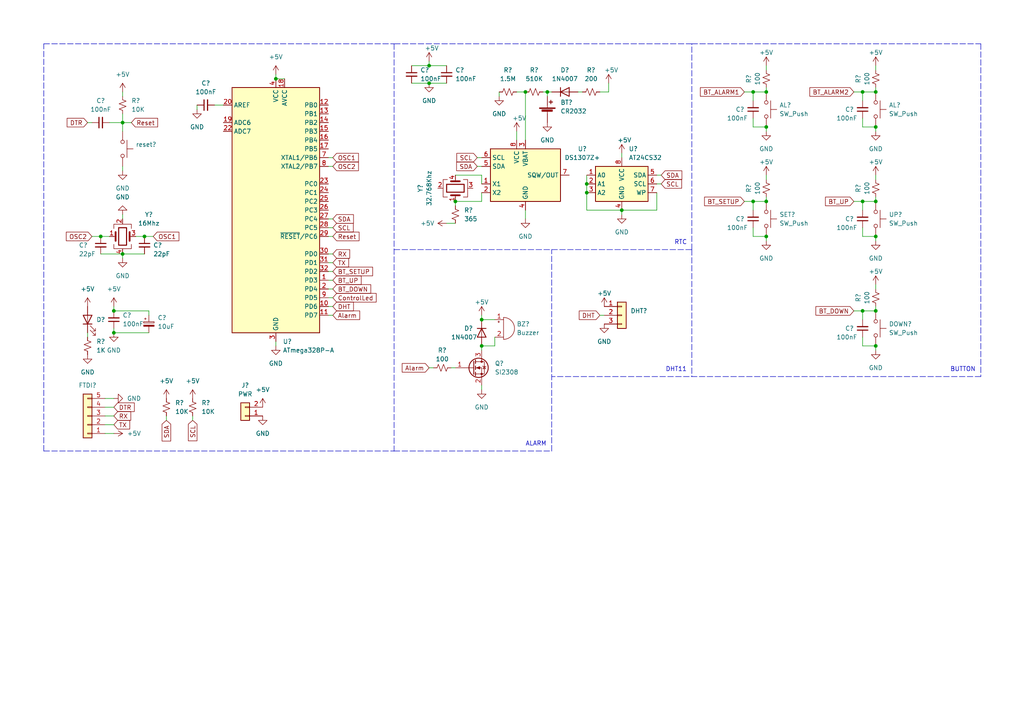
<source format=kicad_sch>
(kicad_sch (version 20211123) (generator eeschema)

  (uuid 4ab5832f-bc08-4df8-9163-1ec6dc865f06)

  (paper "A4")

  (lib_symbols
    (symbol "Connector_Generic:Conn_01x02" (pin_names (offset 1.016) hide) (in_bom yes) (on_board yes)
      (property "Reference" "J" (id 0) (at 0 2.54 0)
        (effects (font (size 1.27 1.27)))
      )
      (property "Value" "Conn_01x02" (id 1) (at 0 -5.08 0)
        (effects (font (size 1.27 1.27)))
      )
      (property "Footprint" "" (id 2) (at 0 0 0)
        (effects (font (size 1.27 1.27)) hide)
      )
      (property "Datasheet" "~" (id 3) (at 0 0 0)
        (effects (font (size 1.27 1.27)) hide)
      )
      (property "ki_keywords" "connector" (id 4) (at 0 0 0)
        (effects (font (size 1.27 1.27)) hide)
      )
      (property "ki_description" "Generic connector, single row, 01x02, script generated (kicad-library-utils/schlib/autogen/connector/)" (id 5) (at 0 0 0)
        (effects (font (size 1.27 1.27)) hide)
      )
      (property "ki_fp_filters" "Connector*:*_1x??_*" (id 6) (at 0 0 0)
        (effects (font (size 1.27 1.27)) hide)
      )
      (symbol "Conn_01x02_1_1"
        (rectangle (start -1.27 -2.413) (end 0 -2.667)
          (stroke (width 0.1524) (type default) (color 0 0 0 0))
          (fill (type none))
        )
        (rectangle (start -1.27 0.127) (end 0 -0.127)
          (stroke (width 0.1524) (type default) (color 0 0 0 0))
          (fill (type none))
        )
        (rectangle (start -1.27 1.27) (end 1.27 -3.81)
          (stroke (width 0.254) (type default) (color 0 0 0 0))
          (fill (type background))
        )
        (pin passive line (at -5.08 0 0) (length 3.81)
          (name "Pin_1" (effects (font (size 1.27 1.27))))
          (number "1" (effects (font (size 1.27 1.27))))
        )
        (pin passive line (at -5.08 -2.54 0) (length 3.81)
          (name "Pin_2" (effects (font (size 1.27 1.27))))
          (number "2" (effects (font (size 1.27 1.27))))
        )
      )
    )
    (symbol "Connector_Generic:Conn_01x03" (pin_names (offset 1.016) hide) (in_bom yes) (on_board yes)
      (property "Reference" "J" (id 0) (at 0 5.08 0)
        (effects (font (size 1.27 1.27)))
      )
      (property "Value" "Conn_01x03" (id 1) (at 0 -5.08 0)
        (effects (font (size 1.27 1.27)))
      )
      (property "Footprint" "" (id 2) (at 0 0 0)
        (effects (font (size 1.27 1.27)) hide)
      )
      (property "Datasheet" "~" (id 3) (at 0 0 0)
        (effects (font (size 1.27 1.27)) hide)
      )
      (property "ki_keywords" "connector" (id 4) (at 0 0 0)
        (effects (font (size 1.27 1.27)) hide)
      )
      (property "ki_description" "Generic connector, single row, 01x03, script generated (kicad-library-utils/schlib/autogen/connector/)" (id 5) (at 0 0 0)
        (effects (font (size 1.27 1.27)) hide)
      )
      (property "ki_fp_filters" "Connector*:*_1x??_*" (id 6) (at 0 0 0)
        (effects (font (size 1.27 1.27)) hide)
      )
      (symbol "Conn_01x03_1_1"
        (rectangle (start -1.27 -2.413) (end 0 -2.667)
          (stroke (width 0.1524) (type default) (color 0 0 0 0))
          (fill (type none))
        )
        (rectangle (start -1.27 0.127) (end 0 -0.127)
          (stroke (width 0.1524) (type default) (color 0 0 0 0))
          (fill (type none))
        )
        (rectangle (start -1.27 2.667) (end 0 2.413)
          (stroke (width 0.1524) (type default) (color 0 0 0 0))
          (fill (type none))
        )
        (rectangle (start -1.27 3.81) (end 1.27 -3.81)
          (stroke (width 0.254) (type default) (color 0 0 0 0))
          (fill (type background))
        )
        (pin passive line (at -5.08 2.54 0) (length 3.81)
          (name "Pin_1" (effects (font (size 1.27 1.27))))
          (number "1" (effects (font (size 1.27 1.27))))
        )
        (pin passive line (at -5.08 0 0) (length 3.81)
          (name "Pin_2" (effects (font (size 1.27 1.27))))
          (number "2" (effects (font (size 1.27 1.27))))
        )
        (pin passive line (at -5.08 -2.54 0) (length 3.81)
          (name "Pin_3" (effects (font (size 1.27 1.27))))
          (number "3" (effects (font (size 1.27 1.27))))
        )
      )
    )
    (symbol "Connector_Generic:Conn_01x05" (pin_names (offset 1.016) hide) (in_bom yes) (on_board yes)
      (property "Reference" "J" (id 0) (at 0 7.62 0)
        (effects (font (size 1.27 1.27)))
      )
      (property "Value" "Conn_01x05" (id 1) (at 0 -7.62 0)
        (effects (font (size 1.27 1.27)))
      )
      (property "Footprint" "" (id 2) (at 0 0 0)
        (effects (font (size 1.27 1.27)) hide)
      )
      (property "Datasheet" "~" (id 3) (at 0 0 0)
        (effects (font (size 1.27 1.27)) hide)
      )
      (property "ki_keywords" "connector" (id 4) (at 0 0 0)
        (effects (font (size 1.27 1.27)) hide)
      )
      (property "ki_description" "Generic connector, single row, 01x05, script generated (kicad-library-utils/schlib/autogen/connector/)" (id 5) (at 0 0 0)
        (effects (font (size 1.27 1.27)) hide)
      )
      (property "ki_fp_filters" "Connector*:*_1x??_*" (id 6) (at 0 0 0)
        (effects (font (size 1.27 1.27)) hide)
      )
      (symbol "Conn_01x05_1_1"
        (rectangle (start -1.27 -4.953) (end 0 -5.207)
          (stroke (width 0.1524) (type default) (color 0 0 0 0))
          (fill (type none))
        )
        (rectangle (start -1.27 -2.413) (end 0 -2.667)
          (stroke (width 0.1524) (type default) (color 0 0 0 0))
          (fill (type none))
        )
        (rectangle (start -1.27 0.127) (end 0 -0.127)
          (stroke (width 0.1524) (type default) (color 0 0 0 0))
          (fill (type none))
        )
        (rectangle (start -1.27 2.667) (end 0 2.413)
          (stroke (width 0.1524) (type default) (color 0 0 0 0))
          (fill (type none))
        )
        (rectangle (start -1.27 5.207) (end 0 4.953)
          (stroke (width 0.1524) (type default) (color 0 0 0 0))
          (fill (type none))
        )
        (rectangle (start -1.27 6.35) (end 1.27 -6.35)
          (stroke (width 0.254) (type default) (color 0 0 0 0))
          (fill (type background))
        )
        (pin passive line (at -5.08 5.08 0) (length 3.81)
          (name "Pin_1" (effects (font (size 1.27 1.27))))
          (number "1" (effects (font (size 1.27 1.27))))
        )
        (pin passive line (at -5.08 2.54 0) (length 3.81)
          (name "Pin_2" (effects (font (size 1.27 1.27))))
          (number "2" (effects (font (size 1.27 1.27))))
        )
        (pin passive line (at -5.08 0 0) (length 3.81)
          (name "Pin_3" (effects (font (size 1.27 1.27))))
          (number "3" (effects (font (size 1.27 1.27))))
        )
        (pin passive line (at -5.08 -2.54 0) (length 3.81)
          (name "Pin_4" (effects (font (size 1.27 1.27))))
          (number "4" (effects (font (size 1.27 1.27))))
        )
        (pin passive line (at -5.08 -5.08 0) (length 3.81)
          (name "Pin_5" (effects (font (size 1.27 1.27))))
          (number "5" (effects (font (size 1.27 1.27))))
        )
      )
    )
    (symbol "Device:Battery_Cell" (pin_numbers hide) (pin_names (offset 0) hide) (in_bom yes) (on_board yes)
      (property "Reference" "BT" (id 0) (at 2.54 2.54 0)
        (effects (font (size 1.27 1.27)) (justify left))
      )
      (property "Value" "Battery_Cell" (id 1) (at 2.54 0 0)
        (effects (font (size 1.27 1.27)) (justify left))
      )
      (property "Footprint" "" (id 2) (at 0 1.524 90)
        (effects (font (size 1.27 1.27)) hide)
      )
      (property "Datasheet" "~" (id 3) (at 0 1.524 90)
        (effects (font (size 1.27 1.27)) hide)
      )
      (property "ki_keywords" "battery cell" (id 4) (at 0 0 0)
        (effects (font (size 1.27 1.27)) hide)
      )
      (property "ki_description" "Single-cell battery" (id 5) (at 0 0 0)
        (effects (font (size 1.27 1.27)) hide)
      )
      (symbol "Battery_Cell_0_1"
        (rectangle (start -2.286 1.778) (end 2.286 1.524)
          (stroke (width 0) (type default) (color 0 0 0 0))
          (fill (type outline))
        )
        (rectangle (start -1.5748 1.1938) (end 1.4732 0.6858)
          (stroke (width 0) (type default) (color 0 0 0 0))
          (fill (type outline))
        )
        (polyline
          (pts
            (xy 0 0.762)
            (xy 0 0)
          )
          (stroke (width 0) (type default) (color 0 0 0 0))
          (fill (type none))
        )
        (polyline
          (pts
            (xy 0 1.778)
            (xy 0 2.54)
          )
          (stroke (width 0) (type default) (color 0 0 0 0))
          (fill (type none))
        )
        (polyline
          (pts
            (xy 0.508 3.429)
            (xy 1.524 3.429)
          )
          (stroke (width 0.254) (type default) (color 0 0 0 0))
          (fill (type none))
        )
        (polyline
          (pts
            (xy 1.016 3.937)
            (xy 1.016 2.921)
          )
          (stroke (width 0.254) (type default) (color 0 0 0 0))
          (fill (type none))
        )
      )
      (symbol "Battery_Cell_1_1"
        (pin passive line (at 0 5.08 270) (length 2.54)
          (name "+" (effects (font (size 1.27 1.27))))
          (number "1" (effects (font (size 1.27 1.27))))
        )
        (pin passive line (at 0 -2.54 90) (length 2.54)
          (name "-" (effects (font (size 1.27 1.27))))
          (number "2" (effects (font (size 1.27 1.27))))
        )
      )
    )
    (symbol "Device:Buzzer" (pin_names (offset 0.0254) hide) (in_bom yes) (on_board yes)
      (property "Reference" "BZ" (id 0) (at 3.81 1.27 0)
        (effects (font (size 1.27 1.27)) (justify left))
      )
      (property "Value" "Buzzer" (id 1) (at 3.81 -1.27 0)
        (effects (font (size 1.27 1.27)) (justify left))
      )
      (property "Footprint" "" (id 2) (at -0.635 2.54 90)
        (effects (font (size 1.27 1.27)) hide)
      )
      (property "Datasheet" "~" (id 3) (at -0.635 2.54 90)
        (effects (font (size 1.27 1.27)) hide)
      )
      (property "ki_keywords" "quartz resonator ceramic" (id 4) (at 0 0 0)
        (effects (font (size 1.27 1.27)) hide)
      )
      (property "ki_description" "Buzzer, polarized" (id 5) (at 0 0 0)
        (effects (font (size 1.27 1.27)) hide)
      )
      (property "ki_fp_filters" "*Buzzer*" (id 6) (at 0 0 0)
        (effects (font (size 1.27 1.27)) hide)
      )
      (symbol "Buzzer_0_1"
        (arc (start 0 -3.175) (mid 3.175 0) (end 0 3.175)
          (stroke (width 0) (type default) (color 0 0 0 0))
          (fill (type none))
        )
        (polyline
          (pts
            (xy -1.651 1.905)
            (xy -1.143 1.905)
          )
          (stroke (width 0) (type default) (color 0 0 0 0))
          (fill (type none))
        )
        (polyline
          (pts
            (xy -1.397 2.159)
            (xy -1.397 1.651)
          )
          (stroke (width 0) (type default) (color 0 0 0 0))
          (fill (type none))
        )
        (polyline
          (pts
            (xy 0 3.175)
            (xy 0 -3.175)
          )
          (stroke (width 0) (type default) (color 0 0 0 0))
          (fill (type none))
        )
      )
      (symbol "Buzzer_1_1"
        (pin passive line (at -2.54 2.54 0) (length 2.54)
          (name "-" (effects (font (size 1.27 1.27))))
          (number "1" (effects (font (size 1.27 1.27))))
        )
        (pin passive line (at -2.54 -2.54 0) (length 2.54)
          (name "+" (effects (font (size 1.27 1.27))))
          (number "2" (effects (font (size 1.27 1.27))))
        )
      )
    )
    (symbol "Device:C_Polarized_Small" (pin_numbers hide) (pin_names (offset 0.254) hide) (in_bom yes) (on_board yes)
      (property "Reference" "C" (id 0) (at 0.254 1.778 0)
        (effects (font (size 1.27 1.27)) (justify left))
      )
      (property "Value" "C_Polarized_Small" (id 1) (at 0.254 -2.032 0)
        (effects (font (size 1.27 1.27)) (justify left))
      )
      (property "Footprint" "" (id 2) (at 0 0 0)
        (effects (font (size 1.27 1.27)) hide)
      )
      (property "Datasheet" "~" (id 3) (at 0 0 0)
        (effects (font (size 1.27 1.27)) hide)
      )
      (property "ki_keywords" "cap capacitor" (id 4) (at 0 0 0)
        (effects (font (size 1.27 1.27)) hide)
      )
      (property "ki_description" "Polarized capacitor, small symbol" (id 5) (at 0 0 0)
        (effects (font (size 1.27 1.27)) hide)
      )
      (property "ki_fp_filters" "CP_*" (id 6) (at 0 0 0)
        (effects (font (size 1.27 1.27)) hide)
      )
      (symbol "C_Polarized_Small_0_1"
        (rectangle (start -1.524 -0.3048) (end 1.524 -0.6858)
          (stroke (width 0) (type default) (color 0 0 0 0))
          (fill (type outline))
        )
        (rectangle (start -1.524 0.6858) (end 1.524 0.3048)
          (stroke (width 0) (type default) (color 0 0 0 0))
          (fill (type none))
        )
        (polyline
          (pts
            (xy -1.27 1.524)
            (xy -0.762 1.524)
          )
          (stroke (width 0) (type default) (color 0 0 0 0))
          (fill (type none))
        )
        (polyline
          (pts
            (xy -1.016 1.27)
            (xy -1.016 1.778)
          )
          (stroke (width 0) (type default) (color 0 0 0 0))
          (fill (type none))
        )
      )
      (symbol "C_Polarized_Small_1_1"
        (pin passive line (at 0 2.54 270) (length 1.8542)
          (name "~" (effects (font (size 1.27 1.27))))
          (number "1" (effects (font (size 1.27 1.27))))
        )
        (pin passive line (at 0 -2.54 90) (length 1.8542)
          (name "~" (effects (font (size 1.27 1.27))))
          (number "2" (effects (font (size 1.27 1.27))))
        )
      )
    )
    (symbol "Device:C_Small" (pin_numbers hide) (pin_names (offset 0.254) hide) (in_bom yes) (on_board yes)
      (property "Reference" "C" (id 0) (at 0.254 1.778 0)
        (effects (font (size 1.27 1.27)) (justify left))
      )
      (property "Value" "C_Small" (id 1) (at 0.254 -2.032 0)
        (effects (font (size 1.27 1.27)) (justify left))
      )
      (property "Footprint" "" (id 2) (at 0 0 0)
        (effects (font (size 1.27 1.27)) hide)
      )
      (property "Datasheet" "~" (id 3) (at 0 0 0)
        (effects (font (size 1.27 1.27)) hide)
      )
      (property "ki_keywords" "capacitor cap" (id 4) (at 0 0 0)
        (effects (font (size 1.27 1.27)) hide)
      )
      (property "ki_description" "Unpolarized capacitor, small symbol" (id 5) (at 0 0 0)
        (effects (font (size 1.27 1.27)) hide)
      )
      (property "ki_fp_filters" "C_*" (id 6) (at 0 0 0)
        (effects (font (size 1.27 1.27)) hide)
      )
      (symbol "C_Small_0_1"
        (polyline
          (pts
            (xy -1.524 -0.508)
            (xy 1.524 -0.508)
          )
          (stroke (width 0.3302) (type default) (color 0 0 0 0))
          (fill (type none))
        )
        (polyline
          (pts
            (xy -1.524 0.508)
            (xy 1.524 0.508)
          )
          (stroke (width 0.3048) (type default) (color 0 0 0 0))
          (fill (type none))
        )
      )
      (symbol "C_Small_1_1"
        (pin passive line (at 0 2.54 270) (length 2.032)
          (name "~" (effects (font (size 1.27 1.27))))
          (number "1" (effects (font (size 1.27 1.27))))
        )
        (pin passive line (at 0 -2.54 90) (length 2.032)
          (name "~" (effects (font (size 1.27 1.27))))
          (number "2" (effects (font (size 1.27 1.27))))
        )
      )
    )
    (symbol "Device:Crystal_GND23" (pin_names (offset 1.016) hide) (in_bom yes) (on_board yes)
      (property "Reference" "Y" (id 0) (at 3.175 5.08 0)
        (effects (font (size 1.27 1.27)) (justify left))
      )
      (property "Value" "Crystal_GND23" (id 1) (at 3.175 3.175 0)
        (effects (font (size 1.27 1.27)) (justify left))
      )
      (property "Footprint" "" (id 2) (at 0 0 0)
        (effects (font (size 1.27 1.27)) hide)
      )
      (property "Datasheet" "~" (id 3) (at 0 0 0)
        (effects (font (size 1.27 1.27)) hide)
      )
      (property "ki_keywords" "quartz ceramic resonator oscillator" (id 4) (at 0 0 0)
        (effects (font (size 1.27 1.27)) hide)
      )
      (property "ki_description" "Four pin crystal, GND on pins 2 and 3" (id 5) (at 0 0 0)
        (effects (font (size 1.27 1.27)) hide)
      )
      (property "ki_fp_filters" "Crystal*" (id 6) (at 0 0 0)
        (effects (font (size 1.27 1.27)) hide)
      )
      (symbol "Crystal_GND23_0_1"
        (rectangle (start -1.143 2.54) (end 1.143 -2.54)
          (stroke (width 0.3048) (type default) (color 0 0 0 0))
          (fill (type none))
        )
        (polyline
          (pts
            (xy -2.54 0)
            (xy -2.032 0)
          )
          (stroke (width 0) (type default) (color 0 0 0 0))
          (fill (type none))
        )
        (polyline
          (pts
            (xy -2.032 -1.27)
            (xy -2.032 1.27)
          )
          (stroke (width 0.508) (type default) (color 0 0 0 0))
          (fill (type none))
        )
        (polyline
          (pts
            (xy 0 -3.81)
            (xy 0 -3.556)
          )
          (stroke (width 0) (type default) (color 0 0 0 0))
          (fill (type none))
        )
        (polyline
          (pts
            (xy 0 3.556)
            (xy 0 3.81)
          )
          (stroke (width 0) (type default) (color 0 0 0 0))
          (fill (type none))
        )
        (polyline
          (pts
            (xy 2.032 -1.27)
            (xy 2.032 1.27)
          )
          (stroke (width 0.508) (type default) (color 0 0 0 0))
          (fill (type none))
        )
        (polyline
          (pts
            (xy 2.032 0)
            (xy 2.54 0)
          )
          (stroke (width 0) (type default) (color 0 0 0 0))
          (fill (type none))
        )
        (polyline
          (pts
            (xy -2.54 -2.286)
            (xy -2.54 -3.556)
            (xy 2.54 -3.556)
            (xy 2.54 -2.286)
          )
          (stroke (width 0) (type default) (color 0 0 0 0))
          (fill (type none))
        )
        (polyline
          (pts
            (xy -2.54 2.286)
            (xy -2.54 3.556)
            (xy 2.54 3.556)
            (xy 2.54 2.286)
          )
          (stroke (width 0) (type default) (color 0 0 0 0))
          (fill (type none))
        )
      )
      (symbol "Crystal_GND23_1_1"
        (pin passive line (at -3.81 0 0) (length 1.27)
          (name "1" (effects (font (size 1.27 1.27))))
          (number "1" (effects (font (size 1.27 1.27))))
        )
        (pin passive line (at 0 5.08 270) (length 1.27)
          (name "2" (effects (font (size 1.27 1.27))))
          (number "2" (effects (font (size 1.27 1.27))))
        )
        (pin passive line (at 0 -5.08 90) (length 1.27)
          (name "3" (effects (font (size 1.27 1.27))))
          (number "3" (effects (font (size 1.27 1.27))))
        )
        (pin passive line (at 3.81 0 180) (length 1.27)
          (name "4" (effects (font (size 1.27 1.27))))
          (number "4" (effects (font (size 1.27 1.27))))
        )
      )
    )
    (symbol "Device:Crystal_GND24" (pin_names (offset 1.016) hide) (in_bom yes) (on_board yes)
      (property "Reference" "Y" (id 0) (at 3.175 5.08 0)
        (effects (font (size 1.27 1.27)) (justify left))
      )
      (property "Value" "Crystal_GND24" (id 1) (at 3.175 3.175 0)
        (effects (font (size 1.27 1.27)) (justify left))
      )
      (property "Footprint" "" (id 2) (at 0 0 0)
        (effects (font (size 1.27 1.27)) hide)
      )
      (property "Datasheet" "~" (id 3) (at 0 0 0)
        (effects (font (size 1.27 1.27)) hide)
      )
      (property "ki_keywords" "quartz ceramic resonator oscillator" (id 4) (at 0 0 0)
        (effects (font (size 1.27 1.27)) hide)
      )
      (property "ki_description" "Four pin crystal, GND on pins 2 and 4" (id 5) (at 0 0 0)
        (effects (font (size 1.27 1.27)) hide)
      )
      (property "ki_fp_filters" "Crystal*" (id 6) (at 0 0 0)
        (effects (font (size 1.27 1.27)) hide)
      )
      (symbol "Crystal_GND24_0_1"
        (rectangle (start -1.143 2.54) (end 1.143 -2.54)
          (stroke (width 0.3048) (type default) (color 0 0 0 0))
          (fill (type none))
        )
        (polyline
          (pts
            (xy -2.54 0)
            (xy -2.032 0)
          )
          (stroke (width 0) (type default) (color 0 0 0 0))
          (fill (type none))
        )
        (polyline
          (pts
            (xy -2.032 -1.27)
            (xy -2.032 1.27)
          )
          (stroke (width 0.508) (type default) (color 0 0 0 0))
          (fill (type none))
        )
        (polyline
          (pts
            (xy 0 -3.81)
            (xy 0 -3.556)
          )
          (stroke (width 0) (type default) (color 0 0 0 0))
          (fill (type none))
        )
        (polyline
          (pts
            (xy 0 3.556)
            (xy 0 3.81)
          )
          (stroke (width 0) (type default) (color 0 0 0 0))
          (fill (type none))
        )
        (polyline
          (pts
            (xy 2.032 -1.27)
            (xy 2.032 1.27)
          )
          (stroke (width 0.508) (type default) (color 0 0 0 0))
          (fill (type none))
        )
        (polyline
          (pts
            (xy 2.032 0)
            (xy 2.54 0)
          )
          (stroke (width 0) (type default) (color 0 0 0 0))
          (fill (type none))
        )
        (polyline
          (pts
            (xy -2.54 -2.286)
            (xy -2.54 -3.556)
            (xy 2.54 -3.556)
            (xy 2.54 -2.286)
          )
          (stroke (width 0) (type default) (color 0 0 0 0))
          (fill (type none))
        )
        (polyline
          (pts
            (xy -2.54 2.286)
            (xy -2.54 3.556)
            (xy 2.54 3.556)
            (xy 2.54 2.286)
          )
          (stroke (width 0) (type default) (color 0 0 0 0))
          (fill (type none))
        )
      )
      (symbol "Crystal_GND24_1_1"
        (pin passive line (at -3.81 0 0) (length 1.27)
          (name "1" (effects (font (size 1.27 1.27))))
          (number "1" (effects (font (size 1.27 1.27))))
        )
        (pin passive line (at 0 5.08 270) (length 1.27)
          (name "2" (effects (font (size 1.27 1.27))))
          (number "2" (effects (font (size 1.27 1.27))))
        )
        (pin passive line (at 3.81 0 180) (length 1.27)
          (name "3" (effects (font (size 1.27 1.27))))
          (number "3" (effects (font (size 1.27 1.27))))
        )
        (pin passive line (at 0 -5.08 90) (length 1.27)
          (name "4" (effects (font (size 1.27 1.27))))
          (number "4" (effects (font (size 1.27 1.27))))
        )
      )
    )
    (symbol "Device:LED" (pin_numbers hide) (pin_names (offset 1.016) hide) (in_bom yes) (on_board yes)
      (property "Reference" "D" (id 0) (at 0 2.54 0)
        (effects (font (size 1.27 1.27)))
      )
      (property "Value" "LED" (id 1) (at 0 -2.54 0)
        (effects (font (size 1.27 1.27)))
      )
      (property "Footprint" "" (id 2) (at 0 0 0)
        (effects (font (size 1.27 1.27)) hide)
      )
      (property "Datasheet" "~" (id 3) (at 0 0 0)
        (effects (font (size 1.27 1.27)) hide)
      )
      (property "ki_keywords" "LED diode" (id 4) (at 0 0 0)
        (effects (font (size 1.27 1.27)) hide)
      )
      (property "ki_description" "Light emitting diode" (id 5) (at 0 0 0)
        (effects (font (size 1.27 1.27)) hide)
      )
      (property "ki_fp_filters" "LED* LED_SMD:* LED_THT:*" (id 6) (at 0 0 0)
        (effects (font (size 1.27 1.27)) hide)
      )
      (symbol "LED_0_1"
        (polyline
          (pts
            (xy -1.27 -1.27)
            (xy -1.27 1.27)
          )
          (stroke (width 0.254) (type default) (color 0 0 0 0))
          (fill (type none))
        )
        (polyline
          (pts
            (xy -1.27 0)
            (xy 1.27 0)
          )
          (stroke (width 0) (type default) (color 0 0 0 0))
          (fill (type none))
        )
        (polyline
          (pts
            (xy 1.27 -1.27)
            (xy 1.27 1.27)
            (xy -1.27 0)
            (xy 1.27 -1.27)
          )
          (stroke (width 0.254) (type default) (color 0 0 0 0))
          (fill (type none))
        )
        (polyline
          (pts
            (xy -3.048 -0.762)
            (xy -4.572 -2.286)
            (xy -3.81 -2.286)
            (xy -4.572 -2.286)
            (xy -4.572 -1.524)
          )
          (stroke (width 0) (type default) (color 0 0 0 0))
          (fill (type none))
        )
        (polyline
          (pts
            (xy -1.778 -0.762)
            (xy -3.302 -2.286)
            (xy -2.54 -2.286)
            (xy -3.302 -2.286)
            (xy -3.302 -1.524)
          )
          (stroke (width 0) (type default) (color 0 0 0 0))
          (fill (type none))
        )
      )
      (symbol "LED_1_1"
        (pin passive line (at -3.81 0 0) (length 2.54)
          (name "K" (effects (font (size 1.27 1.27))))
          (number "1" (effects (font (size 1.27 1.27))))
        )
        (pin passive line (at 3.81 0 180) (length 2.54)
          (name "A" (effects (font (size 1.27 1.27))))
          (number "2" (effects (font (size 1.27 1.27))))
        )
      )
    )
    (symbol "Device:Q_NMOS_GSD" (pin_names (offset 0) hide) (in_bom yes) (on_board yes)
      (property "Reference" "Q" (id 0) (at 5.08 1.27 0)
        (effects (font (size 1.27 1.27)) (justify left))
      )
      (property "Value" "Q_NMOS_GSD" (id 1) (at 5.08 -1.27 0)
        (effects (font (size 1.27 1.27)) (justify left))
      )
      (property "Footprint" "" (id 2) (at 5.08 2.54 0)
        (effects (font (size 1.27 1.27)) hide)
      )
      (property "Datasheet" "~" (id 3) (at 0 0 0)
        (effects (font (size 1.27 1.27)) hide)
      )
      (property "ki_keywords" "transistor NMOS N-MOS N-MOSFET" (id 4) (at 0 0 0)
        (effects (font (size 1.27 1.27)) hide)
      )
      (property "ki_description" "N-MOSFET transistor, gate/source/drain" (id 5) (at 0 0 0)
        (effects (font (size 1.27 1.27)) hide)
      )
      (symbol "Q_NMOS_GSD_0_1"
        (polyline
          (pts
            (xy 0.254 0)
            (xy -2.54 0)
          )
          (stroke (width 0) (type default) (color 0 0 0 0))
          (fill (type none))
        )
        (polyline
          (pts
            (xy 0.254 1.905)
            (xy 0.254 -1.905)
          )
          (stroke (width 0.254) (type default) (color 0 0 0 0))
          (fill (type none))
        )
        (polyline
          (pts
            (xy 0.762 -1.27)
            (xy 0.762 -2.286)
          )
          (stroke (width 0.254) (type default) (color 0 0 0 0))
          (fill (type none))
        )
        (polyline
          (pts
            (xy 0.762 0.508)
            (xy 0.762 -0.508)
          )
          (stroke (width 0.254) (type default) (color 0 0 0 0))
          (fill (type none))
        )
        (polyline
          (pts
            (xy 0.762 2.286)
            (xy 0.762 1.27)
          )
          (stroke (width 0.254) (type default) (color 0 0 0 0))
          (fill (type none))
        )
        (polyline
          (pts
            (xy 2.54 2.54)
            (xy 2.54 1.778)
          )
          (stroke (width 0) (type default) (color 0 0 0 0))
          (fill (type none))
        )
        (polyline
          (pts
            (xy 2.54 -2.54)
            (xy 2.54 0)
            (xy 0.762 0)
          )
          (stroke (width 0) (type default) (color 0 0 0 0))
          (fill (type none))
        )
        (polyline
          (pts
            (xy 0.762 -1.778)
            (xy 3.302 -1.778)
            (xy 3.302 1.778)
            (xy 0.762 1.778)
          )
          (stroke (width 0) (type default) (color 0 0 0 0))
          (fill (type none))
        )
        (polyline
          (pts
            (xy 1.016 0)
            (xy 2.032 0.381)
            (xy 2.032 -0.381)
            (xy 1.016 0)
          )
          (stroke (width 0) (type default) (color 0 0 0 0))
          (fill (type outline))
        )
        (polyline
          (pts
            (xy 2.794 0.508)
            (xy 2.921 0.381)
            (xy 3.683 0.381)
            (xy 3.81 0.254)
          )
          (stroke (width 0) (type default) (color 0 0 0 0))
          (fill (type none))
        )
        (polyline
          (pts
            (xy 3.302 0.381)
            (xy 2.921 -0.254)
            (xy 3.683 -0.254)
            (xy 3.302 0.381)
          )
          (stroke (width 0) (type default) (color 0 0 0 0))
          (fill (type none))
        )
        (circle (center 1.651 0) (radius 2.794)
          (stroke (width 0.254) (type default) (color 0 0 0 0))
          (fill (type none))
        )
        (circle (center 2.54 -1.778) (radius 0.254)
          (stroke (width 0) (type default) (color 0 0 0 0))
          (fill (type outline))
        )
        (circle (center 2.54 1.778) (radius 0.254)
          (stroke (width 0) (type default) (color 0 0 0 0))
          (fill (type outline))
        )
      )
      (symbol "Q_NMOS_GSD_1_1"
        (pin input line (at -5.08 0 0) (length 2.54)
          (name "G" (effects (font (size 1.27 1.27))))
          (number "1" (effects (font (size 1.27 1.27))))
        )
        (pin passive line (at 2.54 -5.08 90) (length 2.54)
          (name "S" (effects (font (size 1.27 1.27))))
          (number "2" (effects (font (size 1.27 1.27))))
        )
        (pin passive line (at 2.54 5.08 270) (length 2.54)
          (name "D" (effects (font (size 1.27 1.27))))
          (number "3" (effects (font (size 1.27 1.27))))
        )
      )
    )
    (symbol "Device:R_Small_US" (pin_numbers hide) (pin_names (offset 0.254) hide) (in_bom yes) (on_board yes)
      (property "Reference" "R" (id 0) (at 0.762 0.508 0)
        (effects (font (size 1.27 1.27)) (justify left))
      )
      (property "Value" "R_Small_US" (id 1) (at 0.762 -1.016 0)
        (effects (font (size 1.27 1.27)) (justify left))
      )
      (property "Footprint" "" (id 2) (at 0 0 0)
        (effects (font (size 1.27 1.27)) hide)
      )
      (property "Datasheet" "~" (id 3) (at 0 0 0)
        (effects (font (size 1.27 1.27)) hide)
      )
      (property "ki_keywords" "r resistor" (id 4) (at 0 0 0)
        (effects (font (size 1.27 1.27)) hide)
      )
      (property "ki_description" "Resistor, small US symbol" (id 5) (at 0 0 0)
        (effects (font (size 1.27 1.27)) hide)
      )
      (property "ki_fp_filters" "R_*" (id 6) (at 0 0 0)
        (effects (font (size 1.27 1.27)) hide)
      )
      (symbol "R_Small_US_1_1"
        (polyline
          (pts
            (xy 0 0)
            (xy 1.016 -0.381)
            (xy 0 -0.762)
            (xy -1.016 -1.143)
            (xy 0 -1.524)
          )
          (stroke (width 0) (type default) (color 0 0 0 0))
          (fill (type none))
        )
        (polyline
          (pts
            (xy 0 1.524)
            (xy 1.016 1.143)
            (xy 0 0.762)
            (xy -1.016 0.381)
            (xy 0 0)
          )
          (stroke (width 0) (type default) (color 0 0 0 0))
          (fill (type none))
        )
        (pin passive line (at 0 2.54 270) (length 1.016)
          (name "~" (effects (font (size 1.27 1.27))))
          (number "1" (effects (font (size 1.27 1.27))))
        )
        (pin passive line (at 0 -2.54 90) (length 1.016)
          (name "~" (effects (font (size 1.27 1.27))))
          (number "2" (effects (font (size 1.27 1.27))))
        )
      )
    )
    (symbol "Diode:1N4007" (pin_numbers hide) (pin_names (offset 1.016) hide) (in_bom yes) (on_board yes)
      (property "Reference" "D" (id 0) (at 0 2.54 0)
        (effects (font (size 1.27 1.27)))
      )
      (property "Value" "1N4007" (id 1) (at 0 -2.54 0)
        (effects (font (size 1.27 1.27)))
      )
      (property "Footprint" "Diode_THT:D_DO-41_SOD81_P10.16mm_Horizontal" (id 2) (at 0 -4.445 0)
        (effects (font (size 1.27 1.27)) hide)
      )
      (property "Datasheet" "http://www.vishay.com/docs/88503/1n4001.pdf" (id 3) (at 0 0 0)
        (effects (font (size 1.27 1.27)) hide)
      )
      (property "ki_keywords" "diode" (id 4) (at 0 0 0)
        (effects (font (size 1.27 1.27)) hide)
      )
      (property "ki_description" "1000V 1A General Purpose Rectifier Diode, DO-41" (id 5) (at 0 0 0)
        (effects (font (size 1.27 1.27)) hide)
      )
      (property "ki_fp_filters" "D*DO?41*" (id 6) (at 0 0 0)
        (effects (font (size 1.27 1.27)) hide)
      )
      (symbol "1N4007_0_1"
        (polyline
          (pts
            (xy -1.27 1.27)
            (xy -1.27 -1.27)
          )
          (stroke (width 0.254) (type default) (color 0 0 0 0))
          (fill (type none))
        )
        (polyline
          (pts
            (xy 1.27 0)
            (xy -1.27 0)
          )
          (stroke (width 0) (type default) (color 0 0 0 0))
          (fill (type none))
        )
        (polyline
          (pts
            (xy 1.27 1.27)
            (xy 1.27 -1.27)
            (xy -1.27 0)
            (xy 1.27 1.27)
          )
          (stroke (width 0.254) (type default) (color 0 0 0 0))
          (fill (type none))
        )
      )
      (symbol "1N4007_1_1"
        (pin passive line (at -3.81 0 0) (length 2.54)
          (name "K" (effects (font (size 1.27 1.27))))
          (number "1" (effects (font (size 1.27 1.27))))
        )
        (pin passive line (at 3.81 0 180) (length 2.54)
          (name "A" (effects (font (size 1.27 1.27))))
          (number "2" (effects (font (size 1.27 1.27))))
        )
      )
    )
    (symbol "MCU_Microchip_ATmega:ATmega328P-A" (in_bom yes) (on_board yes)
      (property "Reference" "U" (id 0) (at -12.7 36.83 0)
        (effects (font (size 1.27 1.27)) (justify left bottom))
      )
      (property "Value" "ATmega328P-A" (id 1) (at 2.54 -36.83 0)
        (effects (font (size 1.27 1.27)) (justify left top))
      )
      (property "Footprint" "Package_QFP:TQFP-32_7x7mm_P0.8mm" (id 2) (at 0 0 0)
        (effects (font (size 1.27 1.27) italic) hide)
      )
      (property "Datasheet" "http://ww1.microchip.com/downloads/en/DeviceDoc/ATmega328_P%20AVR%20MCU%20with%20picoPower%20Technology%20Data%20Sheet%2040001984A.pdf" (id 3) (at 0 0 0)
        (effects (font (size 1.27 1.27)) hide)
      )
      (property "ki_keywords" "AVR 8bit Microcontroller MegaAVR PicoPower" (id 4) (at 0 0 0)
        (effects (font (size 1.27 1.27)) hide)
      )
      (property "ki_description" "20MHz, 32kB Flash, 2kB SRAM, 1kB EEPROM, TQFP-32" (id 5) (at 0 0 0)
        (effects (font (size 1.27 1.27)) hide)
      )
      (property "ki_fp_filters" "TQFP*7x7mm*P0.8mm*" (id 6) (at 0 0 0)
        (effects (font (size 1.27 1.27)) hide)
      )
      (symbol "ATmega328P-A_0_1"
        (rectangle (start -12.7 -35.56) (end 12.7 35.56)
          (stroke (width 0.254) (type default) (color 0 0 0 0))
          (fill (type background))
        )
      )
      (symbol "ATmega328P-A_1_1"
        (pin bidirectional line (at 15.24 -20.32 180) (length 2.54)
          (name "PD3" (effects (font (size 1.27 1.27))))
          (number "1" (effects (font (size 1.27 1.27))))
        )
        (pin bidirectional line (at 15.24 -27.94 180) (length 2.54)
          (name "PD6" (effects (font (size 1.27 1.27))))
          (number "10" (effects (font (size 1.27 1.27))))
        )
        (pin bidirectional line (at 15.24 -30.48 180) (length 2.54)
          (name "PD7" (effects (font (size 1.27 1.27))))
          (number "11" (effects (font (size 1.27 1.27))))
        )
        (pin bidirectional line (at 15.24 30.48 180) (length 2.54)
          (name "PB0" (effects (font (size 1.27 1.27))))
          (number "12" (effects (font (size 1.27 1.27))))
        )
        (pin bidirectional line (at 15.24 27.94 180) (length 2.54)
          (name "PB1" (effects (font (size 1.27 1.27))))
          (number "13" (effects (font (size 1.27 1.27))))
        )
        (pin bidirectional line (at 15.24 25.4 180) (length 2.54)
          (name "PB2" (effects (font (size 1.27 1.27))))
          (number "14" (effects (font (size 1.27 1.27))))
        )
        (pin bidirectional line (at 15.24 22.86 180) (length 2.54)
          (name "PB3" (effects (font (size 1.27 1.27))))
          (number "15" (effects (font (size 1.27 1.27))))
        )
        (pin bidirectional line (at 15.24 20.32 180) (length 2.54)
          (name "PB4" (effects (font (size 1.27 1.27))))
          (number "16" (effects (font (size 1.27 1.27))))
        )
        (pin bidirectional line (at 15.24 17.78 180) (length 2.54)
          (name "PB5" (effects (font (size 1.27 1.27))))
          (number "17" (effects (font (size 1.27 1.27))))
        )
        (pin power_in line (at 2.54 38.1 270) (length 2.54)
          (name "AVCC" (effects (font (size 1.27 1.27))))
          (number "18" (effects (font (size 1.27 1.27))))
        )
        (pin input line (at -15.24 25.4 0) (length 2.54)
          (name "ADC6" (effects (font (size 1.27 1.27))))
          (number "19" (effects (font (size 1.27 1.27))))
        )
        (pin bidirectional line (at 15.24 -22.86 180) (length 2.54)
          (name "PD4" (effects (font (size 1.27 1.27))))
          (number "2" (effects (font (size 1.27 1.27))))
        )
        (pin passive line (at -15.24 30.48 0) (length 2.54)
          (name "AREF" (effects (font (size 1.27 1.27))))
          (number "20" (effects (font (size 1.27 1.27))))
        )
        (pin passive line (at 0 -38.1 90) (length 2.54) hide
          (name "GND" (effects (font (size 1.27 1.27))))
          (number "21" (effects (font (size 1.27 1.27))))
        )
        (pin input line (at -15.24 22.86 0) (length 2.54)
          (name "ADC7" (effects (font (size 1.27 1.27))))
          (number "22" (effects (font (size 1.27 1.27))))
        )
        (pin bidirectional line (at 15.24 7.62 180) (length 2.54)
          (name "PC0" (effects (font (size 1.27 1.27))))
          (number "23" (effects (font (size 1.27 1.27))))
        )
        (pin bidirectional line (at 15.24 5.08 180) (length 2.54)
          (name "PC1" (effects (font (size 1.27 1.27))))
          (number "24" (effects (font (size 1.27 1.27))))
        )
        (pin bidirectional line (at 15.24 2.54 180) (length 2.54)
          (name "PC2" (effects (font (size 1.27 1.27))))
          (number "25" (effects (font (size 1.27 1.27))))
        )
        (pin bidirectional line (at 15.24 0 180) (length 2.54)
          (name "PC3" (effects (font (size 1.27 1.27))))
          (number "26" (effects (font (size 1.27 1.27))))
        )
        (pin bidirectional line (at 15.24 -2.54 180) (length 2.54)
          (name "PC4" (effects (font (size 1.27 1.27))))
          (number "27" (effects (font (size 1.27 1.27))))
        )
        (pin bidirectional line (at 15.24 -5.08 180) (length 2.54)
          (name "PC5" (effects (font (size 1.27 1.27))))
          (number "28" (effects (font (size 1.27 1.27))))
        )
        (pin bidirectional line (at 15.24 -7.62 180) (length 2.54)
          (name "~{RESET}/PC6" (effects (font (size 1.27 1.27))))
          (number "29" (effects (font (size 1.27 1.27))))
        )
        (pin power_in line (at 0 -38.1 90) (length 2.54)
          (name "GND" (effects (font (size 1.27 1.27))))
          (number "3" (effects (font (size 1.27 1.27))))
        )
        (pin bidirectional line (at 15.24 -12.7 180) (length 2.54)
          (name "PD0" (effects (font (size 1.27 1.27))))
          (number "30" (effects (font (size 1.27 1.27))))
        )
        (pin bidirectional line (at 15.24 -15.24 180) (length 2.54)
          (name "PD1" (effects (font (size 1.27 1.27))))
          (number "31" (effects (font (size 1.27 1.27))))
        )
        (pin bidirectional line (at 15.24 -17.78 180) (length 2.54)
          (name "PD2" (effects (font (size 1.27 1.27))))
          (number "32" (effects (font (size 1.27 1.27))))
        )
        (pin power_in line (at 0 38.1 270) (length 2.54)
          (name "VCC" (effects (font (size 1.27 1.27))))
          (number "4" (effects (font (size 1.27 1.27))))
        )
        (pin passive line (at 0 -38.1 90) (length 2.54) hide
          (name "GND" (effects (font (size 1.27 1.27))))
          (number "5" (effects (font (size 1.27 1.27))))
        )
        (pin passive line (at 0 38.1 270) (length 2.54) hide
          (name "VCC" (effects (font (size 1.27 1.27))))
          (number "6" (effects (font (size 1.27 1.27))))
        )
        (pin bidirectional line (at 15.24 15.24 180) (length 2.54)
          (name "XTAL1/PB6" (effects (font (size 1.27 1.27))))
          (number "7" (effects (font (size 1.27 1.27))))
        )
        (pin bidirectional line (at 15.24 12.7 180) (length 2.54)
          (name "XTAL2/PB7" (effects (font (size 1.27 1.27))))
          (number "8" (effects (font (size 1.27 1.27))))
        )
        (pin bidirectional line (at 15.24 -25.4 180) (length 2.54)
          (name "PD5" (effects (font (size 1.27 1.27))))
          (number "9" (effects (font (size 1.27 1.27))))
        )
      )
    )
    (symbol "Memory_EEPROM:AT24CS32-SSHM" (in_bom yes) (on_board yes)
      (property "Reference" "U" (id 0) (at -7.62 6.35 0)
        (effects (font (size 1.27 1.27)))
      )
      (property "Value" "AT24CS32-SSHM" (id 1) (at 2.54 -6.35 0)
        (effects (font (size 1.27 1.27)) (justify left))
      )
      (property "Footprint" "Package_SO:SOIC-8_3.9x4.9mm_P1.27mm" (id 2) (at 0 0 0)
        (effects (font (size 1.27 1.27)) hide)
      )
      (property "Datasheet" "http://ww1.microchip.com/downloads/en/DeviceDoc/Atmel-8869-SEEPROM-AT24CS32-Datasheet.pdf" (id 3) (at 0 0 0)
        (effects (font (size 1.27 1.27)) hide)
      )
      (property "ki_keywords" "I2C Serial EEPROM Nonvolatile Memory" (id 4) (at 0 0 0)
        (effects (font (size 1.27 1.27)) hide)
      )
      (property "ki_description" "I2C Serial EEPROM, 32Kb (4096x8) with Unique Serial Number, SO8" (id 5) (at 0 0 0)
        (effects (font (size 1.27 1.27)) hide)
      )
      (property "ki_fp_filters" "SOIC*3.9x4.9mm*P1.27mm*" (id 6) (at 0 0 0)
        (effects (font (size 1.27 1.27)) hide)
      )
      (symbol "AT24CS32-SSHM_1_1"
        (rectangle (start -7.62 5.08) (end 7.62 -5.08)
          (stroke (width 0.254) (type default) (color 0 0 0 0))
          (fill (type background))
        )
        (pin input line (at -10.16 2.54 0) (length 2.54)
          (name "A0" (effects (font (size 1.27 1.27))))
          (number "1" (effects (font (size 1.27 1.27))))
        )
        (pin input line (at -10.16 0 0) (length 2.54)
          (name "A1" (effects (font (size 1.27 1.27))))
          (number "2" (effects (font (size 1.27 1.27))))
        )
        (pin input line (at -10.16 -2.54 0) (length 2.54)
          (name "A2" (effects (font (size 1.27 1.27))))
          (number "3" (effects (font (size 1.27 1.27))))
        )
        (pin power_in line (at 0 -7.62 90) (length 2.54)
          (name "GND" (effects (font (size 1.27 1.27))))
          (number "4" (effects (font (size 1.27 1.27))))
        )
        (pin bidirectional line (at 10.16 2.54 180) (length 2.54)
          (name "SDA" (effects (font (size 1.27 1.27))))
          (number "5" (effects (font (size 1.27 1.27))))
        )
        (pin input line (at 10.16 0 180) (length 2.54)
          (name "SCL" (effects (font (size 1.27 1.27))))
          (number "6" (effects (font (size 1.27 1.27))))
        )
        (pin input line (at 10.16 -2.54 180) (length 2.54)
          (name "WP" (effects (font (size 1.27 1.27))))
          (number "7" (effects (font (size 1.27 1.27))))
        )
        (pin power_in line (at 0 7.62 270) (length 2.54)
          (name "VCC" (effects (font (size 1.27 1.27))))
          (number "8" (effects (font (size 1.27 1.27))))
        )
      )
    )
    (symbol "Switch:SW_Push" (pin_numbers hide) (pin_names (offset 1.016) hide) (in_bom yes) (on_board yes)
      (property "Reference" "SW" (id 0) (at 1.27 2.54 0)
        (effects (font (size 1.27 1.27)) (justify left))
      )
      (property "Value" "SW_Push" (id 1) (at 0 -1.524 0)
        (effects (font (size 1.27 1.27)))
      )
      (property "Footprint" "" (id 2) (at 0 5.08 0)
        (effects (font (size 1.27 1.27)) hide)
      )
      (property "Datasheet" "~" (id 3) (at 0 5.08 0)
        (effects (font (size 1.27 1.27)) hide)
      )
      (property "ki_keywords" "switch normally-open pushbutton push-button" (id 4) (at 0 0 0)
        (effects (font (size 1.27 1.27)) hide)
      )
      (property "ki_description" "Push button switch, generic, two pins" (id 5) (at 0 0 0)
        (effects (font (size 1.27 1.27)) hide)
      )
      (symbol "SW_Push_0_1"
        (circle (center -2.032 0) (radius 0.508)
          (stroke (width 0) (type default) (color 0 0 0 0))
          (fill (type none))
        )
        (polyline
          (pts
            (xy 0 1.27)
            (xy 0 3.048)
          )
          (stroke (width 0) (type default) (color 0 0 0 0))
          (fill (type none))
        )
        (polyline
          (pts
            (xy 2.54 1.27)
            (xy -2.54 1.27)
          )
          (stroke (width 0) (type default) (color 0 0 0 0))
          (fill (type none))
        )
        (circle (center 2.032 0) (radius 0.508)
          (stroke (width 0) (type default) (color 0 0 0 0))
          (fill (type none))
        )
        (pin passive line (at -5.08 0 0) (length 2.54)
          (name "1" (effects (font (size 1.27 1.27))))
          (number "1" (effects (font (size 1.27 1.27))))
        )
        (pin passive line (at 5.08 0 180) (length 2.54)
          (name "2" (effects (font (size 1.27 1.27))))
          (number "2" (effects (font (size 1.27 1.27))))
        )
      )
    )
    (symbol "Timer_RTC:DS1307Z+" (in_bom yes) (on_board yes)
      (property "Reference" "U" (id 0) (at -8.89 8.89 0)
        (effects (font (size 1.27 1.27)))
      )
      (property "Value" "DS1307Z+" (id 1) (at 1.27 8.89 0)
        (effects (font (size 1.27 1.27)) (justify left))
      )
      (property "Footprint" "Package_SO:SOIC-8_3.9x4.9mm_P1.27mm" (id 2) (at 0 -12.7 0)
        (effects (font (size 1.27 1.27)) hide)
      )
      (property "Datasheet" "https://datasheets.maximintegrated.com/en/ds/DS1307.pdf" (id 3) (at 0 0 0)
        (effects (font (size 1.27 1.27)) hide)
      )
      (property "ki_keywords" "RTC, I2C Timekeeping Chip" (id 4) (at 0 0 0)
        (effects (font (size 1.27 1.27)) hide)
      )
      (property "ki_description" "64 x 8, Serial, I2C Real-time clock, 4.5V to 5.5V VCC, 0°C to +70°C, SOIC-8" (id 5) (at 0 0 0)
        (effects (font (size 1.27 1.27)) hide)
      )
      (property "ki_fp_filters" "SOIC*3.9x4.9mm?P1.27mm*" (id 6) (at 0 0 0)
        (effects (font (size 1.27 1.27)) hide)
      )
      (symbol "DS1307Z+_0_1"
        (rectangle (start -10.16 7.62) (end 10.16 -7.62)
          (stroke (width 0.254) (type default) (color 0 0 0 0))
          (fill (type background))
        )
      )
      (symbol "DS1307Z+_1_1"
        (pin input line (at -12.7 -2.54 0) (length 2.54)
          (name "X1" (effects (font (size 1.27 1.27))))
          (number "1" (effects (font (size 1.27 1.27))))
        )
        (pin input line (at -12.7 -5.08 0) (length 2.54)
          (name "X2" (effects (font (size 1.27 1.27))))
          (number "2" (effects (font (size 1.27 1.27))))
        )
        (pin power_in line (at 0 10.16 270) (length 2.54)
          (name "VBAT" (effects (font (size 1.27 1.27))))
          (number "3" (effects (font (size 1.27 1.27))))
        )
        (pin power_in line (at 0 -10.16 90) (length 2.54)
          (name "GND" (effects (font (size 1.27 1.27))))
          (number "4" (effects (font (size 1.27 1.27))))
        )
        (pin bidirectional line (at -12.7 2.54 0) (length 2.54)
          (name "SDA" (effects (font (size 1.27 1.27))))
          (number "5" (effects (font (size 1.27 1.27))))
        )
        (pin input line (at -12.7 5.08 0) (length 2.54)
          (name "SCL" (effects (font (size 1.27 1.27))))
          (number "6" (effects (font (size 1.27 1.27))))
        )
        (pin open_collector line (at 12.7 0 180) (length 2.54)
          (name "SQW/OUT" (effects (font (size 1.27 1.27))))
          (number "7" (effects (font (size 1.27 1.27))))
        )
        (pin power_in line (at -2.54 10.16 270) (length 2.54)
          (name "VCC" (effects (font (size 1.27 1.27))))
          (number "8" (effects (font (size 1.27 1.27))))
        )
      )
    )
    (symbol "power:+5V" (power) (pin_names (offset 0)) (in_bom yes) (on_board yes)
      (property "Reference" "#PWR" (id 0) (at 0 -3.81 0)
        (effects (font (size 1.27 1.27)) hide)
      )
      (property "Value" "+5V" (id 1) (at 0 3.556 0)
        (effects (font (size 1.27 1.27)))
      )
      (property "Footprint" "" (id 2) (at 0 0 0)
        (effects (font (size 1.27 1.27)) hide)
      )
      (property "Datasheet" "" (id 3) (at 0 0 0)
        (effects (font (size 1.27 1.27)) hide)
      )
      (property "ki_keywords" "power-flag" (id 4) (at 0 0 0)
        (effects (font (size 1.27 1.27)) hide)
      )
      (property "ki_description" "Power symbol creates a global label with name \"+5V\"" (id 5) (at 0 0 0)
        (effects (font (size 1.27 1.27)) hide)
      )
      (symbol "+5V_0_1"
        (polyline
          (pts
            (xy -0.762 1.27)
            (xy 0 2.54)
          )
          (stroke (width 0) (type default) (color 0 0 0 0))
          (fill (type none))
        )
        (polyline
          (pts
            (xy 0 0)
            (xy 0 2.54)
          )
          (stroke (width 0) (type default) (color 0 0 0 0))
          (fill (type none))
        )
        (polyline
          (pts
            (xy 0 2.54)
            (xy 0.762 1.27)
          )
          (stroke (width 0) (type default) (color 0 0 0 0))
          (fill (type none))
        )
      )
      (symbol "+5V_1_1"
        (pin power_in line (at 0 0 90) (length 0) hide
          (name "+5V" (effects (font (size 1.27 1.27))))
          (number "1" (effects (font (size 1.27 1.27))))
        )
      )
    )
    (symbol "power:GND" (power) (pin_names (offset 0)) (in_bom yes) (on_board yes)
      (property "Reference" "#PWR" (id 0) (at 0 -6.35 0)
        (effects (font (size 1.27 1.27)) hide)
      )
      (property "Value" "GND" (id 1) (at 0 -3.81 0)
        (effects (font (size 1.27 1.27)))
      )
      (property "Footprint" "" (id 2) (at 0 0 0)
        (effects (font (size 1.27 1.27)) hide)
      )
      (property "Datasheet" "" (id 3) (at 0 0 0)
        (effects (font (size 1.27 1.27)) hide)
      )
      (property "ki_keywords" "power-flag" (id 4) (at 0 0 0)
        (effects (font (size 1.27 1.27)) hide)
      )
      (property "ki_description" "Power symbol creates a global label with name \"GND\" , ground" (id 5) (at 0 0 0)
        (effects (font (size 1.27 1.27)) hide)
      )
      (symbol "GND_0_1"
        (polyline
          (pts
            (xy 0 0)
            (xy 0 -1.27)
            (xy 1.27 -1.27)
            (xy 0 -2.54)
            (xy -1.27 -1.27)
            (xy 0 -1.27)
          )
          (stroke (width 0) (type default) (color 0 0 0 0))
          (fill (type none))
        )
      )
      (symbol "GND_1_1"
        (pin power_in line (at 0 0 270) (length 0) hide
          (name "GND" (effects (font (size 1.27 1.27))))
          (number "1" (effects (font (size 1.27 1.27))))
        )
      )
    )
  )

  (junction (at 33.02 96.52) (diameter 0) (color 0 0 0 0)
    (uuid 15a2ba43-65cc-4330-af66-b556aeedae43)
  )
  (junction (at 124.46 19.05) (diameter 0) (color 0 0 0 0)
    (uuid 1c1a4253-3aed-4c51-8306-6fb3796b5fe7)
  )
  (junction (at 124.46 24.13) (diameter 0) (color 0 0 0 0)
    (uuid 1ddabe0e-479a-47e7-8dbf-9a46186e3588)
  )
  (junction (at 180.34 60.96) (diameter 0) (color 0 0 0 0)
    (uuid 20752ba8-7cf8-4444-b204-af4bb5e7a52c)
  )
  (junction (at 250.19 90.17) (diameter 0) (color 0 0 0 0)
    (uuid 316097a8-6dfb-4a20-8233-2dec8783f370)
  )
  (junction (at 170.18 53.34) (diameter 0) (color 0 0 0 0)
    (uuid 3d065af8-aeb9-40ff-8fbb-5900809157b9)
  )
  (junction (at 222.25 36.83) (diameter 0) (color 0 0 0 0)
    (uuid 48abe5e1-e853-4093-9ca8-d7ffcbc8fb9f)
  )
  (junction (at 254 26.67) (diameter 0) (color 0 0 0 0)
    (uuid 48f6d74f-2cb8-4ce4-89e9-65e81aeb2691)
  )
  (junction (at 152.4 26.67) (diameter 0) (color 0 0 0 0)
    (uuid 5360f30f-72ad-4d5e-b7cd-b288092e194a)
  )
  (junction (at 254 90.17) (diameter 0) (color 0 0 0 0)
    (uuid 5afe254d-4695-4abe-9a35-ca5751af8444)
  )
  (junction (at 158.75 26.67) (diameter 0) (color 0 0 0 0)
    (uuid 5cb4f5cc-37e4-4161-9290-250f9a6c0651)
  )
  (junction (at 139.7 92.71) (diameter 0) (color 0 0 0 0)
    (uuid 5f0f9047-d018-4b76-9db0-003868ced42a)
  )
  (junction (at 41.91 68.58) (diameter 0) (color 0 0 0 0)
    (uuid 601d3603-5a01-48b7-a7c4-b0fae3261555)
  )
  (junction (at 222.25 26.67) (diameter 0) (color 0 0 0 0)
    (uuid 607c26e5-71d3-4603-812f-b7d5c5a65133)
  )
  (junction (at 254 58.42) (diameter 0) (color 0 0 0 0)
    (uuid 64ebfdbc-e628-4246-82a3-9baeb8864f87)
  )
  (junction (at 254 68.58) (diameter 0) (color 0 0 0 0)
    (uuid 7460127e-08f9-4c75-9d29-ca14dc4a33e8)
  )
  (junction (at 250.19 58.42) (diameter 0) (color 0 0 0 0)
    (uuid 7517a920-2f35-438e-bd59-0728e92d672d)
  )
  (junction (at 254 100.33) (diameter 0) (color 0 0 0 0)
    (uuid 7ad542a3-cee9-4492-bf84-e73bd3e9ccf5)
  )
  (junction (at 218.44 26.67) (diameter 0) (color 0 0 0 0)
    (uuid 7b13962e-1e89-43a8-be2c-de06a7a036bd)
  )
  (junction (at 29.21 68.58) (diameter 0) (color 0 0 0 0)
    (uuid 7d3e9583-0d88-49be-ba47-3db06cf4a384)
  )
  (junction (at 222.25 58.42) (diameter 0) (color 0 0 0 0)
    (uuid 7e004ef0-e674-48e3-be9f-5becc8d5b7f2)
  )
  (junction (at 250.19 26.67) (diameter 0) (color 0 0 0 0)
    (uuid 883b5f4e-c4c4-4bee-a92e-9df376d6a388)
  )
  (junction (at 170.18 55.88) (diameter 0) (color 0 0 0 0)
    (uuid 995937b6-6b21-457f-adee-a6997bc57b99)
  )
  (junction (at 35.56 35.56) (diameter 0) (color 0 0 0 0)
    (uuid a7f9f10a-3e25-49c4-8523-da6e52015df0)
  )
  (junction (at 132.08 58.42) (diameter 0) (color 0 0 0 0)
    (uuid ad1d9411-af0c-4e8d-89de-336f5af11d89)
  )
  (junction (at 139.7 100.33) (diameter 0) (color 0 0 0 0)
    (uuid b3e611c9-de09-4824-a87e-f9a12211504a)
  )
  (junction (at 254 36.83) (diameter 0) (color 0 0 0 0)
    (uuid b5bcd635-c92b-4b52-851a-5f695a478a72)
  )
  (junction (at 218.44 58.42) (diameter 0) (color 0 0 0 0)
    (uuid c343a41e-df75-4380-942b-eaa963e6219c)
  )
  (junction (at 80.01 22.86) (diameter 0) (color 0 0 0 0)
    (uuid dc83b443-39d5-4b06-8a41-0dbbb45178e5)
  )
  (junction (at 35.56 73.66) (diameter 0) (color 0 0 0 0)
    (uuid e622d26a-da76-4eac-b0e8-97abb6288073)
  )
  (junction (at 222.25 68.58) (diameter 0) (color 0 0 0 0)
    (uuid f63054af-186f-4ef0-8106-de0aa1834c78)
  )
  (junction (at 33.02 90.17) (diameter 0) (color 0 0 0 0)
    (uuid f9c4d4c3-6c10-4355-9ca9-c3714d1589fa)
  )

  (wire (pts (xy 124.46 106.68) (xy 125.73 106.68))
    (stroke (width 0) (type default) (color 0 0 0 0))
    (uuid 00cb815d-1609-4e24-bc75-708d8f21646c)
  )
  (wire (pts (xy 149.86 26.67) (xy 152.4 26.67))
    (stroke (width 0) (type default) (color 0 0 0 0))
    (uuid 034575a6-660f-40e3-ab6b-47f163ef3fa6)
  )
  (polyline (pts (xy 160.02 130.81) (xy 160.02 72.39))
    (stroke (width 0) (type default) (color 0 0 0 0))
    (uuid 05a6993b-ab4a-4b37-90f5-265f369c6ebe)
  )

  (wire (pts (xy 35.56 62.23) (xy 35.56 63.5))
    (stroke (width 0) (type default) (color 0 0 0 0))
    (uuid 05eeb852-836b-4e75-bdb4-58f98723e112)
  )
  (wire (pts (xy 152.4 26.67) (xy 152.4 40.64))
    (stroke (width 0) (type default) (color 0 0 0 0))
    (uuid 07b07e07-bcca-4970-9706-cbec77b4cc18)
  )
  (wire (pts (xy 250.19 100.33) (xy 254 100.33))
    (stroke (width 0) (type default) (color 0 0 0 0))
    (uuid 08bf09ac-7596-4c63-a2c4-032ad09fe356)
  )
  (wire (pts (xy 190.5 60.96) (xy 180.34 60.96))
    (stroke (width 0) (type default) (color 0 0 0 0))
    (uuid 0a32854f-715a-49aa-8216-78322750d9c1)
  )
  (wire (pts (xy 124.46 17.78) (xy 124.46 19.05))
    (stroke (width 0) (type default) (color 0 0 0 0))
    (uuid 0acaaeb5-c5d2-487a-afab-ad1059ffb4f3)
  )
  (wire (pts (xy 25.4 35.56) (xy 26.67 35.56))
    (stroke (width 0) (type default) (color 0 0 0 0))
    (uuid 0d4a2377-7e68-4dfc-bec7-1ce34a6c9581)
  )
  (wire (pts (xy 254 19.05) (xy 254 20.32))
    (stroke (width 0) (type default) (color 0 0 0 0))
    (uuid 12c91bbb-9a5f-4381-ae35-cac939cb749b)
  )
  (wire (pts (xy 41.91 68.58) (xy 44.45 68.58))
    (stroke (width 0) (type default) (color 0 0 0 0))
    (uuid 12f954a2-a1ec-46b4-b49c-ae3705de387d)
  )
  (wire (pts (xy 95.25 66.04) (xy 96.52 66.04))
    (stroke (width 0) (type default) (color 0 0 0 0))
    (uuid 137a8c09-66fd-4ff4-8409-613c3b93cfb8)
  )
  (wire (pts (xy 254 38.1) (xy 254 36.83))
    (stroke (width 0) (type default) (color 0 0 0 0))
    (uuid 13e4e1d9-7c16-4cdc-a4da-111d8eafd0f6)
  )
  (wire (pts (xy 95.25 83.82) (xy 96.52 83.82))
    (stroke (width 0) (type default) (color 0 0 0 0))
    (uuid 141c1de2-0a08-4594-89fc-1052e6f423fa)
  )
  (wire (pts (xy 190.5 53.34) (xy 191.77 53.34))
    (stroke (width 0) (type default) (color 0 0 0 0))
    (uuid 16bb25fb-153c-4e56-a5e1-f755b348a928)
  )
  (wire (pts (xy 254 101.6) (xy 254 100.33))
    (stroke (width 0) (type default) (color 0 0 0 0))
    (uuid 1ff1e5ae-55b2-4512-bcf1-e15295df39e4)
  )
  (wire (pts (xy 139.7 100.33) (xy 143.51 100.33))
    (stroke (width 0) (type default) (color 0 0 0 0))
    (uuid 240ce0a0-f0aa-41d4-8511-d1cc71069cca)
  )
  (wire (pts (xy 30.48 125.73) (xy 33.02 125.73))
    (stroke (width 0) (type default) (color 0 0 0 0))
    (uuid 24389a54-3769-46aa-9ce7-2ecbff4489bc)
  )
  (wire (pts (xy 124.46 24.13) (xy 129.54 24.13))
    (stroke (width 0) (type default) (color 0 0 0 0))
    (uuid 246c37ba-0f8f-4c8e-93b5-547acf306676)
  )
  (wire (pts (xy 124.46 19.05) (xy 129.54 19.05))
    (stroke (width 0) (type default) (color 0 0 0 0))
    (uuid 255c3590-6a34-402d-af6d-69c513b84f0a)
  )
  (wire (pts (xy 218.44 34.29) (xy 218.44 36.83))
    (stroke (width 0) (type default) (color 0 0 0 0))
    (uuid 25da3a72-11fb-4c0b-9918-a5eb4277aa9d)
  )
  (wire (pts (xy 180.34 60.96) (xy 170.18 60.96))
    (stroke (width 0) (type default) (color 0 0 0 0))
    (uuid 26c93f26-66d6-4319-9fee-7e3deb4a5cc3)
  )
  (wire (pts (xy 254 82.55) (xy 254 83.82))
    (stroke (width 0) (type default) (color 0 0 0 0))
    (uuid 282a568e-9bf1-414d-a964-e8686f1e24bf)
  )
  (wire (pts (xy 250.19 58.42) (xy 254 58.42))
    (stroke (width 0) (type default) (color 0 0 0 0))
    (uuid 28b98e7a-4df4-4587-9ba9-fc7fa325e1b1)
  )
  (wire (pts (xy 173.99 26.67) (xy 176.53 26.67))
    (stroke (width 0) (type default) (color 0 0 0 0))
    (uuid 29e341a3-75e0-4fad-951b-62b2cfe65a8f)
  )
  (wire (pts (xy 138.43 45.72) (xy 139.7 45.72))
    (stroke (width 0) (type default) (color 0 0 0 0))
    (uuid 2dcb4688-d9ab-4c98-bddf-21f85784ebd0)
  )
  (wire (pts (xy 62.23 30.48) (xy 64.77 30.48))
    (stroke (width 0) (type default) (color 0 0 0 0))
    (uuid 2e64ecda-a521-4465-a7a4-abc85b40c44e)
  )
  (wire (pts (xy 139.7 58.42) (xy 139.7 55.88))
    (stroke (width 0) (type default) (color 0 0 0 0))
    (uuid 30388d69-b3d3-46c6-b5c9-1dcb66761a59)
  )
  (wire (pts (xy 43.18 90.17) (xy 33.02 90.17))
    (stroke (width 0) (type default) (color 0 0 0 0))
    (uuid 33909f04-e39a-43ee-8da9-c91d7162edac)
  )
  (wire (pts (xy 218.44 66.04) (xy 218.44 68.58))
    (stroke (width 0) (type default) (color 0 0 0 0))
    (uuid 3452e97c-67d5-4c9a-8e13-76988dbcd29b)
  )
  (wire (pts (xy 55.88 120.65) (xy 55.88 121.92))
    (stroke (width 0) (type default) (color 0 0 0 0))
    (uuid 3668573b-d119-4d23-bf92-647aabbf240b)
  )
  (wire (pts (xy 139.7 92.71) (xy 143.51 92.71))
    (stroke (width 0) (type default) (color 0 0 0 0))
    (uuid 39281da0-7617-494a-981d-02445efcd96d)
  )
  (wire (pts (xy 158.75 26.67) (xy 160.02 26.67))
    (stroke (width 0) (type default) (color 0 0 0 0))
    (uuid 399401ef-98ee-4840-afd6-72fe2eeecb62)
  )
  (wire (pts (xy 250.19 58.42) (xy 250.19 60.96))
    (stroke (width 0) (type default) (color 0 0 0 0))
    (uuid 3aa264f8-bcf9-4beb-9cdd-2d75c1c99fac)
  )
  (wire (pts (xy 31.75 35.56) (xy 35.56 35.56))
    (stroke (width 0) (type default) (color 0 0 0 0))
    (uuid 3ca4930e-cf6c-4145-98b5-a0cef18135be)
  )
  (wire (pts (xy 132.08 50.8) (xy 139.7 50.8))
    (stroke (width 0) (type default) (color 0 0 0 0))
    (uuid 42800bb8-0b04-43e0-9703-1a60c1020c90)
  )
  (wire (pts (xy 95.25 68.58) (xy 96.52 68.58))
    (stroke (width 0) (type default) (color 0 0 0 0))
    (uuid 42e2cbfd-a9dd-4011-8e7d-ef8cc4c122c9)
  )
  (wire (pts (xy 218.44 26.67) (xy 222.25 26.67))
    (stroke (width 0) (type default) (color 0 0 0 0))
    (uuid 46af8c90-45af-4be7-9e56-55fd08086639)
  )
  (wire (pts (xy 254 50.8) (xy 254 52.07))
    (stroke (width 0) (type default) (color 0 0 0 0))
    (uuid 475b8659-e3a0-4919-9f6e-ff181c3cfbc2)
  )
  (wire (pts (xy 33.02 96.52) (xy 43.18 96.52))
    (stroke (width 0) (type default) (color 0 0 0 0))
    (uuid 48e03d5e-a2c2-4b38-a750-c8802e518302)
  )
  (wire (pts (xy 119.38 24.13) (xy 124.46 24.13))
    (stroke (width 0) (type default) (color 0 0 0 0))
    (uuid 49165e7f-b800-4b51-b26d-7459ed6dd591)
  )
  (wire (pts (xy 35.56 35.56) (xy 35.56 38.1))
    (stroke (width 0) (type default) (color 0 0 0 0))
    (uuid 4a912274-d480-425a-ab03-a7ebc149a7d4)
  )
  (wire (pts (xy 250.19 26.67) (xy 254 26.67))
    (stroke (width 0) (type default) (color 0 0 0 0))
    (uuid 4c968f2b-58a2-49e6-8a8f-e4f800298b4b)
  )
  (wire (pts (xy 139.7 100.33) (xy 139.7 101.6))
    (stroke (width 0) (type default) (color 0 0 0 0))
    (uuid 4f94b0d6-d87f-4d7c-ba44-ebfa5d7f2242)
  )
  (wire (pts (xy 95.25 86.36) (xy 96.52 86.36))
    (stroke (width 0) (type default) (color 0 0 0 0))
    (uuid 52927d39-cae8-4b16-a36c-e20d0b8003ca)
  )
  (wire (pts (xy 95.25 48.26) (xy 96.52 48.26))
    (stroke (width 0) (type default) (color 0 0 0 0))
    (uuid 563b7fde-f772-43d0-8880-fb90723a3294)
  )
  (wire (pts (xy 222.25 19.05) (xy 222.25 20.32))
    (stroke (width 0) (type default) (color 0 0 0 0))
    (uuid 5679cafa-432e-4616-8331-1a16e480b06d)
  )
  (polyline (pts (xy 114.3 130.81) (xy 160.02 130.81))
    (stroke (width 0) (type default) (color 0 0 0 0))
    (uuid 58ae001f-6cb4-424a-af91-ef817d812f4f)
  )

  (wire (pts (xy 250.19 97.79) (xy 250.19 100.33))
    (stroke (width 0) (type default) (color 0 0 0 0))
    (uuid 59a6c9da-d729-4e48-898d-bec97dcd9bdd)
  )
  (wire (pts (xy 218.44 36.83) (xy 222.25 36.83))
    (stroke (width 0) (type default) (color 0 0 0 0))
    (uuid 5d1916a1-3276-40ba-b383-6da9e9d505a0)
  )
  (wire (pts (xy 190.5 55.88) (xy 190.5 60.96))
    (stroke (width 0) (type default) (color 0 0 0 0))
    (uuid 5d3e6a56-1917-4c74-9e28-182eaf0ba4ef)
  )
  (wire (pts (xy 139.7 113.03) (xy 139.7 111.76))
    (stroke (width 0) (type default) (color 0 0 0 0))
    (uuid 5d955c94-754c-4c50-aa9f-8ca3d5ddc1ad)
  )
  (wire (pts (xy 95.25 45.72) (xy 96.52 45.72))
    (stroke (width 0) (type default) (color 0 0 0 0))
    (uuid 61d5b98e-cffd-4a92-a8e2-80c7eaf9fad9)
  )
  (polyline (pts (xy 284.48 109.22) (xy 160.02 109.22))
    (stroke (width 0) (type default) (color 0 0 0 0))
    (uuid 6754330c-54e5-48a5-89d4-a39c15afd2e9)
  )

  (wire (pts (xy 119.38 19.05) (xy 124.46 19.05))
    (stroke (width 0) (type default) (color 0 0 0 0))
    (uuid 711df63c-15ca-407f-8bff-26af4cb0de82)
  )
  (wire (pts (xy 139.7 50.8) (xy 139.7 53.34))
    (stroke (width 0) (type default) (color 0 0 0 0))
    (uuid 71655e30-8ea1-44e1-a55e-6a90180590fe)
  )
  (wire (pts (xy 33.02 96.52) (xy 33.02 95.25))
    (stroke (width 0) (type default) (color 0 0 0 0))
    (uuid 718a6983-24e3-4e95-aa86-b027a9a45d0c)
  )
  (wire (pts (xy 247.65 58.42) (xy 250.19 58.42))
    (stroke (width 0) (type default) (color 0 0 0 0))
    (uuid 73a4989d-51f3-4ef3-b015-78c7a0a885df)
  )
  (wire (pts (xy 35.56 33.02) (xy 35.56 35.56))
    (stroke (width 0) (type default) (color 0 0 0 0))
    (uuid 7537775f-2889-4214-9e77-70027de0e468)
  )
  (wire (pts (xy 144.78 27.94) (xy 144.78 26.67))
    (stroke (width 0) (type default) (color 0 0 0 0))
    (uuid 76417750-3135-433a-8bd8-31393168386e)
  )
  (wire (pts (xy 26.67 68.58) (xy 29.21 68.58))
    (stroke (width 0) (type default) (color 0 0 0 0))
    (uuid 77b46fee-49fc-4463-b9c9-bf8a15fcc96f)
  )
  (wire (pts (xy 149.86 38.1) (xy 149.86 40.64))
    (stroke (width 0) (type default) (color 0 0 0 0))
    (uuid 77dc741b-33c4-4aa7-9e00-a43f8e3c83fb)
  )
  (wire (pts (xy 222.25 57.15) (xy 222.25 58.42))
    (stroke (width 0) (type default) (color 0 0 0 0))
    (uuid 7a665313-7eed-4b63-a423-5d1323048939)
  )
  (wire (pts (xy 250.19 34.29) (xy 250.19 36.83))
    (stroke (width 0) (type default) (color 0 0 0 0))
    (uuid 7dba75a5-cbb2-40a4-b924-f16536b7cbf0)
  )
  (wire (pts (xy 218.44 58.42) (xy 222.25 58.42))
    (stroke (width 0) (type default) (color 0 0 0 0))
    (uuid 7f0ef0ff-e936-4613-b515-ec28bd2b6a64)
  )
  (wire (pts (xy 180.34 62.23) (xy 180.34 60.96))
    (stroke (width 0) (type default) (color 0 0 0 0))
    (uuid 809254d1-395d-4045-a9f2-589fcb2029b0)
  )
  (wire (pts (xy 176.53 26.67) (xy 176.53 24.13))
    (stroke (width 0) (type default) (color 0 0 0 0))
    (uuid 80a4e221-4309-49e3-8f4e-fb3578d5acb0)
  )
  (polyline (pts (xy 114.3 12.7) (xy 114.3 130.81))
    (stroke (width 0) (type default) (color 0 0 0 0))
    (uuid 8160c9e7-4b8f-478e-9b1d-e45ba8ff4a39)
  )

  (wire (pts (xy 167.64 26.67) (xy 168.91 26.67))
    (stroke (width 0) (type default) (color 0 0 0 0))
    (uuid 8394aead-639f-4f5a-810d-090f9745abcb)
  )
  (wire (pts (xy 222.25 69.85) (xy 222.25 68.58))
    (stroke (width 0) (type default) (color 0 0 0 0))
    (uuid 83f54f35-be81-4a8f-9264-c16a1ca471de)
  )
  (wire (pts (xy 250.19 26.67) (xy 250.19 29.21))
    (stroke (width 0) (type default) (color 0 0 0 0))
    (uuid 85b84690-0a76-42b8-8ca8-3d1e7ff2616d)
  )
  (wire (pts (xy 30.48 118.11) (xy 33.02 118.11))
    (stroke (width 0) (type default) (color 0 0 0 0))
    (uuid 867771ec-ee33-4cb4-8790-3e1d8085b429)
  )
  (wire (pts (xy 95.25 76.2) (xy 96.52 76.2))
    (stroke (width 0) (type default) (color 0 0 0 0))
    (uuid 88872a1a-b4b5-4c1d-ab55-75d9ff487a5f)
  )
  (wire (pts (xy 152.4 60.96) (xy 152.4 63.5))
    (stroke (width 0) (type default) (color 0 0 0 0))
    (uuid 8b2b338b-dac0-4e02-904a-80553ec05944)
  )
  (wire (pts (xy 30.48 115.57) (xy 33.02 115.57))
    (stroke (width 0) (type default) (color 0 0 0 0))
    (uuid 8cc2954f-db26-4018-a392-642b5c06c65d)
  )
  (wire (pts (xy 30.48 123.19) (xy 33.02 123.19))
    (stroke (width 0) (type default) (color 0 0 0 0))
    (uuid 8e9dbf89-f6b4-4f45-b146-ae1d2ade2d6b)
  )
  (wire (pts (xy 250.19 36.83) (xy 254 36.83))
    (stroke (width 0) (type default) (color 0 0 0 0))
    (uuid 95fd8fdd-0002-44dc-8079-b0ca7f13e201)
  )
  (wire (pts (xy 218.44 58.42) (xy 218.44 60.96))
    (stroke (width 0) (type default) (color 0 0 0 0))
    (uuid 96b34b82-2bb3-4645-87de-daf0b29aeab0)
  )
  (wire (pts (xy 250.19 90.17) (xy 250.19 92.71))
    (stroke (width 0) (type default) (color 0 0 0 0))
    (uuid 974b286f-996b-4254-9d7c-575b1e02dc8d)
  )
  (wire (pts (xy 215.9 26.67) (xy 218.44 26.67))
    (stroke (width 0) (type default) (color 0 0 0 0))
    (uuid 99e43b02-4c3b-4885-b514-0543b71f4073)
  )
  (wire (pts (xy 35.56 49.53) (xy 35.56 48.26))
    (stroke (width 0) (type default) (color 0 0 0 0))
    (uuid 9a4192ff-e0bb-42bb-a593-939641c2eab7)
  )
  (wire (pts (xy 82.55 22.86) (xy 80.01 22.86))
    (stroke (width 0) (type default) (color 0 0 0 0))
    (uuid 9d1099ef-eece-4e5a-bbee-5da2524873f2)
  )
  (wire (pts (xy 247.65 90.17) (xy 250.19 90.17))
    (stroke (width 0) (type default) (color 0 0 0 0))
    (uuid 9e560062-9524-4a07-83da-c78b72b1b12f)
  )
  (wire (pts (xy 247.65 26.67) (xy 250.19 26.67))
    (stroke (width 0) (type default) (color 0 0 0 0))
    (uuid 9efc800d-74ae-4766-ae57-1515cc0f88db)
  )
  (polyline (pts (xy 200.66 72.39) (xy 200.66 109.22))
    (stroke (width 0) (type default) (color 0 0 0 0))
    (uuid a1ff63b5-20e2-46ef-bc40-18cce0e78e83)
  )

  (wire (pts (xy 95.25 63.5) (xy 96.52 63.5))
    (stroke (width 0) (type default) (color 0 0 0 0))
    (uuid a64e71c3-19bb-4c3a-8cb8-d7753deb2399)
  )
  (wire (pts (xy 30.48 120.65) (xy 33.02 120.65))
    (stroke (width 0) (type default) (color 0 0 0 0))
    (uuid a84638b5-2000-4b0e-ba80-eee38c3c9695)
  )
  (wire (pts (xy 250.19 90.17) (xy 254 90.17))
    (stroke (width 0) (type default) (color 0 0 0 0))
    (uuid a88400d3-871f-4a05-a71d-ae13aace63b9)
  )
  (wire (pts (xy 95.25 73.66) (xy 96.52 73.66))
    (stroke (width 0) (type default) (color 0 0 0 0))
    (uuid a8e351fb-3117-4af5-9914-014319f51724)
  )
  (wire (pts (xy 250.19 68.58) (xy 254 68.58))
    (stroke (width 0) (type default) (color 0 0 0 0))
    (uuid aa0a16bc-9611-4ae6-be5e-d1f4b2719bc0)
  )
  (wire (pts (xy 35.56 73.66) (xy 35.56 74.93))
    (stroke (width 0) (type default) (color 0 0 0 0))
    (uuid b31dcffa-a995-4cc8-9581-b697f9e2b6db)
  )
  (wire (pts (xy 173.99 91.44) (xy 175.26 91.44))
    (stroke (width 0) (type default) (color 0 0 0 0))
    (uuid b7290f53-473e-424f-8b2d-fb58ac2ecf01)
  )
  (wire (pts (xy 215.9 58.42) (xy 218.44 58.42))
    (stroke (width 0) (type default) (color 0 0 0 0))
    (uuid ba54dc5a-bc5c-410d-8d38-0bf72f551366)
  )
  (wire (pts (xy 170.18 53.34) (xy 170.18 50.8))
    (stroke (width 0) (type default) (color 0 0 0 0))
    (uuid baf9d59c-1fc3-41ce-a873-bed606f6acd6)
  )
  (wire (pts (xy 132.08 58.42) (xy 132.08 59.69))
    (stroke (width 0) (type default) (color 0 0 0 0))
    (uuid bc3014de-6a6d-4bc6-b289-f7b042838309)
  )
  (wire (pts (xy 57.15 30.48) (xy 57.15 31.75))
    (stroke (width 0) (type default) (color 0 0 0 0))
    (uuid bd9bcc35-5dab-44a9-a453-17891e2f787c)
  )
  (polyline (pts (xy 200.66 72.39) (xy 200.66 12.7))
    (stroke (width 0) (type default) (color 0 0 0 0))
    (uuid be2afb97-044d-48fa-bde3-42197e896aad)
  )

  (wire (pts (xy 222.25 25.4) (xy 222.25 26.67))
    (stroke (width 0) (type default) (color 0 0 0 0))
    (uuid bf4e9e47-bd49-4156-922a-cb819fe6bcdc)
  )
  (wire (pts (xy 95.25 81.28) (xy 96.52 81.28))
    (stroke (width 0) (type default) (color 0 0 0 0))
    (uuid bf6e6c8b-f481-4ac6-9f8d-f9435f8819fc)
  )
  (polyline (pts (xy 284.48 12.7) (xy 284.48 109.22))
    (stroke (width 0) (type default) (color 0 0 0 0))
    (uuid c241e473-0b31-466c-8b2f-75b30b2d002a)
  )
  (polyline (pts (xy 12.7 130.81) (xy 114.3 130.81))
    (stroke (width 0) (type default) (color 0 0 0 0))
    (uuid c2a15a69-9dee-4764-9a7d-22128f49902f)
  )

  (wire (pts (xy 29.21 73.66) (xy 35.56 73.66))
    (stroke (width 0) (type default) (color 0 0 0 0))
    (uuid c3b20ec9-8cc7-42a0-a83f-02e3411bc2ee)
  )
  (polyline (pts (xy 12.7 12.7) (xy 114.3 12.7))
    (stroke (width 0) (type default) (color 0 0 0 0))
    (uuid c40792f6-dfea-446c-9bf3-b6dbe11be7e6)
  )
  (polyline (pts (xy 114.3 72.39) (xy 200.66 72.39))
    (stroke (width 0) (type default) (color 0 0 0 0))
    (uuid c5c50eea-ea36-483d-9533-a20419e96327)
  )

  (wire (pts (xy 254 69.85) (xy 254 68.58))
    (stroke (width 0) (type default) (color 0 0 0 0))
    (uuid c6570621-8c0a-4709-a6d2-eac958da906e)
  )
  (wire (pts (xy 254 57.15) (xy 254 58.42))
    (stroke (width 0) (type default) (color 0 0 0 0))
    (uuid c70cafc7-a682-4717-a83f-509f46b14b20)
  )
  (wire (pts (xy 170.18 60.96) (xy 170.18 55.88))
    (stroke (width 0) (type default) (color 0 0 0 0))
    (uuid c783eb0a-8a9a-41f0-9631-6f5fbeb97a1b)
  )
  (wire (pts (xy 25.4 96.52) (xy 25.4 97.79))
    (stroke (width 0) (type default) (color 0 0 0 0))
    (uuid c8269a19-2822-4439-a623-eb16f012d7ed)
  )
  (wire (pts (xy 80.01 100.33) (xy 80.01 99.06))
    (stroke (width 0) (type default) (color 0 0 0 0))
    (uuid c96f7ca8-c340-453a-aa06-c25ca3433587)
  )
  (wire (pts (xy 39.37 68.58) (xy 41.91 68.58))
    (stroke (width 0) (type default) (color 0 0 0 0))
    (uuid ca263463-1498-4632-96b5-a9cd44ca4020)
  )
  (wire (pts (xy 130.81 106.68) (xy 132.08 106.68))
    (stroke (width 0) (type default) (color 0 0 0 0))
    (uuid cb63a33a-ab06-4d5d-88eb-49994b1c408c)
  )
  (wire (pts (xy 35.56 35.56) (xy 38.1 35.56))
    (stroke (width 0) (type default) (color 0 0 0 0))
    (uuid cca3aeaa-6677-4a1c-9175-3ce5752c317f)
  )
  (wire (pts (xy 250.19 66.04) (xy 250.19 68.58))
    (stroke (width 0) (type default) (color 0 0 0 0))
    (uuid ccec9327-848c-4962-883d-e12ae5c2308e)
  )
  (wire (pts (xy 35.56 73.66) (xy 41.91 73.66))
    (stroke (width 0) (type default) (color 0 0 0 0))
    (uuid d2268858-dc76-4a68-9cd6-9052559fc30d)
  )
  (wire (pts (xy 132.08 58.42) (xy 139.7 58.42))
    (stroke (width 0) (type default) (color 0 0 0 0))
    (uuid d2b15092-b471-4328-b061-2176377d6f6b)
  )
  (wire (pts (xy 254 25.4) (xy 254 26.67))
    (stroke (width 0) (type default) (color 0 0 0 0))
    (uuid d49f1acc-aa43-4b8c-a724-7e3edf9bed6b)
  )
  (wire (pts (xy 138.43 48.26) (xy 139.7 48.26))
    (stroke (width 0) (type default) (color 0 0 0 0))
    (uuid d53c4300-908f-49e5-8869-829ef06f7ef4)
  )
  (wire (pts (xy 95.25 78.74) (xy 96.52 78.74))
    (stroke (width 0) (type default) (color 0 0 0 0))
    (uuid d5f2e444-872b-43d3-a4c6-1c14cc503805)
  )
  (wire (pts (xy 218.44 26.67) (xy 218.44 29.21))
    (stroke (width 0) (type default) (color 0 0 0 0))
    (uuid d649984d-67be-47ae-8af6-57e54acb060f)
  )
  (polyline (pts (xy 200.66 12.7) (xy 114.3 12.7))
    (stroke (width 0) (type default) (color 0 0 0 0))
    (uuid d6c79a37-1956-4fed-bd23-3f296b2b4aaa)
  )

  (wire (pts (xy 95.25 88.9) (xy 96.52 88.9))
    (stroke (width 0) (type default) (color 0 0 0 0))
    (uuid d8d481e4-d94a-4300-8b48-e372ae98c658)
  )
  (wire (pts (xy 33.02 88.9) (xy 33.02 90.17))
    (stroke (width 0) (type default) (color 0 0 0 0))
    (uuid dd5fec80-ca59-49e3-9726-ecb5204cc3da)
  )
  (polyline (pts (xy 12.7 130.81) (xy 12.7 12.7))
    (stroke (width 0) (type default) (color 0 0 0 0))
    (uuid e00600b0-a6e5-4d60-87af-c9108098e08b)
  )

  (wire (pts (xy 80.01 22.86) (xy 80.01 21.59))
    (stroke (width 0) (type default) (color 0 0 0 0))
    (uuid e096613b-d8d8-4eaf-986c-49972f515dfa)
  )
  (wire (pts (xy 254 88.9) (xy 254 90.17))
    (stroke (width 0) (type default) (color 0 0 0 0))
    (uuid e0be5b57-d3f0-43f0-9013-c7655c64b3b3)
  )
  (wire (pts (xy 158.75 27.94) (xy 158.75 26.67))
    (stroke (width 0) (type default) (color 0 0 0 0))
    (uuid e1b98b7e-d45d-4d8e-b111-e09ab798a972)
  )
  (wire (pts (xy 157.48 26.67) (xy 158.75 26.67))
    (stroke (width 0) (type default) (color 0 0 0 0))
    (uuid e1efc9b4-49aa-40e4-ab9f-aa7d8925fb3a)
  )
  (wire (pts (xy 29.21 68.58) (xy 31.75 68.58))
    (stroke (width 0) (type default) (color 0 0 0 0))
    (uuid e423cf7d-2e37-4b60-88b7-197b4fb2fb6c)
  )
  (wire (pts (xy 180.34 44.45) (xy 180.34 45.72))
    (stroke (width 0) (type default) (color 0 0 0 0))
    (uuid e6b90aff-f34d-4e3c-bcb0-cc0cd7302904)
  )
  (wire (pts (xy 190.5 50.8) (xy 191.77 50.8))
    (stroke (width 0) (type default) (color 0 0 0 0))
    (uuid ead60e26-3ae4-4fc2-ac16-0f47d2aacd44)
  )
  (wire (pts (xy 222.25 38.1) (xy 222.25 36.83))
    (stroke (width 0) (type default) (color 0 0 0 0))
    (uuid eb090d64-5611-436b-b8a9-e88f8d75a8eb)
  )
  (wire (pts (xy 143.51 97.79) (xy 143.51 100.33))
    (stroke (width 0) (type default) (color 0 0 0 0))
    (uuid eb67a90e-7ccf-44da-a16e-16363dc979c7)
  )
  (wire (pts (xy 43.18 91.44) (xy 43.18 90.17))
    (stroke (width 0) (type default) (color 0 0 0 0))
    (uuid ec4ea520-6816-465d-a834-adc19c1db465)
  )
  (polyline (pts (xy 200.66 12.7) (xy 284.48 12.7))
    (stroke (width 0) (type default) (color 0 0 0 0))
    (uuid f0a5a704-9b4f-4c0e-847a-0e9a542ee4f7)
  )

  (wire (pts (xy 95.25 91.44) (xy 96.52 91.44))
    (stroke (width 0) (type default) (color 0 0 0 0))
    (uuid f34e1c12-0f92-4211-9f43-52b672caf3ae)
  )
  (wire (pts (xy 222.25 50.8) (xy 222.25 52.07))
    (stroke (width 0) (type default) (color 0 0 0 0))
    (uuid f5291b7b-4451-4885-82a8-99489146bab6)
  )
  (wire (pts (xy 129.54 64.77) (xy 132.08 64.77))
    (stroke (width 0) (type default) (color 0 0 0 0))
    (uuid f9f4180a-0c37-4430-85e4-77d959efc4de)
  )
  (wire (pts (xy 139.7 91.44) (xy 139.7 92.71))
    (stroke (width 0) (type default) (color 0 0 0 0))
    (uuid fa5dce03-5dc2-41f5-9ac6-871574eb7845)
  )
  (wire (pts (xy 170.18 55.88) (xy 170.18 53.34))
    (stroke (width 0) (type default) (color 0 0 0 0))
    (uuid faa42335-8417-45c3-9d69-ad54b26e1758)
  )
  (wire (pts (xy 35.56 26.67) (xy 35.56 27.94))
    (stroke (width 0) (type default) (color 0 0 0 0))
    (uuid fb7fa9e4-3d71-4185-a3bf-befcf07e1354)
  )
  (wire (pts (xy 48.26 120.65) (xy 48.26 121.92))
    (stroke (width 0) (type default) (color 0 0 0 0))
    (uuid fb9e7cfb-c0b8-438e-ac0e-13479cb1f9ed)
  )
  (wire (pts (xy 218.44 68.58) (xy 222.25 68.58))
    (stroke (width 0) (type default) (color 0 0 0 0))
    (uuid fefae386-e843-4583-83aa-a5f81dccc703)
  )

  (text "BUTTON" (at 275.59 107.95 0)
    (effects (font (size 1.27 1.27)) (justify left bottom))
    (uuid 01cf097e-d656-49ec-8cf5-5902b6f2c83c)
  )
  (text "DHT11" (at 193.04 107.95 0)
    (effects (font (size 1.27 1.27)) (justify left bottom))
    (uuid 2bbe4bd4-09f7-47f4-b2dd-661dfe20df42)
  )
  (text "ALARM" (at 152.4 129.54 0)
    (effects (font (size 1.27 1.27)) (justify left bottom))
    (uuid 84536c77-5dfb-408e-a61c-ff8b15ec2a36)
  )
  (text "RTC" (at 195.58 71.12 0)
    (effects (font (size 1.27 1.27)) (justify left bottom))
    (uuid a373ae5e-2eb0-4222-9398-accd7bd9f6d0)
  )

  (global_label "RX" (shape input) (at 96.52 73.66 0) (fields_autoplaced)
    (effects (font (size 1.27 1.27)) (justify left))
    (uuid 00847290-1047-414a-bfc0-03e60cff9677)
    (property "Intersheet References" "${INTERSHEET_REFS}" (id 0) (at 101.4126 73.5806 0)
      (effects (font (size 1.27 1.27)) (justify left) hide)
    )
  )
  (global_label "DTR" (shape input) (at 25.4 35.56 180) (fields_autoplaced)
    (effects (font (size 1.27 1.27)) (justify right))
    (uuid 016dc270-a3b9-4e05-9b1e-ecf1817f6c11)
    (property "Intersheet References" "${INTERSHEET_REFS}" (id 0) (at 19.4793 35.4806 0)
      (effects (font (size 1.27 1.27)) (justify right) hide)
    )
  )
  (global_label "SCL" (shape input) (at 55.88 121.92 270) (fields_autoplaced)
    (effects (font (size 1.27 1.27)) (justify right))
    (uuid 0593c84a-9738-49c4-b729-f7669cb574d8)
    (property "Intersheet References" "${INTERSHEET_REFS}" (id 0) (at 55.9594 127.8407 90)
      (effects (font (size 1.27 1.27)) (justify left) hide)
    )
  )
  (global_label "Reset" (shape input) (at 38.1 35.56 0) (fields_autoplaced)
    (effects (font (size 1.27 1.27)) (justify left))
    (uuid 14846181-0c8d-4b64-b4b3-6508415a313b)
    (property "Intersheet References" "${INTERSHEET_REFS}" (id 0) (at 45.7141 35.4806 0)
      (effects (font (size 1.27 1.27)) (justify left) hide)
    )
  )
  (global_label "TX" (shape input) (at 33.02 123.19 0) (fields_autoplaced)
    (effects (font (size 1.27 1.27)) (justify left))
    (uuid 15ce4445-9d45-4853-8d92-df7fa37e9518)
    (property "Intersheet References" "${INTERSHEET_REFS}" (id 0) (at 37.6102 123.1106 0)
      (effects (font (size 1.27 1.27)) (justify left) hide)
    )
  )
  (global_label "DTR" (shape input) (at 33.02 118.11 0) (fields_autoplaced)
    (effects (font (size 1.27 1.27)) (justify left))
    (uuid 16dfd5d3-0ed6-4b4c-96fe-1b9f46330294)
    (property "Intersheet References" "${INTERSHEET_REFS}" (id 0) (at 38.9407 118.0306 0)
      (effects (font (size 1.27 1.27)) (justify left) hide)
    )
  )
  (global_label "Reset" (shape input) (at 96.52 68.58 0) (fields_autoplaced)
    (effects (font (size 1.27 1.27)) (justify left))
    (uuid 196f9ce7-0759-4f2d-a83c-000b8c7cae08)
    (property "Intersheet References" "${INTERSHEET_REFS}" (id 0) (at 104.1341 68.5006 0)
      (effects (font (size 1.27 1.27)) (justify left) hide)
    )
  )
  (global_label "Alarm" (shape input) (at 96.52 91.44 0) (fields_autoplaced)
    (effects (font (size 1.27 1.27)) (justify left))
    (uuid 1ca3dccd-f8c8-4b9e-82f4-1706a2a4cce3)
    (property "Intersheet References" "${INTERSHEET_REFS}" (id 0) (at 104.3155 91.5194 0)
      (effects (font (size 1.27 1.27)) (justify left) hide)
    )
  )
  (global_label "RX" (shape input) (at 33.02 120.65 0) (fields_autoplaced)
    (effects (font (size 1.27 1.27)) (justify left))
    (uuid 1dfc7f32-8bf2-4ca3-bdb8-860e2f5df2c6)
    (property "Intersheet References" "${INTERSHEET_REFS}" (id 0) (at 37.9126 120.5706 0)
      (effects (font (size 1.27 1.27)) (justify left) hide)
    )
  )
  (global_label "SDA" (shape input) (at 48.26 121.92 270) (fields_autoplaced)
    (effects (font (size 1.27 1.27)) (justify right))
    (uuid 30d2f6f8-e504-4265-a369-07d47fcfdf3a)
    (property "Intersheet References" "${INTERSHEET_REFS}" (id 0) (at 48.3394 127.9012 90)
      (effects (font (size 1.27 1.27)) (justify left) hide)
    )
  )
  (global_label "SCL" (shape input) (at 191.77 53.34 0) (fields_autoplaced)
    (effects (font (size 1.27 1.27)) (justify left))
    (uuid 3ac1f9e3-6e8f-4484-9096-399e29e821d6)
    (property "Intersheet References" "${INTERSHEET_REFS}" (id 0) (at 197.6907 53.2606 0)
      (effects (font (size 1.27 1.27)) (justify left) hide)
    )
  )
  (global_label "Alarm" (shape input) (at 124.46 106.68 180) (fields_autoplaced)
    (effects (font (size 1.27 1.27)) (justify right))
    (uuid 4c59acdf-d0b0-4de0-b89a-19bef32a490e)
    (property "Intersheet References" "${INTERSHEET_REFS}" (id 0) (at 116.6645 106.6006 0)
      (effects (font (size 1.27 1.27)) (justify right) hide)
    )
  )
  (global_label "OSC1" (shape input) (at 44.45 68.58 0) (fields_autoplaced)
    (effects (font (size 1.27 1.27)) (justify left))
    (uuid 7549f3bc-7159-4a1c-a75d-13153686600d)
    (property "Intersheet References" "${INTERSHEET_REFS}" (id 0) (at 51.8826 68.5006 0)
      (effects (font (size 1.27 1.27)) (justify left) hide)
    )
  )
  (global_label "DHT" (shape input) (at 96.52 88.9 0) (fields_autoplaced)
    (effects (font (size 1.27 1.27)) (justify left))
    (uuid 7783c61b-1a3d-44c3-b703-272a541d8f2a)
    (property "Intersheet References" "${INTERSHEET_REFS}" (id 0) (at 102.5012 88.9794 0)
      (effects (font (size 1.27 1.27)) (justify left) hide)
    )
  )
  (global_label "SCL" (shape input) (at 138.43 45.72 180) (fields_autoplaced)
    (effects (font (size 1.27 1.27)) (justify right))
    (uuid 7f87391f-673c-400b-a9da-d0b3aeb73889)
    (property "Intersheet References" "${INTERSHEET_REFS}" (id 0) (at 132.5093 45.7994 0)
      (effects (font (size 1.27 1.27)) (justify left) hide)
    )
  )
  (global_label "DHT" (shape input) (at 173.99 91.44 180) (fields_autoplaced)
    (effects (font (size 1.27 1.27)) (justify right))
    (uuid 86540209-5099-48bb-b7d1-3aa8f4258d3a)
    (property "Intersheet References" "${INTERSHEET_REFS}" (id 0) (at 168.0088 91.3606 0)
      (effects (font (size 1.27 1.27)) (justify right) hide)
    )
  )
  (global_label "BT_SETUP" (shape input) (at 96.52 78.74 0) (fields_autoplaced)
    (effects (font (size 1.27 1.27)) (justify left))
    (uuid 89ca2c2e-bb4f-4ed2-a716-4c8ed9faa8e3)
    (property "Intersheet References" "${INTERSHEET_REFS}" (id 0) (at 108.065 78.8194 0)
      (effects (font (size 1.27 1.27)) (justify left) hide)
    )
  )
  (global_label "OSC2" (shape input) (at 26.67 68.58 180) (fields_autoplaced)
    (effects (font (size 1.27 1.27)) (justify right))
    (uuid 8ef4b21f-4f9d-4040-b4fc-9c6c31a4a333)
    (property "Intersheet References" "${INTERSHEET_REFS}" (id 0) (at 19.2374 68.5006 0)
      (effects (font (size 1.27 1.27)) (justify right) hide)
    )
  )
  (global_label "BT_ALARM2" (shape input) (at 247.65 26.67 180) (fields_autoplaced)
    (effects (font (size 1.27 1.27)) (justify right))
    (uuid 9c44ae96-c9c9-4d90-b97a-a423a3ac3dac)
    (property "Intersheet References" "${INTERSHEET_REFS}" (id 0) (at 234.8955 26.5906 0)
      (effects (font (size 1.27 1.27)) (justify right) hide)
    )
  )
  (global_label "SDA" (shape input) (at 138.43 48.26 180) (fields_autoplaced)
    (effects (font (size 1.27 1.27)) (justify right))
    (uuid 9fa638ff-985f-499f-98a8-4b1d00270e30)
    (property "Intersheet References" "${INTERSHEET_REFS}" (id 0) (at 132.4488 48.3394 0)
      (effects (font (size 1.27 1.27)) (justify left) hide)
    )
  )
  (global_label "BT_ALARM1" (shape input) (at 215.9 26.67 180) (fields_autoplaced)
    (effects (font (size 1.27 1.27)) (justify right))
    (uuid a0fe0959-376b-4e78-91f3-e9e66b511ede)
    (property "Intersheet References" "${INTERSHEET_REFS}" (id 0) (at 203.1455 26.5906 0)
      (effects (font (size 1.27 1.27)) (justify right) hide)
    )
  )
  (global_label "SDA" (shape input) (at 191.77 50.8 0) (fields_autoplaced)
    (effects (font (size 1.27 1.27)) (justify left))
    (uuid a16c1542-a7eb-41bb-92b1-343af08e6e58)
    (property "Intersheet References" "${INTERSHEET_REFS}" (id 0) (at 197.7512 50.7206 0)
      (effects (font (size 1.27 1.27)) (justify left) hide)
    )
  )
  (global_label "BT_UP" (shape input) (at 96.52 81.28 0) (fields_autoplaced)
    (effects (font (size 1.27 1.27)) (justify left))
    (uuid a2fca1dd-46cd-4ca5-b790-f3b6d505240e)
    (property "Intersheet References" "${INTERSHEET_REFS}" (id 0) (at 104.7388 81.3594 0)
      (effects (font (size 1.27 1.27)) (justify left) hide)
    )
  )
  (global_label "TX" (shape input) (at 96.52 76.2 0) (fields_autoplaced)
    (effects (font (size 1.27 1.27)) (justify left))
    (uuid a76b8368-3b23-4f0f-bdad-9fdb342f386b)
    (property "Intersheet References" "${INTERSHEET_REFS}" (id 0) (at 101.1102 76.1206 0)
      (effects (font (size 1.27 1.27)) (justify left) hide)
    )
  )
  (global_label "SCL" (shape input) (at 96.52 66.04 0) (fields_autoplaced)
    (effects (font (size 1.27 1.27)) (justify left))
    (uuid ae0118db-acf7-407c-b9ee-0ca8a9369c3e)
    (property "Intersheet References" "${INTERSHEET_REFS}" (id 0) (at 102.4407 65.9606 0)
      (effects (font (size 1.27 1.27)) (justify left) hide)
    )
  )
  (global_label "BT_SETUP" (shape input) (at 215.9 58.42 180) (fields_autoplaced)
    (effects (font (size 1.27 1.27)) (justify right))
    (uuid af198175-a981-4ff4-a69e-aa2b9edf1ba4)
    (property "Intersheet References" "${INTERSHEET_REFS}" (id 0) (at 204.355 58.3406 0)
      (effects (font (size 1.27 1.27)) (justify right) hide)
    )
  )
  (global_label "BT_DOWN" (shape input) (at 247.65 90.17 180) (fields_autoplaced)
    (effects (font (size 1.27 1.27)) (justify right))
    (uuid afd3af75-7ec2-45e0-8dc3-a2031cd0248e)
    (property "Intersheet References" "${INTERSHEET_REFS}" (id 0) (at 236.6493 90.0906 0)
      (effects (font (size 1.27 1.27)) (justify right) hide)
    )
  )
  (global_label "OSC1" (shape input) (at 96.52 45.72 0) (fields_autoplaced)
    (effects (font (size 1.27 1.27)) (justify left))
    (uuid b1111c16-bdd8-403e-865e-1faa42d07997)
    (property "Intersheet References" "${INTERSHEET_REFS}" (id 0) (at 103.9526 45.6406 0)
      (effects (font (size 1.27 1.27)) (justify left) hide)
    )
  )
  (global_label "ControlLed" (shape input) (at 96.52 86.36 0) (fields_autoplaced)
    (effects (font (size 1.27 1.27)) (justify left))
    (uuid c019bdc7-66a1-4ffa-888a-c55d62c71c42)
    (property "Intersheet References" "${INTERSHEET_REFS}" (id 0) (at 109.0931 86.2806 0)
      (effects (font (size 1.27 1.27)) (justify left) hide)
    )
  )
  (global_label "BT_DOWN" (shape input) (at 96.52 83.82 0) (fields_autoplaced)
    (effects (font (size 1.27 1.27)) (justify left))
    (uuid ca3d9f21-a92b-4758-8031-35e91945740f)
    (property "Intersheet References" "${INTERSHEET_REFS}" (id 0) (at 107.5207 83.8994 0)
      (effects (font (size 1.27 1.27)) (justify left) hide)
    )
  )
  (global_label "BT_UP" (shape input) (at 247.65 58.42 180) (fields_autoplaced)
    (effects (font (size 1.27 1.27)) (justify right))
    (uuid cbc9173d-24b5-481d-a72f-5a18272707e3)
    (property "Intersheet References" "${INTERSHEET_REFS}" (id 0) (at 239.4312 58.3406 0)
      (effects (font (size 1.27 1.27)) (justify right) hide)
    )
  )
  (global_label "SDA" (shape input) (at 96.52 63.5 0) (fields_autoplaced)
    (effects (font (size 1.27 1.27)) (justify left))
    (uuid e24d6192-c2c0-4441-81a0-ec071cad2d34)
    (property "Intersheet References" "${INTERSHEET_REFS}" (id 0) (at 102.5012 63.4206 0)
      (effects (font (size 1.27 1.27)) (justify left) hide)
    )
  )
  (global_label "OSC2" (shape input) (at 96.52 48.26 0) (fields_autoplaced)
    (effects (font (size 1.27 1.27)) (justify left))
    (uuid f39f0aa7-d3a4-4148-8d6d-82f837e1ffe4)
    (property "Intersheet References" "${INTERSHEET_REFS}" (id 0) (at 103.9526 48.3394 0)
      (effects (font (size 1.27 1.27)) (justify left) hide)
    )
  )

  (symbol (lib_id "power:GND") (at 57.15 31.75 0) (unit 1)
    (in_bom yes) (on_board yes) (fields_autoplaced)
    (uuid 0253e61e-1df9-43c1-b674-00fb086e4e7e)
    (property "Reference" "#PWR?" (id 0) (at 57.15 38.1 0)
      (effects (font (size 1.27 1.27)) hide)
    )
    (property "Value" "GND" (id 1) (at 57.15 36.83 0))
    (property "Footprint" "" (id 2) (at 57.15 31.75 0)
      (effects (font (size 1.27 1.27)) hide)
    )
    (property "Datasheet" "" (id 3) (at 57.15 31.75 0)
      (effects (font (size 1.27 1.27)) hide)
    )
    (pin "1" (uuid 6ed802bd-a8ad-4bf3-a180-5022f107f250))
  )

  (symbol (lib_id "Connector_Generic:Conn_01x05") (at 25.4 120.65 180) (unit 1)
    (in_bom yes) (on_board yes)
    (uuid 05a59dac-c2e2-4c56-b675-aa4b1817da81)
    (property "Reference" "FTDI?" (id 0) (at 25.4 111.76 0))
    (property "Value" "Conn_01x05" (id 1) (at 25.4 111.76 0)
      (effects (font (size 1.27 1.27)) hide)
    )
    (property "Footprint" "Connector_PinHeader_2.54mm:PinHeader_1x05_P2.54mm_Vertical" (id 2) (at 25.4 120.65 0)
      (effects (font (size 1.27 1.27)) hide)
    )
    (property "Datasheet" "~" (id 3) (at 25.4 120.65 0)
      (effects (font (size 1.27 1.27)) hide)
    )
    (pin "1" (uuid 42114383-d6e9-4c54-b1cb-00da4846f21b))
    (pin "2" (uuid b0976bdd-8ae6-4317-a054-c81dfa189be0))
    (pin "3" (uuid 7b059406-cb70-407c-8b1a-bba6dfcaa584))
    (pin "4" (uuid c8b14056-1582-4864-8378-363306ac9a95))
    (pin "5" (uuid d034d954-eb9e-414b-9f0f-e3102d59e06c))
  )

  (symbol (lib_id "Diode:1N4007") (at 163.83 26.67 0) (unit 1)
    (in_bom yes) (on_board yes) (fields_autoplaced)
    (uuid 096f8cc2-6260-4ffc-a54f-e61cf336a7ba)
    (property "Reference" "D?" (id 0) (at 163.83 20.32 0))
    (property "Value" "1N4007" (id 1) (at 163.83 22.86 0))
    (property "Footprint" "Diode_SMD:D_SMA" (id 2) (at 163.83 31.115 0)
      (effects (font (size 1.27 1.27)) hide)
    )
    (property "Datasheet" "http://www.vishay.com/docs/88503/1n4001.pdf" (id 3) (at 163.83 26.67 0)
      (effects (font (size 1.27 1.27)) hide)
    )
    (pin "1" (uuid e9a42b22-abcf-4e4b-8f75-8b90fda50c1e))
    (pin "2" (uuid 02d4a682-f196-46c1-8c9b-b94b9da3df34))
  )

  (symbol (lib_id "Device:C_Small") (at 59.69 30.48 90) (unit 1)
    (in_bom yes) (on_board yes) (fields_autoplaced)
    (uuid 0b9a988b-6f77-46c4-b4d2-246bdb9720f7)
    (property "Reference" "C?" (id 0) (at 59.6963 24.13 90))
    (property "Value" "100nF" (id 1) (at 59.6963 26.67 90))
    (property "Footprint" "Capacitor_SMD:C_0805_2012Metric_Pad1.18x1.45mm_HandSolder" (id 2) (at 59.69 30.48 0)
      (effects (font (size 1.27 1.27)) hide)
    )
    (property "Datasheet" "~" (id 3) (at 59.69 30.48 0)
      (effects (font (size 1.27 1.27)) hide)
    )
    (pin "1" (uuid ffe49b42-9c66-4095-857a-d87529380168))
    (pin "2" (uuid 692d4d21-d573-4868-ac81-344953700ae3))
  )

  (symbol (lib_id "Device:Crystal_GND23") (at 132.08 54.61 90) (unit 1)
    (in_bom yes) (on_board yes)
    (uuid 0c82c5f3-a709-4bde-9672-766927320ae3)
    (property "Reference" "Y?" (id 0) (at 121.92 54.61 0))
    (property "Value" "32.768Khz" (id 1) (at 124.46 54.61 0))
    (property "Footprint" "Crystal:Crystal_SMD_SeikoEpson_MC306-4Pin_8.0x3.2mm_HandSoldering" (id 2) (at 132.08 54.61 0)
      (effects (font (size 1.27 1.27)) hide)
    )
    (property "Datasheet" "~" (id 3) (at 132.08 54.61 0)
      (effects (font (size 1.27 1.27)) hide)
    )
    (pin "1" (uuid 9f2324c2-9221-471f-8d0d-e5b48f9eb32f))
    (pin "2" (uuid 662b76fb-5c7e-4ac2-991d-e6b26a8f653f))
    (pin "3" (uuid 19812523-cdef-4d4b-a8de-b246cf3c002b))
    (pin "4" (uuid e259d8d8-ee2d-440b-af64-2d610e7de1cb))
  )

  (symbol (lib_id "Device:R_Small_US") (at 222.25 54.61 180) (unit 1)
    (in_bom yes) (on_board yes)
    (uuid 14358bce-1dae-42cf-897a-0b67692b7e63)
    (property "Reference" "R?" (id 0) (at 217.17 54.61 90))
    (property "Value" "100" (id 1) (at 219.71 54.61 90))
    (property "Footprint" "Resistor_SMD:R_0805_2012Metric_Pad1.20x1.40mm_HandSolder" (id 2) (at 222.25 54.61 0)
      (effects (font (size 1.27 1.27)) hide)
    )
    (property "Datasheet" "~" (id 3) (at 222.25 54.61 0)
      (effects (font (size 1.27 1.27)) hide)
    )
    (pin "1" (uuid 7e99ec81-0c77-4092-aa5f-6733daa47566))
    (pin "2" (uuid ad4fab2e-7ee2-4878-bd60-b695298ba4b1))
  )

  (symbol (lib_id "power:+5V") (at 25.4 88.9 0) (unit 1)
    (in_bom yes) (on_board yes) (fields_autoplaced)
    (uuid 14a98a28-2fd8-4ea6-bddb-2e13653ce2d0)
    (property "Reference" "#PWR?" (id 0) (at 25.4 92.71 0)
      (effects (font (size 1.27 1.27)) hide)
    )
    (property "Value" "+5V" (id 1) (at 25.4 83.82 0))
    (property "Footprint" "" (id 2) (at 25.4 88.9 0)
      (effects (font (size 1.27 1.27)) hide)
    )
    (property "Datasheet" "" (id 3) (at 25.4 88.9 0)
      (effects (font (size 1.27 1.27)) hide)
    )
    (pin "1" (uuid 919fd8af-7b98-49e6-b481-fd6b2ef3b614))
  )

  (symbol (lib_id "power:+5V") (at 254 19.05 0) (unit 1)
    (in_bom yes) (on_board yes)
    (uuid 14f7574f-a328-4e7a-9a88-61358aa5004b)
    (property "Reference" "#PWR?" (id 0) (at 254 22.86 0)
      (effects (font (size 1.27 1.27)) hide)
    )
    (property "Value" "+5V" (id 1) (at 254 15.24 0))
    (property "Footprint" "" (id 2) (at 254 19.05 0)
      (effects (font (size 1.27 1.27)) hide)
    )
    (property "Datasheet" "" (id 3) (at 254 19.05 0)
      (effects (font (size 1.27 1.27)) hide)
    )
    (pin "1" (uuid 6468ca50-2310-4768-be6e-ed92b18948e1))
  )

  (symbol (lib_id "power:GND") (at 35.56 49.53 0) (unit 1)
    (in_bom yes) (on_board yes) (fields_autoplaced)
    (uuid 1de79d48-0f85-4098-8275-2824fadba94d)
    (property "Reference" "#PWR?" (id 0) (at 35.56 55.88 0)
      (effects (font (size 1.27 1.27)) hide)
    )
    (property "Value" "GND" (id 1) (at 35.56 54.61 0))
    (property "Footprint" "" (id 2) (at 35.56 49.53 0)
      (effects (font (size 1.27 1.27)) hide)
    )
    (property "Datasheet" "" (id 3) (at 35.56 49.53 0)
      (effects (font (size 1.27 1.27)) hide)
    )
    (pin "1" (uuid 2a2ffeb6-d357-45fd-a821-a86fff034589))
  )

  (symbol (lib_id "power:+5V") (at 129.54 64.77 90) (unit 1)
    (in_bom yes) (on_board yes)
    (uuid 1f3aa1a4-398b-49f3-b404-ae437124027b)
    (property "Reference" "#PWR?" (id 0) (at 133.35 64.77 0)
      (effects (font (size 1.27 1.27)) hide)
    )
    (property "Value" "+5V" (id 1) (at 121.92 64.77 90)
      (effects (font (size 1.27 1.27)) (justify right))
    )
    (property "Footprint" "" (id 2) (at 129.54 64.77 0)
      (effects (font (size 1.27 1.27)) hide)
    )
    (property "Datasheet" "" (id 3) (at 129.54 64.77 0)
      (effects (font (size 1.27 1.27)) hide)
    )
    (pin "1" (uuid 49479396-fb7e-4049-bd54-32bf33c3a134))
  )

  (symbol (lib_id "power:GND") (at 35.56 62.23 180) (unit 1)
    (in_bom yes) (on_board yes) (fields_autoplaced)
    (uuid 21dfa388-3151-472f-b392-4be942bfeb2e)
    (property "Reference" "#PWR?" (id 0) (at 35.56 55.88 0)
      (effects (font (size 1.27 1.27)) hide)
    )
    (property "Value" "GND" (id 1) (at 35.56 57.15 0))
    (property "Footprint" "" (id 2) (at 35.56 62.23 0)
      (effects (font (size 1.27 1.27)) hide)
    )
    (property "Datasheet" "" (id 3) (at 35.56 62.23 0)
      (effects (font (size 1.27 1.27)) hide)
    )
    (pin "1" (uuid 684ce2dd-44dd-473b-89ba-fc015411e269))
  )

  (symbol (lib_id "power:+5V") (at 222.25 50.8 0) (unit 1)
    (in_bom yes) (on_board yes)
    (uuid 23ceb1ae-5079-41f0-996a-74c792e7a066)
    (property "Reference" "#PWR?" (id 0) (at 222.25 54.61 0)
      (effects (font (size 1.27 1.27)) hide)
    )
    (property "Value" "+5V" (id 1) (at 222.25 46.99 0))
    (property "Footprint" "" (id 2) (at 222.25 50.8 0)
      (effects (font (size 1.27 1.27)) hide)
    )
    (property "Datasheet" "" (id 3) (at 222.25 50.8 0)
      (effects (font (size 1.27 1.27)) hide)
    )
    (pin "1" (uuid 85f83620-f928-4dde-be70-15c215589a45))
  )

  (symbol (lib_id "Device:R_Small_US") (at 132.08 62.23 0) (unit 1)
    (in_bom yes) (on_board yes) (fields_autoplaced)
    (uuid 240ae519-07ff-4cd5-92da-3cc6c520dd1f)
    (property "Reference" "R?" (id 0) (at 134.62 60.9599 0)
      (effects (font (size 1.27 1.27)) (justify left))
    )
    (property "Value" "365" (id 1) (at 134.62 63.4999 0)
      (effects (font (size 1.27 1.27)) (justify left))
    )
    (property "Footprint" "Resistor_SMD:R_0805_2012Metric_Pad1.20x1.40mm_HandSolder" (id 2) (at 132.08 62.23 0)
      (effects (font (size 1.27 1.27)) hide)
    )
    (property "Datasheet" "~" (id 3) (at 132.08 62.23 0)
      (effects (font (size 1.27 1.27)) hide)
    )
    (pin "1" (uuid 262c9694-9a6d-4710-a536-5fb53d2a97a4))
    (pin "2" (uuid 936caa35-ccb0-46a1-8a62-bb41f910ce74))
  )

  (symbol (lib_id "Switch:SW_Push") (at 35.56 43.18 270) (unit 1)
    (in_bom yes) (on_board yes) (fields_autoplaced)
    (uuid 25ff7d99-2305-4198-9c84-39cd062496f0)
    (property "Reference" "reset?" (id 0) (at 39.37 41.9099 90)
      (effects (font (size 1.27 1.27)) (justify left))
    )
    (property "Value" "SW_Push" (id 1) (at 39.37 44.4499 90)
      (effects (font (size 1.27 1.27)) (justify left) hide)
    )
    (property "Footprint" "Button_Switch_SMD:SW_SPST_SKQG_WithStem" (id 2) (at 40.64 43.18 0)
      (effects (font (size 1.27 1.27)) hide)
    )
    (property "Datasheet" "~" (id 3) (at 40.64 43.18 0)
      (effects (font (size 1.27 1.27)) hide)
    )
    (pin "1" (uuid 77b0bf9f-c4a6-4547-a8a9-19b949363885))
    (pin "2" (uuid 7b8bd7ed-ab2e-44a9-964b-4739f3a575c7))
  )

  (symbol (lib_id "Device:R_Small_US") (at 254 22.86 180) (unit 1)
    (in_bom yes) (on_board yes)
    (uuid 280b4480-090e-4f50-8878-37be39f9d5c0)
    (property "Reference" "R?" (id 0) (at 248.92 22.86 90))
    (property "Value" "100" (id 1) (at 251.46 22.86 90))
    (property "Footprint" "Resistor_SMD:R_0805_2012Metric_Pad1.20x1.40mm_HandSolder" (id 2) (at 254 22.86 0)
      (effects (font (size 1.27 1.27)) hide)
    )
    (property "Datasheet" "~" (id 3) (at 254 22.86 0)
      (effects (font (size 1.27 1.27)) hide)
    )
    (pin "1" (uuid 6a062b4e-8a7f-49a4-be78-b1aeccabd928))
    (pin "2" (uuid ee51cfd0-818d-4172-b96b-77eb2f19c540))
  )

  (symbol (lib_id "power:GND") (at 180.34 62.23 0) (unit 1)
    (in_bom yes) (on_board yes) (fields_autoplaced)
    (uuid 294fd5da-08bf-4815-9c9b-949d9d15786d)
    (property "Reference" "#PWR?" (id 0) (at 180.34 68.58 0)
      (effects (font (size 1.27 1.27)) hide)
    )
    (property "Value" "GND" (id 1) (at 180.34 67.31 0))
    (property "Footprint" "" (id 2) (at 180.34 62.23 0)
      (effects (font (size 1.27 1.27)) hide)
    )
    (property "Datasheet" "" (id 3) (at 180.34 62.23 0)
      (effects (font (size 1.27 1.27)) hide)
    )
    (pin "1" (uuid 6f5fd188-f362-40bd-af55-c86b545b1f00))
  )

  (symbol (lib_id "Device:R_Small_US") (at 254 54.61 180) (unit 1)
    (in_bom yes) (on_board yes)
    (uuid 2cba1dd1-c6e2-42d6-b0f8-ff3f25cbfb31)
    (property "Reference" "R?" (id 0) (at 248.92 54.61 90))
    (property "Value" "100" (id 1) (at 251.46 54.61 90))
    (property "Footprint" "Resistor_SMD:R_0805_2012Metric_Pad1.20x1.40mm_HandSolder" (id 2) (at 254 54.61 0)
      (effects (font (size 1.27 1.27)) hide)
    )
    (property "Datasheet" "~" (id 3) (at 254 54.61 0)
      (effects (font (size 1.27 1.27)) hide)
    )
    (pin "1" (uuid 5f97ea3e-4253-4dab-bcbb-ab1025c33819))
    (pin "2" (uuid 3090447c-a8f4-4917-87f8-eff6beb24bc3))
  )

  (symbol (lib_id "power:GND") (at 144.78 27.94 0) (unit 1)
    (in_bom yes) (on_board yes) (fields_autoplaced)
    (uuid 2d2dd116-0585-4c6c-837e-2a0608cda42f)
    (property "Reference" "#PWR?" (id 0) (at 144.78 34.29 0)
      (effects (font (size 1.27 1.27)) hide)
    )
    (property "Value" "GND" (id 1) (at 144.78 33.02 0))
    (property "Footprint" "" (id 2) (at 144.78 27.94 0)
      (effects (font (size 1.27 1.27)) hide)
    )
    (property "Datasheet" "" (id 3) (at 144.78 27.94 0)
      (effects (font (size 1.27 1.27)) hide)
    )
    (pin "1" (uuid 3c217b05-b694-4c35-a9c4-9d0db520e75c))
  )

  (symbol (lib_id "Device:R_Small_US") (at 48.26 118.11 180) (unit 1)
    (in_bom yes) (on_board yes) (fields_autoplaced)
    (uuid 2df1355c-219f-422d-8c80-76bdf2dae466)
    (property "Reference" "R?" (id 0) (at 50.8 116.8399 0)
      (effects (font (size 1.27 1.27)) (justify right))
    )
    (property "Value" "10K" (id 1) (at 50.8 119.3799 0)
      (effects (font (size 1.27 1.27)) (justify right))
    )
    (property "Footprint" "Resistor_SMD:R_0805_2012Metric_Pad1.20x1.40mm_HandSolder" (id 2) (at 48.26 118.11 0)
      (effects (font (size 1.27 1.27)) hide)
    )
    (property "Datasheet" "~" (id 3) (at 48.26 118.11 0)
      (effects (font (size 1.27 1.27)) hide)
    )
    (pin "1" (uuid 49eec7cf-072e-4c26-9ab5-e40312ca0be6))
    (pin "2" (uuid 87f67aa5-f3be-4fb2-b026-a300eca761b0))
  )

  (symbol (lib_id "Device:C_Small") (at 218.44 63.5 180) (unit 1)
    (in_bom yes) (on_board yes)
    (uuid 2f0fe3a6-024d-466c-a059-fe7871dbe1e5)
    (property "Reference" "C?" (id 0) (at 213.36 63.5 0)
      (effects (font (size 1.27 1.27)) (justify right))
    )
    (property "Value" "100nF" (id 1) (at 210.82 66.04 0)
      (effects (font (size 1.27 1.27)) (justify right))
    )
    (property "Footprint" "Capacitor_SMD:C_0805_2012Metric_Pad1.18x1.45mm_HandSolder" (id 2) (at 218.44 63.5 0)
      (effects (font (size 1.27 1.27)) hide)
    )
    (property "Datasheet" "~" (id 3) (at 218.44 63.5 0)
      (effects (font (size 1.27 1.27)) hide)
    )
    (pin "1" (uuid f5a88b5a-537e-4273-bb8e-9654fbdb958e))
    (pin "2" (uuid 36c13cf3-7dbd-4434-bc02-3f5c9b3783b4))
  )

  (symbol (lib_id "MCU_Microchip_ATmega:ATmega328P-A") (at 80.01 60.96 0) (unit 1)
    (in_bom yes) (on_board yes) (fields_autoplaced)
    (uuid 315487e8-8fca-4823-a190-37171958916d)
    (property "Reference" "U?" (id 0) (at 82.0294 99.06 0)
      (effects (font (size 1.27 1.27)) (justify left))
    )
    (property "Value" "ATmega328P-A" (id 1) (at 82.0294 101.6 0)
      (effects (font (size 1.27 1.27)) (justify left))
    )
    (property "Footprint" "Package_QFP:TQFP-32_7x7mm_P0.8mm" (id 2) (at 80.01 60.96 0)
      (effects (font (size 1.27 1.27) italic) hide)
    )
    (property "Datasheet" "http://ww1.microchip.com/downloads/en/DeviceDoc/ATmega328_P%20AVR%20MCU%20with%20picoPower%20Technology%20Data%20Sheet%2040001984A.pdf" (id 3) (at 80.01 60.96 0)
      (effects (font (size 1.27 1.27)) hide)
    )
    (pin "1" (uuid daf7be32-b062-4a9c-864d-bb7e7bf06b3d))
    (pin "10" (uuid bb187208-7737-4630-a28e-3f2ca6278b22))
    (pin "11" (uuid 57a82648-332e-4604-8a39-1781ec2e2e3d))
    (pin "12" (uuid aff72324-50b9-40dc-a92e-76168bb0ad01))
    (pin "13" (uuid 47b500a4-8293-4574-b3aa-413891e4d0f5))
    (pin "14" (uuid 7d74190b-1eab-4505-8503-dcb0bbd8f880))
    (pin "15" (uuid 190c4508-126f-4556-bb30-f4c5c762dadf))
    (pin "16" (uuid 152afaa3-0cfa-4a56-bcc9-cde4e35dca87))
    (pin "17" (uuid 4aacfdf0-cf0b-4dfb-8bcc-1f02d8e7cd33))
    (pin "18" (uuid d344b917-22bd-4e59-98ac-f93761df76d3))
    (pin "19" (uuid fd5dda08-d5e2-4c29-849a-36d21326397f))
    (pin "2" (uuid 24cc34f2-3b9d-415a-ae78-c73503659253))
    (pin "20" (uuid 92464ed5-1cba-4eb7-9850-cbb0f5b0e4ab))
    (pin "21" (uuid c243125b-0002-4527-b99e-30cabeec3b54))
    (pin "22" (uuid bfb94edc-74e2-4304-a8d0-bbd15ac6ea88))
    (pin "23" (uuid da8277fd-bd6a-4845-96e8-ee3712641e07))
    (pin "24" (uuid 529201d8-659a-4d43-adb4-0433e62f0b82))
    (pin "25" (uuid b41360e3-d28b-4002-8115-408710e20639))
    (pin "26" (uuid a47fa482-5d4d-4dbe-9950-715ab6e91f87))
    (pin "27" (uuid 97e139eb-3ce1-4ca6-9b4e-df13ac9023f9))
    (pin "28" (uuid 8a57bb1b-5e9b-486d-ab9d-91ad27bc55d4))
    (pin "29" (uuid def33f3c-f1cc-427d-8760-a34622eaaa49))
    (pin "3" (uuid cff2f90c-44e6-47c5-8414-7eab6dc7b302))
    (pin "30" (uuid cc00e7d0-fb4f-4923-b291-8b9c0c6ff4ca))
    (pin "31" (uuid 90243406-df37-4daa-bb92-b216dd47a40b))
    (pin "32" (uuid 8ec9baf1-1b15-4bcb-b157-0eb68dd41f74))
    (pin "4" (uuid bb716272-2052-4c52-b451-df70695a9a12))
    (pin "5" (uuid 85575093-cd65-4f62-8c58-4feba3b71499))
    (pin "6" (uuid d80db46d-193a-497f-a33b-c1f89ab40506))
    (pin "7" (uuid 43b58987-7541-492d-9652-e1ebeed4783f))
    (pin "8" (uuid 5a0527df-c532-4f5b-9ad2-703e3bac9d6c))
    (pin "9" (uuid 5a9d578e-09c5-44e4-971f-df7fc2f1386f))
  )

  (symbol (lib_id "power:GND") (at 254 38.1 0) (unit 1)
    (in_bom yes) (on_board yes) (fields_autoplaced)
    (uuid 34aaffec-3a12-448e-9a9f-14dcc1f304f6)
    (property "Reference" "#PWR?" (id 0) (at 254 44.45 0)
      (effects (font (size 1.27 1.27)) hide)
    )
    (property "Value" "GND" (id 1) (at 254 43.18 0))
    (property "Footprint" "" (id 2) (at 254 38.1 0)
      (effects (font (size 1.27 1.27)) hide)
    )
    (property "Datasheet" "" (id 3) (at 254 38.1 0)
      (effects (font (size 1.27 1.27)) hide)
    )
    (pin "1" (uuid 465d8bd5-28e0-4b87-80c7-66d11d8d57a2))
  )

  (symbol (lib_id "Device:Battery_Cell") (at 158.75 33.02 0) (unit 1)
    (in_bom yes) (on_board yes) (fields_autoplaced)
    (uuid 354c38e9-52cd-4db6-9f98-6156dad2b92a)
    (property "Reference" "BT?" (id 0) (at 162.56 29.7179 0)
      (effects (font (size 1.27 1.27)) (justify left))
    )
    (property "Value" "CR2032" (id 1) (at 162.56 32.2579 0)
      (effects (font (size 1.27 1.27)) (justify left))
    )
    (property "Footprint" "Battery:BatteryHolder_Keystone_1060_1x2032" (id 2) (at 158.75 31.496 90)
      (effects (font (size 1.27 1.27)) hide)
    )
    (property "Datasheet" "~" (id 3) (at 158.75 31.496 90)
      (effects (font (size 1.27 1.27)) hide)
    )
    (pin "1" (uuid a8b06ac3-ab83-488a-b1dd-f89b229d5792))
    (pin "2" (uuid dcb0d5b4-3120-4ad1-a805-c33eb2cc3b2b))
  )

  (symbol (lib_id "Device:C_Small") (at 129.54 21.59 0) (unit 1)
    (in_bom yes) (on_board yes) (fields_autoplaced)
    (uuid 35594006-856c-4bc7-89a0-41ee34418442)
    (property "Reference" "C?" (id 0) (at 132.08 20.3262 0)
      (effects (font (size 1.27 1.27)) (justify left))
    )
    (property "Value" "100nF" (id 1) (at 132.08 22.8662 0)
      (effects (font (size 1.27 1.27)) (justify left))
    )
    (property "Footprint" "Capacitor_SMD:C_0805_2012Metric_Pad1.18x1.45mm_HandSolder" (id 2) (at 129.54 21.59 0)
      (effects (font (size 1.27 1.27)) hide)
    )
    (property "Datasheet" "~" (id 3) (at 129.54 21.59 0)
      (effects (font (size 1.27 1.27)) hide)
    )
    (pin "1" (uuid 9ed0c9bc-96f5-4084-a35f-963c173f8646))
    (pin "2" (uuid 88a89c02-6f6a-4242-9162-017d475f773c))
  )

  (symbol (lib_id "Switch:SW_Push") (at 222.25 31.75 270) (unit 1)
    (in_bom yes) (on_board yes) (fields_autoplaced)
    (uuid 377abfd0-a42b-4625-9685-43b0064ea921)
    (property "Reference" "AL?" (id 0) (at 226.06 30.4799 90)
      (effects (font (size 1.27 1.27)) (justify left))
    )
    (property "Value" "SW_Push" (id 1) (at 226.06 33.0199 90)
      (effects (font (size 1.27 1.27)) (justify left))
    )
    (property "Footprint" "Button_Switch_SMD:SW_Push_1P1T-3x6" (id 2) (at 227.33 31.75 0)
      (effects (font (size 1.27 1.27)) hide)
    )
    (property "Datasheet" "~" (id 3) (at 227.33 31.75 0)
      (effects (font (size 1.27 1.27)) hide)
    )
    (pin "1" (uuid a98fdfe1-7db3-4bce-ae10-2e2505ef33b0))
    (pin "2" (uuid 2801110e-b130-49a9-9a27-d46e8a06a467))
  )

  (symbol (lib_id "Device:R_Small_US") (at 55.88 118.11 180) (unit 1)
    (in_bom yes) (on_board yes) (fields_autoplaced)
    (uuid 3b25f912-8766-4c42-a44d-86afa4cf0ce5)
    (property "Reference" "R?" (id 0) (at 58.42 116.8399 0)
      (effects (font (size 1.27 1.27)) (justify right))
    )
    (property "Value" "10K" (id 1) (at 58.42 119.3799 0)
      (effects (font (size 1.27 1.27)) (justify right))
    )
    (property "Footprint" "Resistor_SMD:R_0805_2012Metric_Pad1.20x1.40mm_HandSolder" (id 2) (at 55.88 118.11 0)
      (effects (font (size 1.27 1.27)) hide)
    )
    (property "Datasheet" "~" (id 3) (at 55.88 118.11 0)
      (effects (font (size 1.27 1.27)) hide)
    )
    (pin "1" (uuid 5e95e3d2-c57c-4378-a097-30aebc5f1f89))
    (pin "2" (uuid 9d37bb8c-9597-4ea1-ab26-0d7d51f64c90))
  )

  (symbol (lib_id "Device:C_Small") (at 119.38 21.59 0) (unit 1)
    (in_bom yes) (on_board yes) (fields_autoplaced)
    (uuid 3c0dd685-4431-4e19-9cba-87a7627e518b)
    (property "Reference" "C?" (id 0) (at 121.92 20.3262 0)
      (effects (font (size 1.27 1.27)) (justify left))
    )
    (property "Value" "100nF" (id 1) (at 121.92 22.8662 0)
      (effects (font (size 1.27 1.27)) (justify left))
    )
    (property "Footprint" "Capacitor_SMD:C_0805_2012Metric_Pad1.18x1.45mm_HandSolder" (id 2) (at 119.38 21.59 0)
      (effects (font (size 1.27 1.27)) hide)
    )
    (property "Datasheet" "~" (id 3) (at 119.38 21.59 0)
      (effects (font (size 1.27 1.27)) hide)
    )
    (pin "1" (uuid ffbe3863-8cc0-441b-9962-df01db6a7fca))
    (pin "2" (uuid 58663cc8-d634-4574-aeea-8f807af71a2b))
  )

  (symbol (lib_id "Device:R_Small_US") (at 35.56 30.48 180) (unit 1)
    (in_bom yes) (on_board yes) (fields_autoplaced)
    (uuid 40fa23f7-1b2b-451a-be0a-ed30e48038f6)
    (property "Reference" "R?" (id 0) (at 38.1 29.2099 0)
      (effects (font (size 1.27 1.27)) (justify right))
    )
    (property "Value" "10K" (id 1) (at 38.1 31.7499 0)
      (effects (font (size 1.27 1.27)) (justify right))
    )
    (property "Footprint" "Resistor_SMD:R_0805_2012Metric_Pad1.20x1.40mm_HandSolder" (id 2) (at 35.56 30.48 0)
      (effects (font (size 1.27 1.27)) hide)
    )
    (property "Datasheet" "~" (id 3) (at 35.56 30.48 0)
      (effects (font (size 1.27 1.27)) hide)
    )
    (pin "1" (uuid 64cb70b7-5008-4404-ad2f-7c450f7a24e8))
    (pin "2" (uuid 89eece2a-5174-4d0f-8d27-c0b3aa5f9402))
  )

  (symbol (lib_id "power:GND") (at 76.2 120.65 0) (unit 1)
    (in_bom yes) (on_board yes) (fields_autoplaced)
    (uuid 42179b82-a827-4509-9abf-c920ac6a4e19)
    (property "Reference" "#PWR?" (id 0) (at 76.2 127 0)
      (effects (font (size 1.27 1.27)) hide)
    )
    (property "Value" "GND" (id 1) (at 76.2 125.73 0))
    (property "Footprint" "" (id 2) (at 76.2 120.65 0)
      (effects (font (size 1.27 1.27)) hide)
    )
    (property "Datasheet" "" (id 3) (at 76.2 120.65 0)
      (effects (font (size 1.27 1.27)) hide)
    )
    (pin "1" (uuid 5dbd76fc-2b4d-4d17-ac02-675e162115ea))
  )

  (symbol (lib_id "power:+5V") (at 149.86 38.1 0) (unit 1)
    (in_bom yes) (on_board yes)
    (uuid 458b19a4-32d6-421d-a20b-da03db032d20)
    (property "Reference" "#PWR?" (id 0) (at 149.86 41.91 0)
      (effects (font (size 1.27 1.27)) hide)
    )
    (property "Value" "+5V" (id 1) (at 148.59 34.29 0)
      (effects (font (size 1.27 1.27)) (justify left))
    )
    (property "Footprint" "" (id 2) (at 149.86 38.1 0)
      (effects (font (size 1.27 1.27)) hide)
    )
    (property "Datasheet" "" (id 3) (at 149.86 38.1 0)
      (effects (font (size 1.27 1.27)) hide)
    )
    (pin "1" (uuid 44b39ca2-00cc-47c8-b207-a3adc7835ff7))
  )

  (symbol (lib_id "power:GND") (at 139.7 113.03 0) (unit 1)
    (in_bom yes) (on_board yes) (fields_autoplaced)
    (uuid 49d03532-1835-47b1-baae-cdfe2c36c369)
    (property "Reference" "#PWR?" (id 0) (at 139.7 119.38 0)
      (effects (font (size 1.27 1.27)) hide)
    )
    (property "Value" "GND" (id 1) (at 139.7 118.11 0))
    (property "Footprint" "" (id 2) (at 139.7 113.03 0)
      (effects (font (size 1.27 1.27)) hide)
    )
    (property "Datasheet" "" (id 3) (at 139.7 113.03 0)
      (effects (font (size 1.27 1.27)) hide)
    )
    (pin "1" (uuid e4c9a300-6fc8-440d-9daa-18b1093694e4))
  )

  (symbol (lib_id "Switch:SW_Push") (at 254 95.25 270) (unit 1)
    (in_bom yes) (on_board yes) (fields_autoplaced)
    (uuid 4b4019e1-a4ca-47ca-86ac-41dc915dcf95)
    (property "Reference" "DOWN?" (id 0) (at 257.81 93.9799 90)
      (effects (font (size 1.27 1.27)) (justify left))
    )
    (property "Value" "SW_Push" (id 1) (at 257.81 96.5199 90)
      (effects (font (size 1.27 1.27)) (justify left))
    )
    (property "Footprint" "Button_Switch_SMD:SW_Push_1P1T-3x6" (id 2) (at 259.08 95.25 0)
      (effects (font (size 1.27 1.27)) hide)
    )
    (property "Datasheet" "~" (id 3) (at 259.08 95.25 0)
      (effects (font (size 1.27 1.27)) hide)
    )
    (pin "1" (uuid 107efc7f-80a8-4f5d-a55d-a70c40cea98b))
    (pin "2" (uuid 9e2fe2df-da2e-4b48-8a81-0c5da027990f))
  )

  (symbol (lib_id "Device:C_Small") (at 250.19 95.25 180) (unit 1)
    (in_bom yes) (on_board yes)
    (uuid 4c1afea7-a3e5-4bd9-81f3-891e929d8540)
    (property "Reference" "C?" (id 0) (at 245.11 95.25 0)
      (effects (font (size 1.27 1.27)) (justify right))
    )
    (property "Value" "100nF" (id 1) (at 242.57 97.79 0)
      (effects (font (size 1.27 1.27)) (justify right))
    )
    (property "Footprint" "Capacitor_SMD:C_0805_2012Metric_Pad1.18x1.45mm_HandSolder" (id 2) (at 250.19 95.25 0)
      (effects (font (size 1.27 1.27)) hide)
    )
    (property "Datasheet" "~" (id 3) (at 250.19 95.25 0)
      (effects (font (size 1.27 1.27)) hide)
    )
    (pin "1" (uuid db24c125-d119-4ffb-9196-065735a05510))
    (pin "2" (uuid ff4c325c-92fb-4b0b-9bd6-a9bb38a1a539))
  )

  (symbol (lib_id "power:GND") (at 33.02 115.57 90) (unit 1)
    (in_bom yes) (on_board yes) (fields_autoplaced)
    (uuid 4c4e66c7-eee9-4a12-b867-47c9fc166dfd)
    (property "Reference" "#PWR?" (id 0) (at 39.37 115.57 0)
      (effects (font (size 1.27 1.27)) hide)
    )
    (property "Value" "GND" (id 1) (at 36.83 115.5699 90)
      (effects (font (size 1.27 1.27)) (justify right))
    )
    (property "Footprint" "" (id 2) (at 33.02 115.57 0)
      (effects (font (size 1.27 1.27)) hide)
    )
    (property "Datasheet" "" (id 3) (at 33.02 115.57 0)
      (effects (font (size 1.27 1.27)) hide)
    )
    (pin "1" (uuid 71ba1edf-09eb-4ea9-8faf-9a5379fc5528))
  )

  (symbol (lib_id "power:+5V") (at 33.02 125.73 270) (unit 1)
    (in_bom yes) (on_board yes) (fields_autoplaced)
    (uuid 4d0f2a70-6658-4d91-94cb-f4e66c3d0eea)
    (property "Reference" "#PWR?" (id 0) (at 29.21 125.73 0)
      (effects (font (size 1.27 1.27)) hide)
    )
    (property "Value" "+5V" (id 1) (at 36.83 125.7299 90)
      (effects (font (size 1.27 1.27)) (justify left))
    )
    (property "Footprint" "" (id 2) (at 33.02 125.73 0)
      (effects (font (size 1.27 1.27)) hide)
    )
    (property "Datasheet" "" (id 3) (at 33.02 125.73 0)
      (effects (font (size 1.27 1.27)) hide)
    )
    (pin "1" (uuid 86b78b89-a666-405f-8f3f-957edd2ad854))
  )

  (symbol (lib_id "Device:R_Small_US") (at 147.32 26.67 90) (unit 1)
    (in_bom yes) (on_board yes) (fields_autoplaced)
    (uuid 515819b5-b4c9-4204-bb7b-d78c499a0938)
    (property "Reference" "R?" (id 0) (at 147.32 20.32 90))
    (property "Value" "1.5M" (id 1) (at 147.32 22.86 90))
    (property "Footprint" "Resistor_SMD:R_0805_2012Metric_Pad1.20x1.40mm_HandSolder" (id 2) (at 147.32 26.67 0)
      (effects (font (size 1.27 1.27)) hide)
    )
    (property "Datasheet" "~" (id 3) (at 147.32 26.67 0)
      (effects (font (size 1.27 1.27)) hide)
    )
    (pin "1" (uuid 978240d9-d93a-44b0-8537-2d7f6b9018ba))
    (pin "2" (uuid 8b4ffd74-6d11-4fda-9859-d77de651f2a8))
  )

  (symbol (lib_id "Diode:1N4007") (at 139.7 96.52 270) (unit 1)
    (in_bom yes) (on_board yes)
    (uuid 5733179b-6da4-4e9a-bc8b-0eda8fb9b115)
    (property "Reference" "D?" (id 0) (at 134.62 95.25 90)
      (effects (font (size 1.27 1.27)) (justify left))
    )
    (property "Value" "1N4007" (id 1) (at 130.81 97.79 90)
      (effects (font (size 1.27 1.27)) (justify left))
    )
    (property "Footprint" "Diode_SMD:D_SMA" (id 2) (at 135.255 96.52 0)
      (effects (font (size 1.27 1.27)) hide)
    )
    (property "Datasheet" "http://www.vishay.com/docs/88503/1n4001.pdf" (id 3) (at 139.7 96.52 0)
      (effects (font (size 1.27 1.27)) hide)
    )
    (pin "1" (uuid 50021aea-ee32-4822-8417-eaac7cde5da9))
    (pin "2" (uuid 1067fa92-603b-47a7-a519-855201cd780c))
  )

  (symbol (lib_id "Device:R_Small_US") (at 171.45 26.67 270) (unit 1)
    (in_bom yes) (on_board yes) (fields_autoplaced)
    (uuid 5a403dca-65cd-41dd-9456-32f544982597)
    (property "Reference" "R?" (id 0) (at 171.45 20.32 90))
    (property "Value" "200" (id 1) (at 171.45 22.86 90))
    (property "Footprint" "Resistor_SMD:R_0805_2012Metric_Pad1.20x1.40mm_HandSolder" (id 2) (at 171.45 26.67 0)
      (effects (font (size 1.27 1.27)) hide)
    )
    (property "Datasheet" "~" (id 3) (at 171.45 26.67 0)
      (effects (font (size 1.27 1.27)) hide)
    )
    (pin "1" (uuid a2b92627-8533-494b-87b7-f9049ba440b8))
    (pin "2" (uuid c0934bf7-40b8-4721-a85b-883df18fb9fb))
  )

  (symbol (lib_id "power:+5V") (at 254 82.55 0) (unit 1)
    (in_bom yes) (on_board yes)
    (uuid 5b70363e-33b4-4a24-af17-2095befc91c1)
    (property "Reference" "#PWR?" (id 0) (at 254 86.36 0)
      (effects (font (size 1.27 1.27)) hide)
    )
    (property "Value" "+5V" (id 1) (at 254 78.74 0))
    (property "Footprint" "" (id 2) (at 254 82.55 0)
      (effects (font (size 1.27 1.27)) hide)
    )
    (property "Datasheet" "" (id 3) (at 254 82.55 0)
      (effects (font (size 1.27 1.27)) hide)
    )
    (pin "1" (uuid 13af8824-a2c2-4ec6-894c-42316313d71e))
  )

  (symbol (lib_id "Device:C_Small") (at 41.91 71.12 0) (unit 1)
    (in_bom yes) (on_board yes)
    (uuid 67bf8f40-09e8-4869-b207-f016ffede41f)
    (property "Reference" "C?" (id 0) (at 44.45 71.12 0)
      (effects (font (size 1.27 1.27)) (justify left))
    )
    (property "Value" "22pF" (id 1) (at 44.45 73.66 0)
      (effects (font (size 1.27 1.27)) (justify left))
    )
    (property "Footprint" "Capacitor_SMD:C_0805_2012Metric_Pad1.18x1.45mm_HandSolder" (id 2) (at 41.91 71.12 0)
      (effects (font (size 1.27 1.27)) hide)
    )
    (property "Datasheet" "~" (id 3) (at 41.91 71.12 0)
      (effects (font (size 1.27 1.27)) hide)
    )
    (pin "1" (uuid e3a56ccf-4386-475f-966b-8c08df3b902a))
    (pin "2" (uuid a21d18f6-f295-491d-89d7-19cd46144de0))
  )

  (symbol (lib_id "power:+5V") (at 76.2 118.11 0) (unit 1)
    (in_bom yes) (on_board yes) (fields_autoplaced)
    (uuid 67e72ef9-fb46-4246-8a55-9632a056489b)
    (property "Reference" "#PWR?" (id 0) (at 76.2 121.92 0)
      (effects (font (size 1.27 1.27)) hide)
    )
    (property "Value" "+5V" (id 1) (at 76.2 113.03 0))
    (property "Footprint" "" (id 2) (at 76.2 118.11 0)
      (effects (font (size 1.27 1.27)) hide)
    )
    (property "Datasheet" "" (id 3) (at 76.2 118.11 0)
      (effects (font (size 1.27 1.27)) hide)
    )
    (pin "1" (uuid ab1fce19-a903-4e3b-b748-2eccfb140fb2))
  )

  (symbol (lib_id "Switch:SW_Push") (at 254 31.75 270) (unit 1)
    (in_bom yes) (on_board yes) (fields_autoplaced)
    (uuid 69df3651-773a-46cf-a8db-8de5a8619752)
    (property "Reference" "AL?" (id 0) (at 257.81 30.4799 90)
      (effects (font (size 1.27 1.27)) (justify left))
    )
    (property "Value" "SW_Push" (id 1) (at 257.81 33.0199 90)
      (effects (font (size 1.27 1.27)) (justify left))
    )
    (property "Footprint" "Button_Switch_SMD:SW_Push_1P1T-3x6" (id 2) (at 259.08 31.75 0)
      (effects (font (size 1.27 1.27)) hide)
    )
    (property "Datasheet" "~" (id 3) (at 259.08 31.75 0)
      (effects (font (size 1.27 1.27)) hide)
    )
    (pin "1" (uuid a8623d75-bbaf-4da2-823f-5b9f2c3b6cf4))
    (pin "2" (uuid d74b4680-4989-4d32-9417-9bbc6367e43a))
  )

  (symbol (lib_id "power:+5V") (at 48.26 115.57 0) (unit 1)
    (in_bom yes) (on_board yes) (fields_autoplaced)
    (uuid 70104bae-460c-43d6-a5d0-ff6a40e82ddd)
    (property "Reference" "#PWR?" (id 0) (at 48.26 119.38 0)
      (effects (font (size 1.27 1.27)) hide)
    )
    (property "Value" "+5V" (id 1) (at 48.26 110.49 0))
    (property "Footprint" "" (id 2) (at 48.26 115.57 0)
      (effects (font (size 1.27 1.27)) hide)
    )
    (property "Datasheet" "" (id 3) (at 48.26 115.57 0)
      (effects (font (size 1.27 1.27)) hide)
    )
    (pin "1" (uuid e49da9e5-9fdd-4d5b-8442-e820a9874b7c))
  )

  (symbol (lib_id "Device:C_Small") (at 250.19 63.5 180) (unit 1)
    (in_bom yes) (on_board yes)
    (uuid 7214e9ef-8bce-4edd-b5de-816d12849de0)
    (property "Reference" "C?" (id 0) (at 245.11 63.5 0)
      (effects (font (size 1.27 1.27)) (justify right))
    )
    (property "Value" "100nF" (id 1) (at 242.57 66.04 0)
      (effects (font (size 1.27 1.27)) (justify right))
    )
    (property "Footprint" "Capacitor_SMD:C_0805_2012Metric_Pad1.18x1.45mm_HandSolder" (id 2) (at 250.19 63.5 0)
      (effects (font (size 1.27 1.27)) hide)
    )
    (property "Datasheet" "~" (id 3) (at 250.19 63.5 0)
      (effects (font (size 1.27 1.27)) hide)
    )
    (pin "1" (uuid 95dcb42c-13db-4a7a-ac38-5ca42cb00df3))
    (pin "2" (uuid 0f2feb04-94ec-4150-9a48-4c1862c458ca))
  )

  (symbol (lib_id "Device:Q_NMOS_GSD") (at 137.16 106.68 0) (unit 1)
    (in_bom yes) (on_board yes) (fields_autoplaced)
    (uuid 73565d68-1d76-4d0c-8561-adee81cbca6f)
    (property "Reference" "Q?" (id 0) (at 143.51 105.4099 0)
      (effects (font (size 1.27 1.27)) (justify left))
    )
    (property "Value" "SI2308" (id 1) (at 143.51 107.9499 0)
      (effects (font (size 1.27 1.27)) (justify left))
    )
    (property "Footprint" "Package_TO_SOT_SMD:SOT-23" (id 2) (at 142.24 104.14 0)
      (effects (font (size 1.27 1.27)) hide)
    )
    (property "Datasheet" "~" (id 3) (at 137.16 106.68 0)
      (effects (font (size 1.27 1.27)) hide)
    )
    (pin "1" (uuid fabd799e-4cb4-45a4-93d2-5a92e7c85f22))
    (pin "2" (uuid 380ce6d3-5a5a-48a7-96d1-a88af6d443be))
    (pin "3" (uuid 3714f989-9e85-4b4d-a714-2c9921457ee2))
  )

  (symbol (lib_id "power:GND") (at 254 101.6 0) (unit 1)
    (in_bom yes) (on_board yes) (fields_autoplaced)
    (uuid 75a360ff-ccdf-4f4c-b8c1-79633bf16e6e)
    (property "Reference" "#PWR?" (id 0) (at 254 107.95 0)
      (effects (font (size 1.27 1.27)) hide)
    )
    (property "Value" "GND" (id 1) (at 254 106.68 0))
    (property "Footprint" "" (id 2) (at 254 101.6 0)
      (effects (font (size 1.27 1.27)) hide)
    )
    (property "Datasheet" "" (id 3) (at 254 101.6 0)
      (effects (font (size 1.27 1.27)) hide)
    )
    (pin "1" (uuid 806d1acc-9954-47b5-a0e2-82bb3d5511cb))
  )

  (symbol (lib_id "Connector_Generic:Conn_01x02") (at 71.12 120.65 180) (unit 1)
    (in_bom yes) (on_board yes) (fields_autoplaced)
    (uuid 78a54fa8-2722-4c03-a557-513f1c46c7a1)
    (property "Reference" "J?" (id 0) (at 71.12 111.76 0))
    (property "Value" "PWR" (id 1) (at 71.12 114.3 0))
    (property "Footprint" "Connector_PinSocket_2.54mm:PinSocket_1x02_P2.54mm_Vertical" (id 2) (at 71.12 120.65 0)
      (effects (font (size 1.27 1.27)) hide)
    )
    (property "Datasheet" "~" (id 3) (at 71.12 120.65 0)
      (effects (font (size 1.27 1.27)) hide)
    )
    (pin "1" (uuid e9c3094b-7dfd-40d0-ad6a-0e5fea087a2d))
    (pin "2" (uuid 84a32e2a-563f-4a32-a6d5-f114532be1a4))
  )

  (symbol (lib_id "power:+5V") (at 55.88 115.57 0) (unit 1)
    (in_bom yes) (on_board yes) (fields_autoplaced)
    (uuid 7bed62bd-9f48-4c85-932f-a0b7ce94510e)
    (property "Reference" "#PWR?" (id 0) (at 55.88 119.38 0)
      (effects (font (size 1.27 1.27)) hide)
    )
    (property "Value" "+5V" (id 1) (at 55.88 110.49 0))
    (property "Footprint" "" (id 2) (at 55.88 115.57 0)
      (effects (font (size 1.27 1.27)) hide)
    )
    (property "Datasheet" "" (id 3) (at 55.88 115.57 0)
      (effects (font (size 1.27 1.27)) hide)
    )
    (pin "1" (uuid 15ec0c1e-7869-40c1-8a70-5601fc3b8c9d))
  )

  (symbol (lib_id "Device:C_Small") (at 250.19 31.75 180) (unit 1)
    (in_bom yes) (on_board yes)
    (uuid 7d04c60e-ccc8-4857-9edf-d7243348b6de)
    (property "Reference" "C?" (id 0) (at 245.11 31.75 0)
      (effects (font (size 1.27 1.27)) (justify right))
    )
    (property "Value" "100nF" (id 1) (at 242.57 34.29 0)
      (effects (font (size 1.27 1.27)) (justify right))
    )
    (property "Footprint" "Capacitor_SMD:C_0805_2012Metric_Pad1.18x1.45mm_HandSolder" (id 2) (at 250.19 31.75 0)
      (effects (font (size 1.27 1.27)) hide)
    )
    (property "Datasheet" "~" (id 3) (at 250.19 31.75 0)
      (effects (font (size 1.27 1.27)) hide)
    )
    (pin "1" (uuid 87560eca-7e1f-4bbb-9e57-4ad7967f552a))
    (pin "2" (uuid e10e46a8-d2df-4e7f-80d3-8a876e0615b9))
  )

  (symbol (lib_id "power:+5V") (at 254 50.8 0) (unit 1)
    (in_bom yes) (on_board yes)
    (uuid 7d4d16fd-8db8-4504-a585-157df1f9d63f)
    (property "Reference" "#PWR?" (id 0) (at 254 54.61 0)
      (effects (font (size 1.27 1.27)) hide)
    )
    (property "Value" "+5V" (id 1) (at 254 46.99 0))
    (property "Footprint" "" (id 2) (at 254 50.8 0)
      (effects (font (size 1.27 1.27)) hide)
    )
    (property "Datasheet" "" (id 3) (at 254 50.8 0)
      (effects (font (size 1.27 1.27)) hide)
    )
    (pin "1" (uuid 6289a911-7b04-4284-8e63-0be0c56d0d6d))
  )

  (symbol (lib_id "Connector_Generic:Conn_01x03") (at 180.34 91.44 0) (unit 1)
    (in_bom yes) (on_board yes) (fields_autoplaced)
    (uuid 7dd1ec56-19dd-4cfa-bba4-4aa8640050a5)
    (property "Reference" "DHT?" (id 0) (at 182.88 90.1699 0)
      (effects (font (size 1.27 1.27)) (justify left))
    )
    (property "Value" "Conn_01x03" (id 1) (at 182.88 92.7099 0)
      (effects (font (size 1.27 1.27)) (justify left) hide)
    )
    (property "Footprint" "Connector_PinSocket_2.54mm:PinSocket_1x03_P2.54mm_Vertical" (id 2) (at 180.34 91.44 0)
      (effects (font (size 1.27 1.27)) hide)
    )
    (property "Datasheet" "~" (id 3) (at 180.34 91.44 0)
      (effects (font (size 1.27 1.27)) hide)
    )
    (pin "1" (uuid 428ea777-72cb-4792-82ff-b89c1e55e47e))
    (pin "2" (uuid 5a37c699-06e3-4d2f-8015-49f1d10b52e3))
    (pin "3" (uuid 6aa94779-dc18-42f0-be2d-25bb9b8f9676))
  )

  (symbol (lib_id "power:GND") (at 222.25 38.1 0) (unit 1)
    (in_bom yes) (on_board yes) (fields_autoplaced)
    (uuid 8629b0be-e12b-489c-b80d-db9e989d99d0)
    (property "Reference" "#PWR?" (id 0) (at 222.25 44.45 0)
      (effects (font (size 1.27 1.27)) hide)
    )
    (property "Value" "GND" (id 1) (at 222.25 43.18 0))
    (property "Footprint" "" (id 2) (at 222.25 38.1 0)
      (effects (font (size 1.27 1.27)) hide)
    )
    (property "Datasheet" "" (id 3) (at 222.25 38.1 0)
      (effects (font (size 1.27 1.27)) hide)
    )
    (pin "1" (uuid d9282085-45a3-4826-9618-9ff41d763966))
  )

  (symbol (lib_id "power:GND") (at 25.4 102.87 0) (unit 1)
    (in_bom yes) (on_board yes) (fields_autoplaced)
    (uuid 926d2591-ea7e-4b4a-a0d6-c789f71ec778)
    (property "Reference" "#PWR?" (id 0) (at 25.4 109.22 0)
      (effects (font (size 1.27 1.27)) hide)
    )
    (property "Value" "GND" (id 1) (at 25.4 107.95 0))
    (property "Footprint" "" (id 2) (at 25.4 102.87 0)
      (effects (font (size 1.27 1.27)) hide)
    )
    (property "Datasheet" "" (id 3) (at 25.4 102.87 0)
      (effects (font (size 1.27 1.27)) hide)
    )
    (pin "1" (uuid 847d204f-709a-492f-94a2-999d51776ea0))
  )

  (symbol (lib_id "Timer_RTC:DS1307Z+") (at 152.4 50.8 0) (unit 1)
    (in_bom yes) (on_board yes)
    (uuid 978a99af-b331-4440-b6f3-0908cc1cba9c)
    (property "Reference" "U?" (id 0) (at 168.91 43.18 0))
    (property "Value" "DS1307Z+" (id 1) (at 168.91 45.72 0))
    (property "Footprint" "Package_SO:SOIC-8_3.9x4.9mm_P1.27mm" (id 2) (at 152.4 63.5 0)
      (effects (font (size 1.27 1.27)) hide)
    )
    (property "Datasheet" "https://datasheets.maximintegrated.com/en/ds/DS1307.pdf" (id 3) (at 152.4 50.8 0)
      (effects (font (size 1.27 1.27)) hide)
    )
    (pin "1" (uuid 70e851c1-0224-4114-8bc8-14e6886dc800))
    (pin "2" (uuid 55f4508d-c4d4-4b6d-ad93-d669d5f75255))
    (pin "3" (uuid 1f38c293-15bc-4eac-8ab7-dd5a00616575))
    (pin "4" (uuid 6ec0619b-3601-40e2-9fb0-e1c2d135e7a4))
    (pin "5" (uuid bacf7f35-b12b-4f6d-b395-e2829952fa78))
    (pin "6" (uuid 2c707cca-3813-4a98-8950-0935fe2e61a9))
    (pin "7" (uuid 36c79736-4564-4924-84f0-f02a2f8b9757))
    (pin "8" (uuid 12399bd8-b54a-4892-b938-f23e20636d41))
  )

  (symbol (lib_id "power:GND") (at 158.75 35.56 0) (unit 1)
    (in_bom yes) (on_board yes) (fields_autoplaced)
    (uuid 9898d486-7929-475a-bdb9-f571a4e7463b)
    (property "Reference" "#PWR?" (id 0) (at 158.75 41.91 0)
      (effects (font (size 1.27 1.27)) hide)
    )
    (property "Value" "GND" (id 1) (at 158.75 40.64 0))
    (property "Footprint" "" (id 2) (at 158.75 35.56 0)
      (effects (font (size 1.27 1.27)) hide)
    )
    (property "Datasheet" "" (id 3) (at 158.75 35.56 0)
      (effects (font (size 1.27 1.27)) hide)
    )
    (pin "1" (uuid 7dcde2e1-0cc4-43c9-856c-2d00cc424a9a))
  )

  (symbol (lib_id "power:+5V") (at 175.26 88.9 0) (unit 1)
    (in_bom yes) (on_board yes)
    (uuid 992ec66a-d20d-4e06-b307-03bc321abc75)
    (property "Reference" "#PWR?" (id 0) (at 175.26 92.71 0)
      (effects (font (size 1.27 1.27)) hide)
    )
    (property "Value" "+5V" (id 1) (at 175.26 85.09 0))
    (property "Footprint" "" (id 2) (at 175.26 88.9 0)
      (effects (font (size 1.27 1.27)) hide)
    )
    (property "Datasheet" "" (id 3) (at 175.26 88.9 0)
      (effects (font (size 1.27 1.27)) hide)
    )
    (pin "1" (uuid ad747ec2-343e-40ed-a19c-4bbd84e15dce))
  )

  (symbol (lib_id "power:+5V") (at 35.56 26.67 0) (unit 1)
    (in_bom yes) (on_board yes) (fields_autoplaced)
    (uuid 9c708126-e034-43f4-9595-06c33797f20f)
    (property "Reference" "#PWR?" (id 0) (at 35.56 30.48 0)
      (effects (font (size 1.27 1.27)) hide)
    )
    (property "Value" "+5V" (id 1) (at 35.56 21.59 0))
    (property "Footprint" "" (id 2) (at 35.56 26.67 0)
      (effects (font (size 1.27 1.27)) hide)
    )
    (property "Datasheet" "" (id 3) (at 35.56 26.67 0)
      (effects (font (size 1.27 1.27)) hide)
    )
    (pin "1" (uuid c5cedd11-76a3-4f23-a662-b442df994f52))
  )

  (symbol (lib_id "power:+5V") (at 222.25 19.05 0) (unit 1)
    (in_bom yes) (on_board yes)
    (uuid 9d30c86d-0e7c-42fb-b16d-511fee207fac)
    (property "Reference" "#PWR?" (id 0) (at 222.25 22.86 0)
      (effects (font (size 1.27 1.27)) hide)
    )
    (property "Value" "+5V" (id 1) (at 222.25 15.24 0))
    (property "Footprint" "" (id 2) (at 222.25 19.05 0)
      (effects (font (size 1.27 1.27)) hide)
    )
    (property "Datasheet" "" (id 3) (at 222.25 19.05 0)
      (effects (font (size 1.27 1.27)) hide)
    )
    (pin "1" (uuid b4f14e28-ce1b-4fd0-ac53-3a30ee4cff2d))
  )

  (symbol (lib_id "Device:LED") (at 25.4 92.71 90) (unit 1)
    (in_bom yes) (on_board yes)
    (uuid 9d6d174a-b5d7-4581-9cc4-cc6b3d4f2706)
    (property "Reference" "D?" (id 0) (at 27.94 92.71 90)
      (effects (font (size 1.27 1.27)) (justify right))
    )
    (property "Value" "LED" (id 1) (at 29.21 95.5674 90)
      (effects (font (size 1.27 1.27)) (justify right) hide)
    )
    (property "Footprint" "LED_SMD:LED_0805_2012Metric_Pad1.15x1.40mm_HandSolder" (id 2) (at 25.4 92.71 0)
      (effects (font (size 1.27 1.27)) hide)
    )
    (property "Datasheet" "~" (id 3) (at 25.4 92.71 0)
      (effects (font (size 1.27 1.27)) hide)
    )
    (pin "1" (uuid e5629b5b-a50c-41ed-a752-d49677a45b84))
    (pin "2" (uuid 3f393657-fedb-4722-a65c-2d71baea503b))
  )

  (symbol (lib_id "Device:C_Small") (at 29.21 71.12 0) (unit 1)
    (in_bom yes) (on_board yes)
    (uuid 9ef99ee2-8a1e-4cb2-8b4f-2e8c0981ff5c)
    (property "Reference" "C?" (id 0) (at 22.86 71.12 0)
      (effects (font (size 1.27 1.27)) (justify left))
    )
    (property "Value" "22pF" (id 1) (at 22.86 73.66 0)
      (effects (font (size 1.27 1.27)) (justify left))
    )
    (property "Footprint" "Capacitor_SMD:C_0805_2012Metric_Pad1.18x1.45mm_HandSolder" (id 2) (at 29.21 71.12 0)
      (effects (font (size 1.27 1.27)) hide)
    )
    (property "Datasheet" "~" (id 3) (at 29.21 71.12 0)
      (effects (font (size 1.27 1.27)) hide)
    )
    (pin "1" (uuid 0f8ddda6-2dd5-4450-8a15-448b9af88386))
    (pin "2" (uuid 49fd863e-4654-4e6a-bcc2-6e6a1ce2264b))
  )

  (symbol (lib_id "power:GND") (at 124.46 24.13 0) (unit 1)
    (in_bom yes) (on_board yes) (fields_autoplaced)
    (uuid 9fba8cad-4fb3-4047-b2ae-a1633310da45)
    (property "Reference" "#PWR?" (id 0) (at 124.46 30.48 0)
      (effects (font (size 1.27 1.27)) hide)
    )
    (property "Value" "GND" (id 1) (at 124.46 29.21 0))
    (property "Footprint" "" (id 2) (at 124.46 24.13 0)
      (effects (font (size 1.27 1.27)) hide)
    )
    (property "Datasheet" "" (id 3) (at 124.46 24.13 0)
      (effects (font (size 1.27 1.27)) hide)
    )
    (pin "1" (uuid 57a87055-e812-4884-9585-9c8dac2da5fe))
  )

  (symbol (lib_id "Device:C_Small") (at 29.21 35.56 90) (unit 1)
    (in_bom yes) (on_board yes) (fields_autoplaced)
    (uuid a139a33c-f8b6-4079-af8b-cdd0e7a3d974)
    (property "Reference" "C?" (id 0) (at 29.2163 29.21 90))
    (property "Value" "100nF" (id 1) (at 29.2163 31.75 90))
    (property "Footprint" "Capacitor_SMD:C_0805_2012Metric_Pad1.18x1.45mm_HandSolder" (id 2) (at 29.21 35.56 0)
      (effects (font (size 1.27 1.27)) hide)
    )
    (property "Datasheet" "~" (id 3) (at 29.21 35.56 0)
      (effects (font (size 1.27 1.27)) hide)
    )
    (pin "1" (uuid 0ee41301-582c-47c5-a5c3-b0f489b0dbb2))
    (pin "2" (uuid 2a70d126-c5d8-4588-a183-7f770b47e32d))
  )

  (symbol (lib_id "Device:Buzzer") (at 146.05 95.25 0) (unit 1)
    (in_bom yes) (on_board yes) (fields_autoplaced)
    (uuid a432ec6f-6cd2-4217-a370-c4cd47ec9ae3)
    (property "Reference" "BZ?" (id 0) (at 149.86 93.9799 0)
      (effects (font (size 1.27 1.27)) (justify left))
    )
    (property "Value" "Buzzer" (id 1) (at 149.86 96.5199 0)
      (effects (font (size 1.27 1.27)) (justify left))
    )
    (property "Footprint" "Buzzer_Beeper:Buzzer_1206" (id 2) (at 145.415 92.71 90)
      (effects (font (size 1.27 1.27)) hide)
    )
    (property "Datasheet" "~" (id 3) (at 145.415 92.71 90)
      (effects (font (size 1.27 1.27)) hide)
    )
    (pin "1" (uuid afd319c4-8cce-478a-aa86-44b2afa3b5b3))
    (pin "2" (uuid 4cab11b2-74f6-478e-9823-e87d2fdfc294))
  )

  (symbol (lib_id "power:+5V") (at 176.53 24.13 0) (unit 1)
    (in_bom yes) (on_board yes)
    (uuid a8b2e4ce-444f-471e-9fe4-8f1b5b066211)
    (property "Reference" "#PWR?" (id 0) (at 176.53 27.94 0)
      (effects (font (size 1.27 1.27)) hide)
    )
    (property "Value" "+5V" (id 1) (at 175.26 20.32 0)
      (effects (font (size 1.27 1.27)) (justify left))
    )
    (property "Footprint" "" (id 2) (at 176.53 24.13 0)
      (effects (font (size 1.27 1.27)) hide)
    )
    (property "Datasheet" "" (id 3) (at 176.53 24.13 0)
      (effects (font (size 1.27 1.27)) hide)
    )
    (pin "1" (uuid ab75f0fa-19fb-44c2-9886-7df256c13627))
  )

  (symbol (lib_id "Memory_EEPROM:AT24CS32-SSHM") (at 180.34 53.34 0) (unit 1)
    (in_bom yes) (on_board yes) (fields_autoplaced)
    (uuid aadef529-cfde-469c-9cf5-39fb28ddd16f)
    (property "Reference" "U?" (id 0) (at 182.3594 43.18 0)
      (effects (font (size 1.27 1.27)) (justify left))
    )
    (property "Value" "AT24CS32" (id 1) (at 182.3594 45.72 0)
      (effects (font (size 1.27 1.27)) (justify left))
    )
    (property "Footprint" "Package_SO:SOIC-8_3.9x4.9mm_P1.27mm" (id 2) (at 180.34 53.34 0)
      (effects (font (size 1.27 1.27)) hide)
    )
    (property "Datasheet" "http://ww1.microchip.com/downloads/en/DeviceDoc/Atmel-8869-SEEPROM-AT24CS32-Datasheet.pdf" (id 3) (at 180.34 53.34 0)
      (effects (font (size 1.27 1.27)) hide)
    )
    (pin "1" (uuid 80c42dd2-e467-42df-b4a7-934d031ea0a0))
    (pin "2" (uuid a41de787-ace9-4e0f-90ba-a4020e174011))
    (pin "3" (uuid c85d7567-d8fe-4b21-828f-f2d24ead0db3))
    (pin "4" (uuid 06c6f949-9170-411a-9efe-e99a7fd71c78))
    (pin "5" (uuid d6367b2c-4943-47ef-9615-1088ed299298))
    (pin "6" (uuid 2112c22e-c052-479b-9b9e-2b1d1c5702cf))
    (pin "7" (uuid a46afee7-f631-4ba5-99ec-7b09f7556558))
    (pin "8" (uuid fdc86a9d-6a55-439d-ba6d-8a4c6ffe2f66))
  )

  (symbol (lib_id "Switch:SW_Push") (at 254 63.5 270) (unit 1)
    (in_bom yes) (on_board yes) (fields_autoplaced)
    (uuid af6c942b-3014-490b-bdef-a698bb9d90d8)
    (property "Reference" "UP?" (id 0) (at 257.81 62.2299 90)
      (effects (font (size 1.27 1.27)) (justify left))
    )
    (property "Value" "SW_Push" (id 1) (at 257.81 64.7699 90)
      (effects (font (size 1.27 1.27)) (justify left))
    )
    (property "Footprint" "Button_Switch_SMD:SW_Push_1P1T-3x6" (id 2) (at 259.08 63.5 0)
      (effects (font (size 1.27 1.27)) hide)
    )
    (property "Datasheet" "~" (id 3) (at 259.08 63.5 0)
      (effects (font (size 1.27 1.27)) hide)
    )
    (pin "1" (uuid 96e9165a-5eca-4e26-a6f6-5b748f2313f6))
    (pin "2" (uuid b495310b-506b-4439-ba22-c8d738853c53))
  )

  (symbol (lib_id "Device:R_Small_US") (at 25.4 100.33 180) (unit 1)
    (in_bom yes) (on_board yes) (fields_autoplaced)
    (uuid b204920f-7220-4ab7-9bda-eaca0b62fc41)
    (property "Reference" "R?" (id 0) (at 27.94 99.0599 0)
      (effects (font (size 1.27 1.27)) (justify right))
    )
    (property "Value" "1K" (id 1) (at 27.94 101.5999 0)
      (effects (font (size 1.27 1.27)) (justify right))
    )
    (property "Footprint" "Resistor_SMD:R_0805_2012Metric_Pad1.20x1.40mm_HandSolder" (id 2) (at 25.4 100.33 0)
      (effects (font (size 1.27 1.27)) hide)
    )
    (property "Datasheet" "~" (id 3) (at 25.4 100.33 0)
      (effects (font (size 1.27 1.27)) hide)
    )
    (pin "1" (uuid 0045e88c-311b-4f19-9ffa-08c585aa2be7))
    (pin "2" (uuid 8f325b57-778e-4a14-85f8-5e0613f3692a))
  )

  (symbol (lib_id "power:GND") (at 80.01 100.33 0) (unit 1)
    (in_bom yes) (on_board yes) (fields_autoplaced)
    (uuid b3ac72a8-4b93-4807-ab71-e6bd73ba9847)
    (property "Reference" "#PWR?" (id 0) (at 80.01 106.68 0)
      (effects (font (size 1.27 1.27)) hide)
    )
    (property "Value" "GND" (id 1) (at 80.01 105.41 0))
    (property "Footprint" "" (id 2) (at 80.01 100.33 0)
      (effects (font (size 1.27 1.27)) hide)
    )
    (property "Datasheet" "" (id 3) (at 80.01 100.33 0)
      (effects (font (size 1.27 1.27)) hide)
    )
    (pin "1" (uuid 93447c52-4c20-47a4-8765-1c29be4ef118))
  )

  (symbol (lib_id "Device:C_Small") (at 218.44 31.75 180) (unit 1)
    (in_bom yes) (on_board yes)
    (uuid bd201a6c-efe6-4fbc-b205-6c2b68b36b6c)
    (property "Reference" "C?" (id 0) (at 213.36 31.75 0)
      (effects (font (size 1.27 1.27)) (justify right))
    )
    (property "Value" "100nF" (id 1) (at 210.82 34.29 0)
      (effects (font (size 1.27 1.27)) (justify right))
    )
    (property "Footprint" "Capacitor_SMD:C_0805_2012Metric_Pad1.18x1.45mm_HandSolder" (id 2) (at 218.44 31.75 0)
      (effects (font (size 1.27 1.27)) hide)
    )
    (property "Datasheet" "~" (id 3) (at 218.44 31.75 0)
      (effects (font (size 1.27 1.27)) hide)
    )
    (pin "1" (uuid 135e60f0-b11a-44ba-8ee7-820a4f412349))
    (pin "2" (uuid 9e033a5a-31bb-4903-a055-f4b99946b3fb))
  )

  (symbol (lib_id "power:GND") (at 254 69.85 0) (unit 1)
    (in_bom yes) (on_board yes) (fields_autoplaced)
    (uuid bffb214d-3b04-4957-9ac9-42c07d21f4a8)
    (property "Reference" "#PWR?" (id 0) (at 254 76.2 0)
      (effects (font (size 1.27 1.27)) hide)
    )
    (property "Value" "GND" (id 1) (at 254 74.93 0))
    (property "Footprint" "" (id 2) (at 254 69.85 0)
      (effects (font (size 1.27 1.27)) hide)
    )
    (property "Datasheet" "" (id 3) (at 254 69.85 0)
      (effects (font (size 1.27 1.27)) hide)
    )
    (pin "1" (uuid e91033b3-1a9b-4364-9fa2-06b899fbc0d5))
  )

  (symbol (lib_id "power:+5V") (at 33.02 88.9 0) (unit 1)
    (in_bom yes) (on_board yes) (fields_autoplaced)
    (uuid c28d5d2d-362b-4996-b1be-152ad548d454)
    (property "Reference" "#PWR?" (id 0) (at 33.02 92.71 0)
      (effects (font (size 1.27 1.27)) hide)
    )
    (property "Value" "+5V" (id 1) (at 33.02 83.82 0))
    (property "Footprint" "" (id 2) (at 33.02 88.9 0)
      (effects (font (size 1.27 1.27)) hide)
    )
    (property "Datasheet" "" (id 3) (at 33.02 88.9 0)
      (effects (font (size 1.27 1.27)) hide)
    )
    (pin "1" (uuid 1d02e062-220e-4cf6-90fb-54735a623364))
  )

  (symbol (lib_id "power:+5V") (at 80.01 21.59 0) (unit 1)
    (in_bom yes) (on_board yes) (fields_autoplaced)
    (uuid c4824639-09b4-4931-9bfa-4c243bf6f948)
    (property "Reference" "#PWR?" (id 0) (at 80.01 25.4 0)
      (effects (font (size 1.27 1.27)) hide)
    )
    (property "Value" "+5V" (id 1) (at 80.01 16.51 0))
    (property "Footprint" "" (id 2) (at 80.01 21.59 0)
      (effects (font (size 1.27 1.27)) hide)
    )
    (property "Datasheet" "" (id 3) (at 80.01 21.59 0)
      (effects (font (size 1.27 1.27)) hide)
    )
    (pin "1" (uuid 89715b91-477d-4308-86aa-c8d4f01d10a5))
  )

  (symbol (lib_id "Device:R_Small_US") (at 154.94 26.67 270) (unit 1)
    (in_bom yes) (on_board yes) (fields_autoplaced)
    (uuid c71d8b49-cac9-4cd3-a577-a3562e6b41d5)
    (property "Reference" "R?" (id 0) (at 154.94 20.32 90))
    (property "Value" "510K" (id 1) (at 154.94 22.86 90))
    (property "Footprint" "Resistor_SMD:R_0805_2012Metric_Pad1.20x1.40mm_HandSolder" (id 2) (at 154.94 26.67 0)
      (effects (font (size 1.27 1.27)) hide)
    )
    (property "Datasheet" "~" (id 3) (at 154.94 26.67 0)
      (effects (font (size 1.27 1.27)) hide)
    )
    (pin "1" (uuid 04b133c6-25d8-4d21-b2ef-30da3fd87928))
    (pin "2" (uuid ae799b91-2a94-4848-a709-6aa536bcccc8))
  )

  (symbol (lib_id "Switch:SW_Push") (at 222.25 63.5 270) (unit 1)
    (in_bom yes) (on_board yes) (fields_autoplaced)
    (uuid c87e2785-d8b2-4dbc-a4af-78c682442578)
    (property "Reference" "SET?" (id 0) (at 226.06 62.2299 90)
      (effects (font (size 1.27 1.27)) (justify left))
    )
    (property "Value" "SW_Push" (id 1) (at 226.06 64.7699 90)
      (effects (font (size 1.27 1.27)) (justify left))
    )
    (property "Footprint" "Button_Switch_SMD:SW_Push_1P1T-3x6" (id 2) (at 227.33 63.5 0)
      (effects (font (size 1.27 1.27)) hide)
    )
    (property "Datasheet" "~" (id 3) (at 227.33 63.5 0)
      (effects (font (size 1.27 1.27)) hide)
    )
    (pin "1" (uuid b7e98274-733e-42b1-99c2-578287b30c2e))
    (pin "2" (uuid b8e3f052-0721-4a03-a059-d37b63615968))
  )

  (symbol (lib_id "power:GND") (at 33.02 96.52 0) (unit 1)
    (in_bom yes) (on_board yes) (fields_autoplaced)
    (uuid ce38922a-506e-4f55-8f09-32a5b6023023)
    (property "Reference" "#PWR?" (id 0) (at 33.02 102.87 0)
      (effects (font (size 1.27 1.27)) hide)
    )
    (property "Value" "GND" (id 1) (at 33.02 101.6 0))
    (property "Footprint" "" (id 2) (at 33.02 96.52 0)
      (effects (font (size 1.27 1.27)) hide)
    )
    (property "Datasheet" "" (id 3) (at 33.02 96.52 0)
      (effects (font (size 1.27 1.27)) hide)
    )
    (pin "1" (uuid 4315f218-256f-4450-9284-5df98e6a99be))
  )

  (symbol (lib_id "Device:R_Small_US") (at 254 86.36 180) (unit 1)
    (in_bom yes) (on_board yes)
    (uuid d15978b5-dac1-4ca9-9869-8ddf8fe16219)
    (property "Reference" "R?" (id 0) (at 248.92 86.36 90))
    (property "Value" "100" (id 1) (at 251.46 86.36 90))
    (property "Footprint" "Resistor_SMD:R_0805_2012Metric_Pad1.20x1.40mm_HandSolder" (id 2) (at 254 86.36 0)
      (effects (font (size 1.27 1.27)) hide)
    )
    (property "Datasheet" "~" (id 3) (at 254 86.36 0)
      (effects (font (size 1.27 1.27)) hide)
    )
    (pin "1" (uuid a4378e4f-0f71-4de9-bdd8-7ead56a7ddd8))
    (pin "2" (uuid 7896df83-5194-4453-b9b7-0afcd8baedaf))
  )

  (symbol (lib_id "Device:R_Small_US") (at 222.25 22.86 180) (unit 1)
    (in_bom yes) (on_board yes)
    (uuid d232d211-642d-40f6-abf4-6392fd8e9390)
    (property "Reference" "R?" (id 0) (at 217.17 22.86 90))
    (property "Value" "100" (id 1) (at 219.71 22.86 90))
    (property "Footprint" "Resistor_SMD:R_0805_2012Metric_Pad1.20x1.40mm_HandSolder" (id 2) (at 222.25 22.86 0)
      (effects (font (size 1.27 1.27)) hide)
    )
    (property "Datasheet" "~" (id 3) (at 222.25 22.86 0)
      (effects (font (size 1.27 1.27)) hide)
    )
    (pin "1" (uuid e386cd6b-47ae-422d-9ad6-b651b85ce92a))
    (pin "2" (uuid a4843945-5bfc-49af-9577-3cf7624919d0))
  )

  (symbol (lib_id "power:+5V") (at 124.46 17.78 0) (unit 1)
    (in_bom yes) (on_board yes)
    (uuid d2ad0b85-6410-47bd-8f63-5ac011cec8cf)
    (property "Reference" "#PWR?" (id 0) (at 124.46 21.59 0)
      (effects (font (size 1.27 1.27)) hide)
    )
    (property "Value" "+5V" (id 1) (at 123.19 13.97 0)
      (effects (font (size 1.27 1.27)) (justify left))
    )
    (property "Footprint" "" (id 2) (at 124.46 17.78 0)
      (effects (font (size 1.27 1.27)) hide)
    )
    (property "Datasheet" "" (id 3) (at 124.46 17.78 0)
      (effects (font (size 1.27 1.27)) hide)
    )
    (pin "1" (uuid be4cbb3c-6f45-4c14-ac80-75636cc3165b))
  )

  (symbol (lib_id "power:+5V") (at 180.34 44.45 0) (unit 1)
    (in_bom yes) (on_board yes)
    (uuid d49584c1-15fd-487b-9795-378daba5454e)
    (property "Reference" "#PWR?" (id 0) (at 180.34 48.26 0)
      (effects (font (size 1.27 1.27)) hide)
    )
    (property "Value" "+5V" (id 1) (at 179.07 40.64 0)
      (effects (font (size 1.27 1.27)) (justify left))
    )
    (property "Footprint" "" (id 2) (at 180.34 44.45 0)
      (effects (font (size 1.27 1.27)) hide)
    )
    (property "Datasheet" "" (id 3) (at 180.34 44.45 0)
      (effects (font (size 1.27 1.27)) hide)
    )
    (pin "1" (uuid a80781b1-518b-4d38-baed-fb4810121d02))
  )

  (symbol (lib_id "Device:C_Small") (at 33.02 92.71 180) (unit 1)
    (in_bom yes) (on_board yes) (fields_autoplaced)
    (uuid d5a0f7d1-7937-4df3-8550-c18331b5713e)
    (property "Reference" "C?" (id 0) (at 35.56 91.4335 0)
      (effects (font (size 1.27 1.27)) (justify right))
    )
    (property "Value" "100nF" (id 1) (at 35.56 93.9735 0)
      (effects (font (size 1.27 1.27)) (justify right))
    )
    (property "Footprint" "Capacitor_SMD:C_0805_2012Metric_Pad1.18x1.45mm_HandSolder" (id 2) (at 33.02 92.71 0)
      (effects (font (size 1.27 1.27)) hide)
    )
    (property "Datasheet" "~" (id 3) (at 33.02 92.71 0)
      (effects (font (size 1.27 1.27)) hide)
    )
    (pin "1" (uuid 819b18cd-7058-4cfa-887e-2b84858e8d74))
    (pin "2" (uuid 88a95e6f-adcf-4adf-ae55-ed72fd076046))
  )

  (symbol (lib_id "power:GND") (at 175.26 93.98 0) (unit 1)
    (in_bom yes) (on_board yes) (fields_autoplaced)
    (uuid d73e2a31-9a9e-4a35-9b7a-97a904945cd8)
    (property "Reference" "#PWR?" (id 0) (at 175.26 100.33 0)
      (effects (font (size 1.27 1.27)) hide)
    )
    (property "Value" "GND" (id 1) (at 175.26 99.06 0))
    (property "Footprint" "" (id 2) (at 175.26 93.98 0)
      (effects (font (size 1.27 1.27)) hide)
    )
    (property "Datasheet" "" (id 3) (at 175.26 93.98 0)
      (effects (font (size 1.27 1.27)) hide)
    )
    (pin "1" (uuid e00f16ab-8d95-43d0-9cb1-216f363d6781))
  )

  (symbol (lib_id "power:+5V") (at 139.7 91.44 0) (unit 1)
    (in_bom yes) (on_board yes)
    (uuid dc687488-9d2b-4954-90da-59a2276bdf7b)
    (property "Reference" "#PWR?" (id 0) (at 139.7 95.25 0)
      (effects (font (size 1.27 1.27)) hide)
    )
    (property "Value" "+5V" (id 1) (at 139.7 87.63 0))
    (property "Footprint" "" (id 2) (at 139.7 91.44 0)
      (effects (font (size 1.27 1.27)) hide)
    )
    (property "Datasheet" "" (id 3) (at 139.7 91.44 0)
      (effects (font (size 1.27 1.27)) hide)
    )
    (pin "1" (uuid ebb345e2-51c6-46a3-9fbf-c57e3659c433))
  )

  (symbol (lib_id "power:GND") (at 152.4 63.5 0) (unit 1)
    (in_bom yes) (on_board yes) (fields_autoplaced)
    (uuid ddc169fa-4174-4bfa-a90d-55c5a233bfde)
    (property "Reference" "#PWR?" (id 0) (at 152.4 69.85 0)
      (effects (font (size 1.27 1.27)) hide)
    )
    (property "Value" "GND" (id 1) (at 152.4 68.58 0))
    (property "Footprint" "" (id 2) (at 152.4 63.5 0)
      (effects (font (size 1.27 1.27)) hide)
    )
    (property "Datasheet" "" (id 3) (at 152.4 63.5 0)
      (effects (font (size 1.27 1.27)) hide)
    )
    (pin "1" (uuid dca00fea-b6af-4b42-8503-7796d247633c))
  )

  (symbol (lib_id "Device:C_Polarized_Small") (at 43.18 93.98 0) (unit 1)
    (in_bom yes) (on_board yes) (fields_autoplaced)
    (uuid e0068d91-4ac8-4e2b-be48-1f04858ea837)
    (property "Reference" "C?" (id 0) (at 45.72 92.1638 0)
      (effects (font (size 1.27 1.27)) (justify left))
    )
    (property "Value" "10uF" (id 1) (at 45.72 94.7038 0)
      (effects (font (size 1.27 1.27)) (justify left))
    )
    (property "Footprint" "Capacitor_Tantalum_SMD:CP_EIA-3216-10_Kemet-I_Pad1.58x1.35mm_HandSolder" (id 2) (at 43.18 93.98 0)
      (effects (font (size 1.27 1.27)) hide)
    )
    (property "Datasheet" "~" (id 3) (at 43.18 93.98 0)
      (effects (font (size 1.27 1.27)) hide)
    )
    (pin "1" (uuid 0086bc6e-beee-47ce-9804-81e0e380a513))
    (pin "2" (uuid 8b925967-02c4-4c8e-b959-39bb0fb10af7))
  )

  (symbol (lib_id "Device:Crystal_GND24") (at 35.56 68.58 0) (unit 1)
    (in_bom yes) (on_board yes)
    (uuid e481ac74-5c88-477a-b0ce-8defc823d3b4)
    (property "Reference" "Y?" (id 0) (at 43.18 62.23 0))
    (property "Value" "16Mhz" (id 1) (at 43.18 64.77 0))
    (property "Footprint" "Crystal:Crystal_SMD_3225-4Pin_3.2x2.5mm_HandSoldering" (id 2) (at 35.56 68.58 0)
      (effects (font (size 1.27 1.27)) hide)
    )
    (property "Datasheet" "~" (id 3) (at 35.56 68.58 0)
      (effects (font (size 1.27 1.27)) hide)
    )
    (pin "1" (uuid 406f2e02-0539-43bc-98b2-62a120c5f9a6))
    (pin "2" (uuid d71dcc35-a20c-46be-a511-42d0039196d3))
    (pin "3" (uuid e8802309-a352-4de3-8faa-aba3dea52030))
    (pin "4" (uuid 1202da12-d3fe-4e56-accf-4ecc10a6f9bc))
  )

  (symbol (lib_id "Device:R_Small_US") (at 128.27 106.68 90) (unit 1)
    (in_bom yes) (on_board yes)
    (uuid ef40bef5-fed4-480a-98ba-40a772ed8293)
    (property "Reference" "R?" (id 0) (at 128.27 101.6 90))
    (property "Value" "100" (id 1) (at 128.27 104.14 90))
    (property "Footprint" "Resistor_SMD:R_0805_2012Metric_Pad1.20x1.40mm_HandSolder" (id 2) (at 128.27 106.68 0)
      (effects (font (size 1.27 1.27)) hide)
    )
    (property "Datasheet" "~" (id 3) (at 128.27 106.68 0)
      (effects (font (size 1.27 1.27)) hide)
    )
    (pin "1" (uuid 9dd0bf1d-285a-49d4-8d41-56a48ad1d44d))
    (pin "2" (uuid c48b36b3-57d2-4eae-bb3b-224c2fa3d932))
  )

  (symbol (lib_id "power:GND") (at 35.56 74.93 0) (unit 1)
    (in_bom yes) (on_board yes) (fields_autoplaced)
    (uuid fa7d712a-d268-42ac-a486-57f41b437954)
    (property "Reference" "#PWR?" (id 0) (at 35.56 81.28 0)
      (effects (font (size 1.27 1.27)) hide)
    )
    (property "Value" "GND" (id 1) (at 35.56 80.01 0))
    (property "Footprint" "" (id 2) (at 35.56 74.93 0)
      (effects (font (size 1.27 1.27)) hide)
    )
    (property "Datasheet" "" (id 3) (at 35.56 74.93 0)
      (effects (font (size 1.27 1.27)) hide)
    )
    (pin "1" (uuid d0563c92-b1ef-4064-8ad8-6c7769757398))
  )

  (symbol (lib_id "power:GND") (at 222.25 69.85 0) (unit 1)
    (in_bom yes) (on_board yes) (fields_autoplaced)
    (uuid fe7dec4b-6bd5-43c2-984d-2e1bd42aab86)
    (property "Reference" "#PWR?" (id 0) (at 222.25 76.2 0)
      (effects (font (size 1.27 1.27)) hide)
    )
    (property "Value" "GND" (id 1) (at 222.25 74.93 0))
    (property "Footprint" "" (id 2) (at 222.25 69.85 0)
      (effects (font (size 1.27 1.27)) hide)
    )
    (property "Datasheet" "" (id 3) (at 222.25 69.85 0)
      (effects (font (size 1.27 1.27)) hide)
    )
    (pin "1" (uuid 751fa4c6-0adf-41fc-9c7b-6373295adfb9))
  )

  (sheet_instances
    (path "/" (page "1"))
  )

  (symbol_instances
    (path "/0253e61e-1df9-43c1-b674-00fb086e4e7e"
      (reference "#PWR?") (unit 1) (value "GND") (footprint "")
    )
    (path "/14a98a28-2fd8-4ea6-bddb-2e13653ce2d0"
      (reference "#PWR?") (unit 1) (value "+5V") (footprint "")
    )
    (path "/14f7574f-a328-4e7a-9a88-61358aa5004b"
      (reference "#PWR?") (unit 1) (value "+5V") (footprint "")
    )
    (path "/1de79d48-0f85-4098-8275-2824fadba94d"
      (reference "#PWR?") (unit 1) (value "GND") (footprint "")
    )
    (path "/1f3aa1a4-398b-49f3-b404-ae437124027b"
      (reference "#PWR?") (unit 1) (value "+5V") (footprint "")
    )
    (path "/21dfa388-3151-472f-b392-4be942bfeb2e"
      (reference "#PWR?") (unit 1) (value "GND") (footprint "")
    )
    (path "/23ceb1ae-5079-41f0-996a-74c792e7a066"
      (reference "#PWR?") (unit 1) (value "+5V") (footprint "")
    )
    (path "/294fd5da-08bf-4815-9c9b-949d9d15786d"
      (reference "#PWR?") (unit 1) (value "GND") (footprint "")
    )
    (path "/2d2dd116-0585-4c6c-837e-2a0608cda42f"
      (reference "#PWR?") (unit 1) (value "GND") (footprint "")
    )
    (path "/34aaffec-3a12-448e-9a9f-14dcc1f304f6"
      (reference "#PWR?") (unit 1) (value "GND") (footprint "")
    )
    (path "/42179b82-a827-4509-9abf-c920ac6a4e19"
      (reference "#PWR?") (unit 1) (value "GND") (footprint "")
    )
    (path "/458b19a4-32d6-421d-a20b-da03db032d20"
      (reference "#PWR?") (unit 1) (value "+5V") (footprint "")
    )
    (path "/49d03532-1835-47b1-baae-cdfe2c36c369"
      (reference "#PWR?") (unit 1) (value "GND") (footprint "")
    )
    (path "/4c4e66c7-eee9-4a12-b867-47c9fc166dfd"
      (reference "#PWR?") (unit 1) (value "GND") (footprint "")
    )
    (path "/4d0f2a70-6658-4d91-94cb-f4e66c3d0eea"
      (reference "#PWR?") (unit 1) (value "+5V") (footprint "")
    )
    (path "/5b70363e-33b4-4a24-af17-2095befc91c1"
      (reference "#PWR?") (unit 1) (value "+5V") (footprint "")
    )
    (path "/67e72ef9-fb46-4246-8a55-9632a056489b"
      (reference "#PWR?") (unit 1) (value "+5V") (footprint "")
    )
    (path "/70104bae-460c-43d6-a5d0-ff6a40e82ddd"
      (reference "#PWR?") (unit 1) (value "+5V") (footprint "")
    )
    (path "/75a360ff-ccdf-4f4c-b8c1-79633bf16e6e"
      (reference "#PWR?") (unit 1) (value "GND") (footprint "")
    )
    (path "/7bed62bd-9f48-4c85-932f-a0b7ce94510e"
      (reference "#PWR?") (unit 1) (value "+5V") (footprint "")
    )
    (path "/7d4d16fd-8db8-4504-a585-157df1f9d63f"
      (reference "#PWR?") (unit 1) (value "+5V") (footprint "")
    )
    (path "/8629b0be-e12b-489c-b80d-db9e989d99d0"
      (reference "#PWR?") (unit 1) (value "GND") (footprint "")
    )
    (path "/926d2591-ea7e-4b4a-a0d6-c789f71ec778"
      (reference "#PWR?") (unit 1) (value "GND") (footprint "")
    )
    (path "/9898d486-7929-475a-bdb9-f571a4e7463b"
      (reference "#PWR?") (unit 1) (value "GND") (footprint "")
    )
    (path "/992ec66a-d20d-4e06-b307-03bc321abc75"
      (reference "#PWR?") (unit 1) (value "+5V") (footprint "")
    )
    (path "/9c708126-e034-43f4-9595-06c33797f20f"
      (reference "#PWR?") (unit 1) (value "+5V") (footprint "")
    )
    (path "/9d30c86d-0e7c-42fb-b16d-511fee207fac"
      (reference "#PWR?") (unit 1) (value "+5V") (footprint "")
    )
    (path "/9fba8cad-4fb3-4047-b2ae-a1633310da45"
      (reference "#PWR?") (unit 1) (value "GND") (footprint "")
    )
    (path "/a8b2e4ce-444f-471e-9fe4-8f1b5b066211"
      (reference "#PWR?") (unit 1) (value "+5V") (footprint "")
    )
    (path "/b3ac72a8-4b93-4807-ab71-e6bd73ba9847"
      (reference "#PWR?") (unit 1) (value "GND") (footprint "")
    )
    (path "/bffb214d-3b04-4957-9ac9-42c07d21f4a8"
      (reference "#PWR?") (unit 1) (value "GND") (footprint "")
    )
    (path "/c28d5d2d-362b-4996-b1be-152ad548d454"
      (reference "#PWR?") (unit 1) (value "+5V") (footprint "")
    )
    (path "/c4824639-09b4-4931-9bfa-4c243bf6f948"
      (reference "#PWR?") (unit 1) (value "+5V") (footprint "")
    )
    (path "/ce38922a-506e-4f55-8f09-32a5b6023023"
      (reference "#PWR?") (unit 1) (value "GND") (footprint "")
    )
    (path "/d2ad0b85-6410-47bd-8f63-5ac011cec8cf"
      (reference "#PWR?") (unit 1) (value "+5V") (footprint "")
    )
    (path "/d49584c1-15fd-487b-9795-378daba5454e"
      (reference "#PWR?") (unit 1) (value "+5V") (footprint "")
    )
    (path "/d73e2a31-9a9e-4a35-9b7a-97a904945cd8"
      (reference "#PWR?") (unit 1) (value "GND") (footprint "")
    )
    (path "/dc687488-9d2b-4954-90da-59a2276bdf7b"
      (reference "#PWR?") (unit 1) (value "+5V") (footprint "")
    )
    (path "/ddc169fa-4174-4bfa-a90d-55c5a233bfde"
      (reference "#PWR?") (unit 1) (value "GND") (footprint "")
    )
    (path "/fa7d712a-d268-42ac-a486-57f41b437954"
      (reference "#PWR?") (unit 1) (value "GND") (footprint "")
    )
    (path "/fe7dec4b-6bd5-43c2-984d-2e1bd42aab86"
      (reference "#PWR?") (unit 1) (value "GND") (footprint "")
    )
    (path "/377abfd0-a42b-4625-9685-43b0064ea921"
      (reference "AL?") (unit 1) (value "SW_Push") (footprint "Button_Switch_SMD:SW_Push_1P1T-3x6")
    )
    (path "/69df3651-773a-46cf-a8db-8de5a8619752"
      (reference "AL?") (unit 1) (value "SW_Push") (footprint "Button_Switch_SMD:SW_Push_1P1T-3x6")
    )
    (path "/354c38e9-52cd-4db6-9f98-6156dad2b92a"
      (reference "BT?") (unit 1) (value "CR2032") (footprint "Battery:BatteryHolder_Keystone_1060_1x2032")
    )
    (path "/a432ec6f-6cd2-4217-a370-c4cd47ec9ae3"
      (reference "BZ?") (unit 1) (value "Buzzer") (footprint "Buzzer_Beeper:Buzzer_1206")
    )
    (path "/0b9a988b-6f77-46c4-b4d2-246bdb9720f7"
      (reference "C?") (unit 1) (value "100nF") (footprint "Capacitor_SMD:C_0805_2012Metric_Pad1.18x1.45mm_HandSolder")
    )
    (path "/2f0fe3a6-024d-466c-a059-fe7871dbe1e5"
      (reference "C?") (unit 1) (value "100nF") (footprint "Capacitor_SMD:C_0805_2012Metric_Pad1.18x1.45mm_HandSolder")
    )
    (path "/35594006-856c-4bc7-89a0-41ee34418442"
      (reference "C?") (unit 1) (value "100nF") (footprint "Capacitor_SMD:C_0805_2012Metric_Pad1.18x1.45mm_HandSolder")
    )
    (path "/3c0dd685-4431-4e19-9cba-87a7627e518b"
      (reference "C?") (unit 1) (value "100nF") (footprint "Capacitor_SMD:C_0805_2012Metric_Pad1.18x1.45mm_HandSolder")
    )
    (path "/4c1afea7-a3e5-4bd9-81f3-891e929d8540"
      (reference "C?") (unit 1) (value "100nF") (footprint "Capacitor_SMD:C_0805_2012Metric_Pad1.18x1.45mm_HandSolder")
    )
    (path "/67bf8f40-09e8-4869-b207-f016ffede41f"
      (reference "C?") (unit 1) (value "22pF") (footprint "Capacitor_SMD:C_0805_2012Metric_Pad1.18x1.45mm_HandSolder")
    )
    (path "/7214e9ef-8bce-4edd-b5de-816d12849de0"
      (reference "C?") (unit 1) (value "100nF") (footprint "Capacitor_SMD:C_0805_2012Metric_Pad1.18x1.45mm_HandSolder")
    )
    (path "/7d04c60e-ccc8-4857-9edf-d7243348b6de"
      (reference "C?") (unit 1) (value "100nF") (footprint "Capacitor_SMD:C_0805_2012Metric_Pad1.18x1.45mm_HandSolder")
    )
    (path "/9ef99ee2-8a1e-4cb2-8b4f-2e8c0981ff5c"
      (reference "C?") (unit 1) (value "22pF") (footprint "Capacitor_SMD:C_0805_2012Metric_Pad1.18x1.45mm_HandSolder")
    )
    (path "/a139a33c-f8b6-4079-af8b-cdd0e7a3d974"
      (reference "C?") (unit 1) (value "100nF") (footprint "Capacitor_SMD:C_0805_2012Metric_Pad1.18x1.45mm_HandSolder")
    )
    (path "/bd201a6c-efe6-4fbc-b205-6c2b68b36b6c"
      (reference "C?") (unit 1) (value "100nF") (footprint "Capacitor_SMD:C_0805_2012Metric_Pad1.18x1.45mm_HandSolder")
    )
    (path "/d5a0f7d1-7937-4df3-8550-c18331b5713e"
      (reference "C?") (unit 1) (value "100nF") (footprint "Capacitor_SMD:C_0805_2012Metric_Pad1.18x1.45mm_HandSolder")
    )
    (path "/e0068d91-4ac8-4e2b-be48-1f04858ea837"
      (reference "C?") (unit 1) (value "10uF") (footprint "Capacitor_Tantalum_SMD:CP_EIA-3216-10_Kemet-I_Pad1.58x1.35mm_HandSolder")
    )
    (path "/096f8cc2-6260-4ffc-a54f-e61cf336a7ba"
      (reference "D?") (unit 1) (value "1N4007") (footprint "Diode_SMD:D_SMA")
    )
    (path "/5733179b-6da4-4e9a-bc8b-0eda8fb9b115"
      (reference "D?") (unit 1) (value "1N4007") (footprint "Diode_SMD:D_SMA")
    )
    (path "/9d6d174a-b5d7-4581-9cc4-cc6b3d4f2706"
      (reference "D?") (unit 1) (value "LED") (footprint "LED_SMD:LED_0805_2012Metric_Pad1.15x1.40mm_HandSolder")
    )
    (path "/7dd1ec56-19dd-4cfa-bba4-4aa8640050a5"
      (reference "DHT?") (unit 1) (value "Conn_01x03") (footprint "Connector_PinSocket_2.54mm:PinSocket_1x03_P2.54mm_Vertical")
    )
    (path "/4b4019e1-a4ca-47ca-86ac-41dc915dcf95"
      (reference "DOWN?") (unit 1) (value "SW_Push") (footprint "Button_Switch_SMD:SW_Push_1P1T-3x6")
    )
    (path "/05a59dac-c2e2-4c56-b675-aa4b1817da81"
      (reference "FTDI?") (unit 1) (value "Conn_01x05") (footprint "Connector_PinHeader_2.54mm:PinHeader_1x05_P2.54mm_Vertical")
    )
    (path "/78a54fa8-2722-4c03-a557-513f1c46c7a1"
      (reference "J?") (unit 1) (value "PWR") (footprint "Connector_PinSocket_2.54mm:PinSocket_1x02_P2.54mm_Vertical")
    )
    (path "/73565d68-1d76-4d0c-8561-adee81cbca6f"
      (reference "Q?") (unit 1) (value "SI2308") (footprint "Package_TO_SOT_SMD:SOT-23")
    )
    (path "/14358bce-1dae-42cf-897a-0b67692b7e63"
      (reference "R?") (unit 1) (value "100") (footprint "Resistor_SMD:R_0805_2012Metric_Pad1.20x1.40mm_HandSolder")
    )
    (path "/240ae519-07ff-4cd5-92da-3cc6c520dd1f"
      (reference "R?") (unit 1) (value "365") (footprint "Resistor_SMD:R_0805_2012Metric_Pad1.20x1.40mm_HandSolder")
    )
    (path "/280b4480-090e-4f50-8878-37be39f9d5c0"
      (reference "R?") (unit 1) (value "100") (footprint "Resistor_SMD:R_0805_2012Metric_Pad1.20x1.40mm_HandSolder")
    )
    (path "/2cba1dd1-c6e2-42d6-b0f8-ff3f25cbfb31"
      (reference "R?") (unit 1) (value "100") (footprint "Resistor_SMD:R_0805_2012Metric_Pad1.20x1.40mm_HandSolder")
    )
    (path "/2df1355c-219f-422d-8c80-76bdf2dae466"
      (reference "R?") (unit 1) (value "10K") (footprint "Resistor_SMD:R_0805_2012Metric_Pad1.20x1.40mm_HandSolder")
    )
    (path "/3b25f912-8766-4c42-a44d-86afa4cf0ce5"
      (reference "R?") (unit 1) (value "10K") (footprint "Resistor_SMD:R_0805_2012Metric_Pad1.20x1.40mm_HandSolder")
    )
    (path "/40fa23f7-1b2b-451a-be0a-ed30e48038f6"
      (reference "R?") (unit 1) (value "10K") (footprint "Resistor_SMD:R_0805_2012Metric_Pad1.20x1.40mm_HandSolder")
    )
    (path "/515819b5-b4c9-4204-bb7b-d78c499a0938"
      (reference "R?") (unit 1) (value "1.5M") (footprint "Resistor_SMD:R_0805_2012Metric_Pad1.20x1.40mm_HandSolder")
    )
    (path "/5a403dca-65cd-41dd-9456-32f544982597"
      (reference "R?") (unit 1) (value "200") (footprint "Resistor_SMD:R_0805_2012Metric_Pad1.20x1.40mm_HandSolder")
    )
    (path "/b204920f-7220-4ab7-9bda-eaca0b62fc41"
      (reference "R?") (unit 1) (value "1K") (footprint "Resistor_SMD:R_0805_2012Metric_Pad1.20x1.40mm_HandSolder")
    )
    (path "/c71d8b49-cac9-4cd3-a577-a3562e6b41d5"
      (reference "R?") (unit 1) (value "510K") (footprint "Resistor_SMD:R_0805_2012Metric_Pad1.20x1.40mm_HandSolder")
    )
    (path "/d15978b5-dac1-4ca9-9869-8ddf8fe16219"
      (reference "R?") (unit 1) (value "100") (footprint "Resistor_SMD:R_0805_2012Metric_Pad1.20x1.40mm_HandSolder")
    )
    (path "/d232d211-642d-40f6-abf4-6392fd8e9390"
      (reference "R?") (unit 1) (value "100") (footprint "Resistor_SMD:R_0805_2012Metric_Pad1.20x1.40mm_HandSolder")
    )
    (path "/ef40bef5-fed4-480a-98ba-40a772ed8293"
      (reference "R?") (unit 1) (value "100") (footprint "Resistor_SMD:R_0805_2012Metric_Pad1.20x1.40mm_HandSolder")
    )
    (path "/c87e2785-d8b2-4dbc-a4af-78c682442578"
      (reference "SET?") (unit 1) (value "SW_Push") (footprint "Button_Switch_SMD:SW_Push_1P1T-3x6")
    )
    (path "/315487e8-8fca-4823-a190-37171958916d"
      (reference "U?") (unit 1) (value "ATmega328P-A") (footprint "Package_QFP:TQFP-32_7x7mm_P0.8mm")
    )
    (path "/978a99af-b331-4440-b6f3-0908cc1cba9c"
      (reference "U?") (unit 1) (value "DS1307Z+") (footprint "Package_SO:SOIC-8_3.9x4.9mm_P1.27mm")
    )
    (path "/aadef529-cfde-469c-9cf5-39fb28ddd16f"
      (reference "U?") (unit 1) (value "AT24CS32") (footprint "Package_SO:SOIC-8_3.9x4.9mm_P1.27mm")
    )
    (path "/af6c942b-3014-490b-bdef-a698bb9d90d8"
      (reference "UP?") (unit 1) (value "SW_Push") (footprint "Button_Switch_SMD:SW_Push_1P1T-3x6")
    )
    (path "/0c82c5f3-a709-4bde-9672-766927320ae3"
      (reference "Y?") (unit 1) (value "32.768Khz") (footprint "Crystal:Crystal_SMD_SeikoEpson_MC306-4Pin_8.0x3.2mm_HandSoldering")
    )
    (path "/e481ac74-5c88-477a-b0ce-8defc823d3b4"
      (reference "Y?") (unit 1) (value "16Mhz") (footprint "Crystal:Crystal_SMD_3225-4Pin_3.2x2.5mm_HandSoldering")
    )
    (path "/25ff7d99-2305-4198-9c84-39cd062496f0"
      (reference "reset?") (unit 1) (value "SW_Push") (footprint "Button_Switch_SMD:SW_SPST_SKQG_WithStem")
    )
  )
)

</source>
